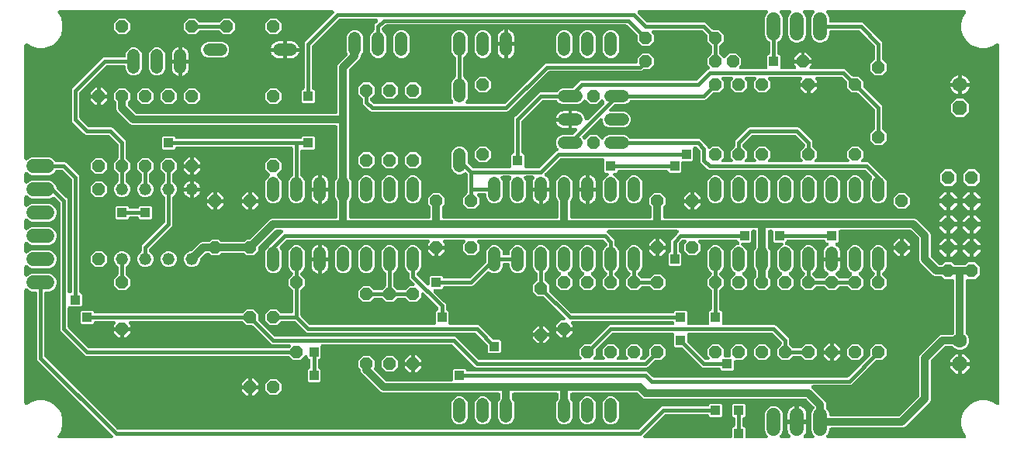
<source format=gbr>
G04 EAGLE Gerber RS-274X export*
G75*
%MOMM*%
%FSLAX34Y34*%
%LPD*%
%INBottom Copper*%
%IPPOS*%
%AMOC8*
5,1,8,0,0,1.08239X$1,22.5*%
G01*
%ADD10P,1.429621X8X292.500000*%
%ADD11C,1.320800*%
%ADD12C,1.320800*%
%ADD13P,1.429621X8X112.500000*%
%ADD14P,1.429621X8X202.500000*%
%ADD15P,1.732040X8X292.500000*%
%ADD16C,1.600200*%
%ADD17C,1.524000*%
%ADD18P,1.539592X8X112.500000*%
%ADD19R,1.006400X1.006400*%
%ADD20C,0.812800*%
%ADD21C,0.406400*%

G36*
X778322Y7623D02*
X778322Y7623D01*
X778340Y7621D01*
X778522Y7642D01*
X778705Y7661D01*
X778722Y7666D01*
X778739Y7668D01*
X778914Y7725D01*
X779090Y7779D01*
X779105Y7787D01*
X779122Y7793D01*
X779282Y7883D01*
X779444Y7971D01*
X779457Y7982D01*
X779473Y7991D01*
X779612Y8111D01*
X779753Y8228D01*
X779764Y8242D01*
X779778Y8254D01*
X779890Y8399D01*
X780005Y8542D01*
X780013Y8558D01*
X780024Y8572D01*
X780106Y8737D01*
X780191Y8899D01*
X780196Y8916D01*
X780204Y8932D01*
X780251Y9111D01*
X780302Y9286D01*
X780304Y9304D01*
X780308Y9321D01*
X780335Y9652D01*
X780335Y18574D01*
X781551Y19789D01*
X781705Y19805D01*
X781722Y19810D01*
X781739Y19812D01*
X781914Y19869D01*
X782090Y19923D01*
X782105Y19931D01*
X782122Y19937D01*
X782282Y20027D01*
X782444Y20115D01*
X782457Y20126D01*
X782473Y20135D01*
X782612Y20255D01*
X782753Y20372D01*
X782764Y20386D01*
X782778Y20398D01*
X782890Y20543D01*
X783005Y20686D01*
X783013Y20702D01*
X783024Y20716D01*
X783106Y20881D01*
X783191Y21043D01*
X783196Y21060D01*
X783204Y21076D01*
X783251Y21255D01*
X783302Y21430D01*
X783304Y21448D01*
X783308Y21465D01*
X783335Y21796D01*
X783335Y29004D01*
X783333Y29022D01*
X783335Y29040D01*
X783314Y29222D01*
X783295Y29405D01*
X783290Y29422D01*
X783288Y29439D01*
X783231Y29614D01*
X783177Y29790D01*
X783169Y29805D01*
X783163Y29822D01*
X783073Y29982D01*
X782985Y30144D01*
X782974Y30157D01*
X782965Y30173D01*
X782845Y30312D01*
X782728Y30453D01*
X782714Y30464D01*
X782702Y30478D01*
X782557Y30590D01*
X782414Y30705D01*
X782398Y30713D01*
X782384Y30724D01*
X782219Y30806D01*
X782057Y30891D01*
X782040Y30896D01*
X782024Y30904D01*
X781845Y30951D01*
X781670Y31002D01*
X781652Y31004D01*
X781635Y31008D01*
X781546Y31015D01*
X780335Y32226D01*
X780335Y43974D01*
X781526Y45165D01*
X793274Y45165D01*
X794465Y43974D01*
X794465Y32226D01*
X793249Y31011D01*
X793095Y30995D01*
X793078Y30990D01*
X793061Y30988D01*
X792886Y30931D01*
X792710Y30877D01*
X792695Y30869D01*
X792678Y30863D01*
X792518Y30773D01*
X792356Y30685D01*
X792343Y30674D01*
X792327Y30665D01*
X792188Y30545D01*
X792047Y30428D01*
X792036Y30414D01*
X792022Y30402D01*
X791910Y30257D01*
X791795Y30114D01*
X791787Y30098D01*
X791776Y30084D01*
X791694Y29919D01*
X791609Y29757D01*
X791604Y29740D01*
X791596Y29724D01*
X791549Y29545D01*
X791498Y29370D01*
X791496Y29352D01*
X791492Y29335D01*
X791465Y29004D01*
X791465Y21796D01*
X791467Y21778D01*
X791465Y21760D01*
X791486Y21578D01*
X791505Y21395D01*
X791510Y21378D01*
X791512Y21361D01*
X791569Y21186D01*
X791623Y21010D01*
X791631Y20995D01*
X791637Y20978D01*
X791727Y20818D01*
X791815Y20656D01*
X791826Y20643D01*
X791835Y20627D01*
X791955Y20488D01*
X792072Y20347D01*
X792086Y20336D01*
X792098Y20322D01*
X792243Y20210D01*
X792386Y20095D01*
X792402Y20087D01*
X792416Y20076D01*
X792581Y19994D01*
X792743Y19909D01*
X792760Y19904D01*
X792776Y19896D01*
X792955Y19849D01*
X793130Y19798D01*
X793148Y19796D01*
X793165Y19792D01*
X793254Y19785D01*
X794465Y18574D01*
X794465Y9652D01*
X794467Y9634D01*
X794465Y9616D01*
X794486Y9434D01*
X794505Y9251D01*
X794510Y9234D01*
X794512Y9217D01*
X794569Y9042D01*
X794623Y8866D01*
X794631Y8851D01*
X794637Y8834D01*
X794727Y8674D01*
X794815Y8512D01*
X794826Y8499D01*
X794835Y8483D01*
X794955Y8344D01*
X795072Y8203D01*
X795086Y8192D01*
X795098Y8178D01*
X795243Y8066D01*
X795386Y7951D01*
X795402Y7943D01*
X795416Y7932D01*
X795581Y7850D01*
X795743Y7765D01*
X795760Y7760D01*
X795776Y7752D01*
X795955Y7704D01*
X796130Y7654D01*
X796148Y7652D01*
X796165Y7648D01*
X796496Y7621D01*
X817104Y7621D01*
X817113Y7622D01*
X817122Y7621D01*
X817314Y7642D01*
X817505Y7661D01*
X817514Y7663D01*
X817522Y7664D01*
X817705Y7722D01*
X817890Y7779D01*
X817898Y7783D01*
X817906Y7786D01*
X818075Y7879D01*
X818244Y7971D01*
X818251Y7976D01*
X818259Y7981D01*
X818406Y8106D01*
X818553Y8228D01*
X818559Y8235D01*
X818566Y8241D01*
X818685Y8392D01*
X818806Y8542D01*
X818810Y8550D01*
X818815Y8557D01*
X818903Y8729D01*
X818991Y8899D01*
X818994Y8908D01*
X818998Y8916D01*
X819049Y9102D01*
X819102Y9286D01*
X819103Y9295D01*
X819106Y9304D01*
X819120Y9495D01*
X819135Y9688D01*
X819134Y9696D01*
X819135Y9705D01*
X819111Y9898D01*
X819088Y10087D01*
X819086Y10096D01*
X819085Y10105D01*
X819023Y10288D01*
X818964Y10470D01*
X818959Y10478D01*
X818956Y10486D01*
X818861Y10652D01*
X818766Y10821D01*
X818760Y10828D01*
X818755Y10835D01*
X818541Y11088D01*
X817317Y12312D01*
X815847Y15860D01*
X815847Y34940D01*
X817317Y38488D01*
X820032Y41203D01*
X822704Y42310D01*
X823580Y42673D01*
X827420Y42673D01*
X830968Y41203D01*
X833683Y38488D01*
X835153Y34940D01*
X835153Y15860D01*
X833683Y12312D01*
X832459Y11088D01*
X832454Y11081D01*
X832447Y11076D01*
X832325Y10924D01*
X832204Y10777D01*
X832200Y10769D01*
X832194Y10762D01*
X832106Y10592D01*
X832016Y10421D01*
X832013Y10412D01*
X832009Y10405D01*
X831956Y10220D01*
X831901Y10035D01*
X831900Y10026D01*
X831898Y10018D01*
X831882Y9827D01*
X831864Y9634D01*
X831865Y9625D01*
X831865Y9616D01*
X831887Y9425D01*
X831908Y9234D01*
X831911Y9225D01*
X831912Y9217D01*
X831971Y9035D01*
X832029Y8850D01*
X832034Y8842D01*
X832036Y8834D01*
X832131Y8667D01*
X832224Y8498D01*
X832230Y8491D01*
X832234Y8483D01*
X832359Y8338D01*
X832485Y8191D01*
X832492Y8185D01*
X832497Y8178D01*
X832648Y8062D01*
X832801Y7941D01*
X832809Y7937D01*
X832816Y7932D01*
X832986Y7847D01*
X833159Y7759D01*
X833168Y7756D01*
X833176Y7752D01*
X833362Y7703D01*
X833547Y7651D01*
X833556Y7650D01*
X833565Y7648D01*
X833896Y7621D01*
X841786Y7621D01*
X841795Y7622D01*
X841804Y7621D01*
X841994Y7641D01*
X842187Y7661D01*
X842195Y7663D01*
X842204Y7664D01*
X842386Y7722D01*
X842572Y7779D01*
X842580Y7783D01*
X842588Y7786D01*
X842756Y7878D01*
X842926Y7971D01*
X842932Y7976D01*
X842940Y7981D01*
X843088Y8106D01*
X843235Y8228D01*
X843240Y8235D01*
X843247Y8241D01*
X843366Y8392D01*
X843487Y8542D01*
X843491Y8550D01*
X843497Y8557D01*
X843585Y8730D01*
X843673Y8899D01*
X843675Y8908D01*
X843679Y8916D01*
X843731Y9103D01*
X843784Y9286D01*
X843785Y9295D01*
X843787Y9304D01*
X843801Y9495D01*
X843817Y9688D01*
X843816Y9697D01*
X843817Y9705D01*
X843793Y9895D01*
X843770Y10087D01*
X843767Y10096D01*
X843766Y10105D01*
X843705Y10287D01*
X843645Y10470D01*
X843641Y10478D01*
X843638Y10487D01*
X843542Y10654D01*
X843447Y10821D01*
X843441Y10828D01*
X843437Y10835D01*
X843222Y11088D01*
X843150Y11161D01*
X842210Y12455D01*
X841484Y13880D01*
X840989Y15401D01*
X840739Y16980D01*
X840739Y22861D01*
X850392Y22861D01*
X850410Y22862D01*
X850427Y22861D01*
X850610Y22882D01*
X850792Y22901D01*
X850809Y22906D01*
X850827Y22908D01*
X850905Y22933D01*
X851042Y22894D01*
X851060Y22892D01*
X851077Y22888D01*
X851408Y22861D01*
X861061Y22861D01*
X861061Y16980D01*
X860811Y15401D01*
X860316Y13880D01*
X859590Y12455D01*
X858650Y11161D01*
X858578Y11088D01*
X858572Y11081D01*
X858565Y11076D01*
X858444Y10924D01*
X858323Y10777D01*
X858319Y10769D01*
X858313Y10762D01*
X858224Y10591D01*
X858134Y10421D01*
X858131Y10413D01*
X858127Y10405D01*
X858074Y10220D01*
X858019Y10035D01*
X858018Y10026D01*
X858016Y10018D01*
X858000Y9827D01*
X857983Y9634D01*
X857984Y9625D01*
X857983Y9616D01*
X858006Y9425D01*
X858026Y9234D01*
X858029Y9225D01*
X858030Y9217D01*
X858089Y9034D01*
X858148Y8850D01*
X858152Y8842D01*
X858155Y8834D01*
X858250Y8666D01*
X858342Y8498D01*
X858348Y8491D01*
X858353Y8483D01*
X858478Y8338D01*
X858603Y8191D01*
X858610Y8185D01*
X858616Y8178D01*
X858767Y8061D01*
X858919Y7941D01*
X858927Y7937D01*
X858934Y7932D01*
X859106Y7846D01*
X859278Y7759D01*
X859286Y7756D01*
X859295Y7752D01*
X859481Y7702D01*
X859666Y7651D01*
X859675Y7650D01*
X859683Y7648D01*
X860014Y7621D01*
X867904Y7621D01*
X867913Y7622D01*
X867922Y7621D01*
X868114Y7642D01*
X868305Y7661D01*
X868314Y7663D01*
X868322Y7664D01*
X868505Y7722D01*
X868690Y7779D01*
X868698Y7783D01*
X868706Y7786D01*
X868875Y7879D01*
X869044Y7971D01*
X869051Y7976D01*
X869059Y7981D01*
X869206Y8106D01*
X869353Y8228D01*
X869359Y8235D01*
X869366Y8241D01*
X869485Y8392D01*
X869606Y8542D01*
X869610Y8550D01*
X869615Y8557D01*
X869703Y8729D01*
X869791Y8899D01*
X869794Y8908D01*
X869798Y8916D01*
X869849Y9102D01*
X869902Y9286D01*
X869903Y9295D01*
X869906Y9304D01*
X869920Y9495D01*
X869935Y9688D01*
X869934Y9696D01*
X869935Y9705D01*
X869911Y9898D01*
X869888Y10087D01*
X869886Y10096D01*
X869885Y10105D01*
X869823Y10288D01*
X869764Y10470D01*
X869759Y10478D01*
X869756Y10486D01*
X869661Y10652D01*
X869566Y10821D01*
X869560Y10828D01*
X869555Y10835D01*
X869341Y11088D01*
X868117Y12312D01*
X866647Y15860D01*
X866647Y34940D01*
X868117Y38488D01*
X869442Y39813D01*
X869453Y39827D01*
X869467Y39839D01*
X869581Y39983D01*
X869697Y40125D01*
X869706Y40140D01*
X869717Y40154D01*
X869800Y40319D01*
X869886Y40480D01*
X869891Y40497D01*
X869899Y40513D01*
X869948Y40691D01*
X870001Y40866D01*
X870002Y40884D01*
X870007Y40901D01*
X870020Y41084D01*
X870037Y41267D01*
X870035Y41285D01*
X870036Y41303D01*
X870013Y41485D01*
X869994Y41668D01*
X869988Y41685D01*
X869986Y41702D01*
X869928Y41876D01*
X869872Y42051D01*
X869863Y42067D01*
X869858Y42084D01*
X869766Y42243D01*
X869677Y42404D01*
X869666Y42417D01*
X869657Y42433D01*
X869442Y42686D01*
X861670Y50458D01*
X861649Y50475D01*
X861631Y50496D01*
X861493Y50603D01*
X861358Y50713D01*
X861334Y50726D01*
X861313Y50742D01*
X861156Y50820D01*
X861002Y50902D01*
X860977Y50910D01*
X860953Y50922D01*
X860783Y50967D01*
X860616Y51017D01*
X860590Y51019D01*
X860564Y51026D01*
X860233Y51053D01*
X684587Y51053D01*
X682346Y51981D01*
X680346Y53982D01*
X677520Y56808D01*
X677499Y56825D01*
X677481Y56846D01*
X677343Y56953D01*
X677208Y57063D01*
X677184Y57076D01*
X677163Y57092D01*
X677006Y57170D01*
X676852Y57252D01*
X676827Y57260D01*
X676803Y57272D01*
X676633Y57317D01*
X676466Y57367D01*
X676440Y57369D01*
X676414Y57376D01*
X676083Y57403D01*
X605028Y57403D01*
X605010Y57401D01*
X604992Y57403D01*
X604810Y57382D01*
X604627Y57363D01*
X604610Y57358D01*
X604593Y57356D01*
X604418Y57299D01*
X604242Y57245D01*
X604227Y57237D01*
X604210Y57231D01*
X604050Y57141D01*
X603888Y57053D01*
X603875Y57042D01*
X603859Y57033D01*
X603720Y56913D01*
X603579Y56796D01*
X603568Y56782D01*
X603554Y56770D01*
X603442Y56625D01*
X603327Y56482D01*
X603319Y56466D01*
X603308Y56452D01*
X603226Y56287D01*
X603141Y56125D01*
X603136Y56108D01*
X603128Y56092D01*
X603081Y55913D01*
X603030Y55738D01*
X603028Y55720D01*
X603024Y55703D01*
X602997Y55372D01*
X602997Y51663D01*
X602999Y51636D01*
X602997Y51609D01*
X603019Y51436D01*
X603037Y51262D01*
X603045Y51237D01*
X603048Y51210D01*
X603103Y51044D01*
X603155Y50877D01*
X603168Y50854D01*
X603176Y50828D01*
X603263Y50677D01*
X603347Y50523D01*
X603364Y50503D01*
X603377Y50479D01*
X603592Y50226D01*
X604222Y49596D01*
X605537Y46422D01*
X605537Y29778D01*
X604222Y26604D01*
X601792Y24174D01*
X598618Y22859D01*
X595182Y22859D01*
X592008Y24174D01*
X589578Y26604D01*
X588263Y29778D01*
X588263Y46422D01*
X589578Y49596D01*
X590208Y50226D01*
X590225Y50247D01*
X590246Y50265D01*
X590352Y50402D01*
X590463Y50538D01*
X590476Y50562D01*
X590492Y50583D01*
X590570Y50739D01*
X590652Y50894D01*
X590660Y50919D01*
X590672Y50943D01*
X590717Y51112D01*
X590767Y51280D01*
X590769Y51306D01*
X590776Y51332D01*
X590803Y51663D01*
X590803Y55372D01*
X590801Y55390D01*
X590803Y55408D01*
X590782Y55590D01*
X590763Y55773D01*
X590758Y55790D01*
X590756Y55807D01*
X590699Y55982D01*
X590645Y56158D01*
X590637Y56173D01*
X590631Y56190D01*
X590541Y56350D01*
X590453Y56512D01*
X590442Y56525D01*
X590433Y56541D01*
X590313Y56680D01*
X590196Y56821D01*
X590182Y56832D01*
X590170Y56846D01*
X590025Y56958D01*
X589882Y57073D01*
X589866Y57081D01*
X589852Y57092D01*
X589687Y57174D01*
X589525Y57259D01*
X589508Y57264D01*
X589492Y57272D01*
X589313Y57319D01*
X589138Y57370D01*
X589120Y57372D01*
X589103Y57376D01*
X588772Y57403D01*
X541528Y57403D01*
X541510Y57401D01*
X541492Y57403D01*
X541310Y57382D01*
X541127Y57363D01*
X541110Y57358D01*
X541093Y57356D01*
X540918Y57299D01*
X540742Y57245D01*
X540727Y57237D01*
X540710Y57231D01*
X540550Y57141D01*
X540388Y57053D01*
X540375Y57042D01*
X540359Y57033D01*
X540220Y56913D01*
X540079Y56796D01*
X540068Y56782D01*
X540054Y56770D01*
X539942Y56625D01*
X539827Y56482D01*
X539819Y56466D01*
X539808Y56452D01*
X539726Y56287D01*
X539641Y56125D01*
X539636Y56108D01*
X539628Y56092D01*
X539581Y55913D01*
X539530Y55738D01*
X539528Y55720D01*
X539524Y55703D01*
X539497Y55372D01*
X539497Y51663D01*
X539499Y51636D01*
X539497Y51610D01*
X539519Y51436D01*
X539537Y51262D01*
X539544Y51237D01*
X539548Y51210D01*
X539603Y51044D01*
X539655Y50877D01*
X539668Y50854D01*
X539676Y50828D01*
X539763Y50677D01*
X539847Y50523D01*
X539864Y50503D01*
X539877Y50480D01*
X540092Y50227D01*
X540722Y49596D01*
X542037Y46422D01*
X542037Y29778D01*
X540722Y26604D01*
X538292Y24174D01*
X535118Y22859D01*
X531682Y22859D01*
X528508Y24174D01*
X526078Y26604D01*
X524763Y29778D01*
X524763Y46422D01*
X526078Y49596D01*
X526708Y50227D01*
X526725Y50247D01*
X526746Y50265D01*
X526853Y50403D01*
X526963Y50538D01*
X526976Y50562D01*
X526992Y50583D01*
X527070Y50740D01*
X527152Y50894D01*
X527160Y50919D01*
X527172Y50943D01*
X527217Y51113D01*
X527267Y51280D01*
X527269Y51306D01*
X527276Y51332D01*
X527303Y51663D01*
X527303Y55372D01*
X527301Y55390D01*
X527303Y55408D01*
X527282Y55590D01*
X527263Y55773D01*
X527258Y55790D01*
X527256Y55807D01*
X527199Y55982D01*
X527145Y56158D01*
X527137Y56173D01*
X527131Y56190D01*
X527041Y56350D01*
X526953Y56512D01*
X526942Y56525D01*
X526933Y56541D01*
X526813Y56680D01*
X526696Y56821D01*
X526682Y56832D01*
X526670Y56846D01*
X526525Y56958D01*
X526382Y57073D01*
X526366Y57081D01*
X526352Y57092D01*
X526187Y57174D01*
X526025Y57259D01*
X526008Y57264D01*
X525992Y57272D01*
X525813Y57319D01*
X525638Y57370D01*
X525620Y57372D01*
X525603Y57376D01*
X525272Y57403D01*
X398837Y57403D01*
X396596Y58331D01*
X375831Y79096D01*
X374903Y81337D01*
X374903Y81941D01*
X374901Y81968D01*
X374903Y81995D01*
X374881Y82168D01*
X374863Y82342D01*
X374856Y82367D01*
X374852Y82394D01*
X374796Y82560D01*
X374745Y82727D01*
X374732Y82750D01*
X374724Y82776D01*
X374637Y82927D01*
X374553Y83081D01*
X374536Y83101D01*
X374523Y83125D01*
X374308Y83378D01*
X372363Y85323D01*
X372363Y92477D01*
X377423Y97537D01*
X384577Y97537D01*
X389637Y92477D01*
X389637Y85317D01*
X389540Y85196D01*
X389424Y85054D01*
X389416Y85038D01*
X389405Y85024D01*
X389322Y84860D01*
X389236Y84698D01*
X389231Y84681D01*
X389223Y84665D01*
X389173Y84488D01*
X389121Y84312D01*
X389119Y84294D01*
X389115Y84277D01*
X389101Y84094D01*
X389085Y83911D01*
X389086Y83893D01*
X389085Y83876D01*
X389108Y83693D01*
X389128Y83511D01*
X389133Y83494D01*
X389136Y83476D01*
X389194Y83302D01*
X389249Y83127D01*
X389258Y83111D01*
X389264Y83095D01*
X389356Y82935D01*
X389444Y82775D01*
X389456Y82761D01*
X389465Y82746D01*
X389679Y82493D01*
X401980Y70192D01*
X402001Y70175D01*
X402019Y70154D01*
X402157Y70047D01*
X402292Y69937D01*
X402316Y69924D01*
X402337Y69908D01*
X402494Y69830D01*
X402648Y69748D01*
X402673Y69740D01*
X402697Y69728D01*
X402867Y69683D01*
X403034Y69633D01*
X403060Y69631D01*
X403086Y69624D01*
X403417Y69597D01*
X473504Y69597D01*
X473522Y69599D01*
X473540Y69597D01*
X473722Y69618D01*
X473905Y69637D01*
X473922Y69642D01*
X473939Y69644D01*
X474114Y69701D01*
X474290Y69755D01*
X474305Y69763D01*
X474322Y69769D01*
X474482Y69859D01*
X474644Y69947D01*
X474657Y69958D01*
X474673Y69967D01*
X474812Y70087D01*
X474953Y70204D01*
X474964Y70218D01*
X474978Y70230D01*
X475090Y70375D01*
X475205Y70518D01*
X475213Y70534D01*
X475224Y70548D01*
X475306Y70713D01*
X475391Y70875D01*
X475396Y70892D01*
X475404Y70908D01*
X475451Y71087D01*
X475502Y71262D01*
X475504Y71280D01*
X475508Y71297D01*
X475535Y71628D01*
X475535Y82074D01*
X476726Y83265D01*
X488474Y83265D01*
X489689Y82049D01*
X489705Y81895D01*
X489710Y81878D01*
X489712Y81861D01*
X489769Y81686D01*
X489823Y81510D01*
X489831Y81495D01*
X489837Y81478D01*
X489927Y81318D01*
X490015Y81156D01*
X490026Y81143D01*
X490035Y81127D01*
X490155Y80988D01*
X490272Y80847D01*
X490286Y80836D01*
X490298Y80822D01*
X490443Y80710D01*
X490586Y80595D01*
X490602Y80587D01*
X490616Y80576D01*
X490781Y80494D01*
X490943Y80409D01*
X490960Y80404D01*
X490976Y80396D01*
X491155Y80349D01*
X491330Y80298D01*
X491348Y80296D01*
X491365Y80292D01*
X491696Y80265D01*
X686609Y80265D01*
X688102Y79646D01*
X693239Y74510D01*
X693259Y74493D01*
X693277Y74472D01*
X693415Y74365D01*
X693550Y74255D01*
X693574Y74242D01*
X693595Y74226D01*
X693752Y74148D01*
X693906Y74066D01*
X693931Y74058D01*
X693956Y74046D01*
X694125Y74001D01*
X694292Y73951D01*
X694318Y73949D01*
X694344Y73942D01*
X694675Y73915D01*
X905525Y73915D01*
X905552Y73917D01*
X905578Y73915D01*
X905752Y73937D01*
X905926Y73955D01*
X905951Y73962D01*
X905978Y73966D01*
X906143Y74021D01*
X906310Y74073D01*
X906334Y74086D01*
X906359Y74094D01*
X906511Y74181D01*
X906665Y74265D01*
X906685Y74282D01*
X906708Y74295D01*
X906961Y74510D01*
X930568Y98117D01*
X930585Y98137D01*
X930606Y98155D01*
X930713Y98293D01*
X930823Y98428D01*
X930836Y98452D01*
X930852Y98473D01*
X930930Y98630D01*
X931012Y98784D01*
X931020Y98809D01*
X931032Y98834D01*
X931077Y99003D01*
X931127Y99170D01*
X931129Y99196D01*
X931136Y99222D01*
X931163Y99553D01*
X931163Y105177D01*
X936223Y110237D01*
X943377Y110237D01*
X948437Y105177D01*
X948437Y98023D01*
X943377Y92963D01*
X937753Y92963D01*
X937726Y92961D01*
X937700Y92963D01*
X937526Y92941D01*
X937352Y92923D01*
X937327Y92916D01*
X937300Y92912D01*
X937135Y92857D01*
X936968Y92805D01*
X936944Y92792D01*
X936919Y92784D01*
X936767Y92697D01*
X936613Y92613D01*
X936593Y92596D01*
X936570Y92583D01*
X936317Y92368D01*
X910352Y66404D01*
X908859Y65785D01*
X868491Y65785D01*
X868482Y65784D01*
X868473Y65785D01*
X868280Y65764D01*
X868090Y65745D01*
X868082Y65743D01*
X868073Y65742D01*
X867888Y65683D01*
X867705Y65627D01*
X867697Y65623D01*
X867689Y65620D01*
X867520Y65527D01*
X867351Y65435D01*
X867344Y65430D01*
X867336Y65425D01*
X867189Y65301D01*
X867042Y65178D01*
X867036Y65171D01*
X867029Y65165D01*
X866910Y65013D01*
X866790Y64864D01*
X866785Y64856D01*
X866780Y64849D01*
X866692Y64676D01*
X866604Y64507D01*
X866602Y64498D01*
X866597Y64490D01*
X866546Y64304D01*
X866493Y64120D01*
X866492Y64111D01*
X866489Y64102D01*
X866475Y63909D01*
X866460Y63718D01*
X866461Y63710D01*
X866460Y63701D01*
X866484Y63508D01*
X866507Y63319D01*
X866509Y63310D01*
X866511Y63301D01*
X866572Y63119D01*
X866631Y62936D01*
X866636Y62928D01*
X866639Y62920D01*
X866735Y62753D01*
X866829Y62585D01*
X866835Y62578D01*
X866840Y62571D01*
X867054Y62318D01*
X879468Y49904D01*
X881469Y47904D01*
X882397Y45663D01*
X882397Y41416D01*
X882399Y41389D01*
X882397Y41362D01*
X882419Y41188D01*
X882437Y41015D01*
X882444Y40990D01*
X882448Y40963D01*
X882503Y40797D01*
X882555Y40630D01*
X882568Y40607D01*
X882576Y40581D01*
X882663Y40430D01*
X882747Y40276D01*
X882764Y40256D01*
X882777Y40232D01*
X882992Y39979D01*
X884483Y38488D01*
X885953Y34940D01*
X885953Y33528D01*
X885955Y33510D01*
X885953Y33492D01*
X885974Y33310D01*
X885993Y33127D01*
X885998Y33110D01*
X886000Y33093D01*
X886057Y32918D01*
X886111Y32742D01*
X886119Y32727D01*
X886125Y32710D01*
X886215Y32550D01*
X886303Y32388D01*
X886314Y32375D01*
X886323Y32359D01*
X886443Y32220D01*
X886560Y32079D01*
X886574Y32068D01*
X886586Y32054D01*
X886731Y31942D01*
X886874Y31827D01*
X886890Y31819D01*
X886904Y31808D01*
X887069Y31726D01*
X887231Y31641D01*
X887248Y31636D01*
X887264Y31628D01*
X887443Y31581D01*
X887618Y31530D01*
X887636Y31528D01*
X887653Y31524D01*
X887984Y31497D01*
X961833Y31497D01*
X961860Y31499D01*
X961887Y31497D01*
X962060Y31519D01*
X962234Y31537D01*
X962259Y31544D01*
X962286Y31548D01*
X962452Y31603D01*
X962619Y31655D01*
X962642Y31668D01*
X962668Y31676D01*
X962819Y31763D01*
X962973Y31847D01*
X962993Y31864D01*
X963017Y31877D01*
X963270Y32092D01*
X983908Y52730D01*
X983925Y52751D01*
X983946Y52769D01*
X984053Y52907D01*
X984163Y53042D01*
X984176Y53066D01*
X984192Y53087D01*
X984270Y53244D01*
X984352Y53398D01*
X984360Y53423D01*
X984372Y53447D01*
X984417Y53617D01*
X984467Y53784D01*
X984469Y53810D01*
X984476Y53836D01*
X984503Y54167D01*
X984503Y96463D01*
X985431Y98704D01*
X1006196Y119469D01*
X1008437Y120397D01*
X1019766Y120397D01*
X1019792Y120399D01*
X1019819Y120397D01*
X1019993Y120419D01*
X1020166Y120437D01*
X1020192Y120444D01*
X1020218Y120448D01*
X1020384Y120503D01*
X1020551Y120555D01*
X1020575Y120568D01*
X1020600Y120576D01*
X1020752Y120663D01*
X1020905Y120747D01*
X1020926Y120764D01*
X1020949Y120777D01*
X1021202Y120992D01*
X1022008Y121798D01*
X1022025Y121819D01*
X1022046Y121836D01*
X1022153Y121974D01*
X1022263Y122110D01*
X1022276Y122133D01*
X1022292Y122154D01*
X1022370Y122311D01*
X1022452Y122465D01*
X1022460Y122491D01*
X1022472Y122515D01*
X1022517Y122684D01*
X1022567Y122851D01*
X1022569Y122878D01*
X1022576Y122904D01*
X1022603Y123234D01*
X1022603Y179324D01*
X1022601Y179342D01*
X1022603Y179360D01*
X1022582Y179542D01*
X1022563Y179725D01*
X1022558Y179742D01*
X1022556Y179759D01*
X1022499Y179934D01*
X1022445Y180110D01*
X1022437Y180125D01*
X1022431Y180142D01*
X1022341Y180302D01*
X1022253Y180464D01*
X1022242Y180477D01*
X1022233Y180493D01*
X1022113Y180632D01*
X1021996Y180773D01*
X1021982Y180784D01*
X1021970Y180798D01*
X1021825Y180910D01*
X1021682Y181025D01*
X1021666Y181033D01*
X1021652Y181044D01*
X1021487Y181126D01*
X1021325Y181211D01*
X1021308Y181216D01*
X1021292Y181224D01*
X1021113Y181271D01*
X1020938Y181322D01*
X1020920Y181324D01*
X1020903Y181328D01*
X1020572Y181355D01*
X1012212Y181355D01*
X1009759Y183808D01*
X1009738Y183825D01*
X1009721Y183846D01*
X1009583Y183953D01*
X1009448Y184063D01*
X1009424Y184076D01*
X1009403Y184092D01*
X1009246Y184170D01*
X1009092Y184252D01*
X1009066Y184260D01*
X1009042Y184272D01*
X1008873Y184317D01*
X1008706Y184367D01*
X1008679Y184369D01*
X1008653Y184376D01*
X1008323Y184403D01*
X1002087Y184403D01*
X999846Y185331D01*
X985431Y199746D01*
X984503Y201987D01*
X984503Y225233D01*
X984501Y225260D01*
X984503Y225287D01*
X984481Y225460D01*
X984463Y225634D01*
X984456Y225659D01*
X984452Y225686D01*
X984397Y225852D01*
X984345Y226019D01*
X984332Y226042D01*
X984324Y226068D01*
X984237Y226219D01*
X984153Y226373D01*
X984136Y226393D01*
X984123Y226417D01*
X983908Y226670D01*
X975970Y234608D01*
X975949Y234625D01*
X975931Y234646D01*
X975793Y234753D01*
X975658Y234863D01*
X975634Y234876D01*
X975613Y234892D01*
X975456Y234970D01*
X975302Y235052D01*
X975277Y235060D01*
X975253Y235072D01*
X975083Y235117D01*
X974916Y235167D01*
X974890Y235169D01*
X974864Y235176D01*
X974533Y235203D01*
X898096Y235203D01*
X898078Y235201D01*
X898060Y235203D01*
X897878Y235182D01*
X897695Y235163D01*
X897678Y235158D01*
X897661Y235156D01*
X897486Y235099D01*
X897310Y235045D01*
X897295Y235037D01*
X897278Y235031D01*
X897118Y234941D01*
X896956Y234853D01*
X896943Y234842D01*
X896927Y234833D01*
X896788Y234713D01*
X896647Y234596D01*
X896636Y234582D01*
X896622Y234570D01*
X896510Y234425D01*
X896395Y234282D01*
X896387Y234266D01*
X896376Y234252D01*
X896294Y234087D01*
X896209Y233925D01*
X896204Y233908D01*
X896196Y233892D01*
X896149Y233713D01*
X896098Y233538D01*
X896096Y233520D01*
X896092Y233503D01*
X896065Y233172D01*
X896065Y222726D01*
X894874Y221535D01*
X894580Y221535D01*
X894454Y221523D01*
X894328Y221520D01*
X894254Y221503D01*
X894179Y221495D01*
X894058Y221458D01*
X893935Y221430D01*
X893866Y221399D01*
X893794Y221377D01*
X893683Y221317D01*
X893568Y221265D01*
X893506Y221221D01*
X893440Y221185D01*
X893343Y221105D01*
X893240Y221031D01*
X893189Y220976D01*
X893131Y220928D01*
X893052Y220829D01*
X892965Y220737D01*
X892926Y220673D01*
X892879Y220614D01*
X892821Y220502D01*
X892754Y220394D01*
X892728Y220323D01*
X892693Y220257D01*
X892658Y220135D01*
X892614Y220017D01*
X892603Y219942D01*
X892582Y219870D01*
X892571Y219744D01*
X892552Y219619D01*
X892555Y219544D01*
X892549Y219468D01*
X892564Y219343D01*
X892569Y219217D01*
X892587Y219144D01*
X892596Y219069D01*
X892635Y218948D01*
X892665Y218826D01*
X892697Y218758D01*
X892721Y218686D01*
X892783Y218576D01*
X892837Y218461D01*
X892881Y218401D01*
X892919Y218335D01*
X893001Y218240D01*
X893076Y218138D01*
X893132Y218087D01*
X893182Y218031D01*
X893281Y217953D01*
X893375Y217868D01*
X893450Y217822D01*
X893500Y217784D01*
X893566Y217751D01*
X893658Y217694D01*
X893793Y217625D01*
X894957Y216779D01*
X895975Y215761D01*
X896821Y214597D01*
X897475Y213314D01*
X897920Y211945D01*
X898145Y210524D01*
X898145Y205231D01*
X889000Y205231D01*
X879855Y205231D01*
X879855Y210524D01*
X880080Y211945D01*
X880525Y213314D01*
X881179Y214597D01*
X882025Y215761D01*
X883043Y216779D01*
X884207Y217625D01*
X884342Y217694D01*
X884449Y217762D01*
X884560Y217823D01*
X884618Y217871D01*
X884681Y217912D01*
X884772Y218000D01*
X884869Y218080D01*
X884916Y218139D01*
X884970Y218192D01*
X885042Y218296D01*
X885121Y218394D01*
X885156Y218461D01*
X885199Y218523D01*
X885249Y218639D01*
X885307Y218751D01*
X885328Y218824D01*
X885357Y218893D01*
X885383Y219017D01*
X885418Y219138D01*
X885424Y219213D01*
X885440Y219287D01*
X885441Y219414D01*
X885451Y219540D01*
X885442Y219614D01*
X885443Y219690D01*
X885419Y219814D01*
X885404Y219939D01*
X885381Y220011D01*
X885367Y220085D01*
X885319Y220202D01*
X885279Y220322D01*
X885242Y220388D01*
X885214Y220458D01*
X885144Y220563D01*
X885081Y220673D01*
X885032Y220730D01*
X884990Y220793D01*
X884901Y220882D01*
X884818Y220978D01*
X884759Y221024D01*
X884705Y221077D01*
X884600Y221147D01*
X884500Y221224D01*
X884433Y221258D01*
X884370Y221300D01*
X884253Y221347D01*
X884140Y221404D01*
X884067Y221423D01*
X883997Y221452D01*
X883873Y221475D01*
X883751Y221508D01*
X883663Y221515D01*
X883602Y221527D01*
X883528Y221526D01*
X883420Y221535D01*
X883126Y221535D01*
X881911Y222751D01*
X881895Y222905D01*
X881890Y222922D01*
X881888Y222939D01*
X881831Y223114D01*
X881777Y223290D01*
X881769Y223305D01*
X881763Y223322D01*
X881673Y223482D01*
X881585Y223644D01*
X881574Y223657D01*
X881565Y223673D01*
X881445Y223812D01*
X881328Y223953D01*
X881314Y223964D01*
X881302Y223978D01*
X881157Y224090D01*
X881014Y224205D01*
X880998Y224213D01*
X880984Y224224D01*
X880819Y224306D01*
X880657Y224391D01*
X880640Y224396D01*
X880624Y224404D01*
X880445Y224451D01*
X880270Y224502D01*
X880252Y224504D01*
X880235Y224508D01*
X879904Y224535D01*
X840946Y224535D01*
X840928Y224533D01*
X840910Y224535D01*
X840728Y224514D01*
X840545Y224495D01*
X840528Y224490D01*
X840511Y224488D01*
X840336Y224431D01*
X840160Y224377D01*
X840145Y224369D01*
X840128Y224363D01*
X839968Y224273D01*
X839806Y224185D01*
X839793Y224174D01*
X839777Y224165D01*
X839638Y224045D01*
X839497Y223928D01*
X839486Y223914D01*
X839472Y223902D01*
X839360Y223757D01*
X839245Y223614D01*
X839237Y223598D01*
X839226Y223584D01*
X839144Y223419D01*
X839059Y223257D01*
X839054Y223240D01*
X839046Y223224D01*
X838999Y223045D01*
X838948Y222870D01*
X838946Y222852D01*
X838942Y222835D01*
X838935Y222746D01*
X838097Y221908D01*
X838091Y221901D01*
X838084Y221896D01*
X837963Y221745D01*
X837842Y221597D01*
X837838Y221589D01*
X837832Y221582D01*
X837744Y221412D01*
X837653Y221241D01*
X837651Y221232D01*
X837647Y221225D01*
X837594Y221040D01*
X837539Y220855D01*
X837538Y220846D01*
X837535Y220838D01*
X837520Y220647D01*
X837502Y220454D01*
X837503Y220445D01*
X837502Y220436D01*
X837525Y220247D01*
X837546Y220054D01*
X837548Y220045D01*
X837549Y220037D01*
X837609Y219855D01*
X837667Y219670D01*
X837671Y219662D01*
X837674Y219654D01*
X837768Y219487D01*
X837862Y219318D01*
X837868Y219311D01*
X837872Y219303D01*
X837997Y219158D01*
X838122Y219011D01*
X838129Y219005D01*
X838135Y218998D01*
X838286Y218882D01*
X838438Y218761D01*
X838446Y218757D01*
X838453Y218752D01*
X838624Y218667D01*
X838797Y218579D01*
X838806Y218576D01*
X838814Y218572D01*
X838999Y218523D01*
X839185Y218471D01*
X839194Y218470D01*
X839203Y218468D01*
X839533Y218441D01*
X839918Y218441D01*
X843092Y217126D01*
X845522Y214696D01*
X846837Y211522D01*
X846837Y194878D01*
X845522Y191704D01*
X843092Y189274D01*
X842965Y189221D01*
X842953Y189215D01*
X842940Y189211D01*
X842776Y189120D01*
X842610Y189031D01*
X842600Y189023D01*
X842588Y189016D01*
X842445Y188895D01*
X842300Y188775D01*
X842291Y188764D01*
X842281Y188756D01*
X842165Y188609D01*
X842046Y188462D01*
X842040Y188450D01*
X842031Y188440D01*
X841946Y188272D01*
X841859Y188106D01*
X841855Y188093D01*
X841849Y188081D01*
X841798Y187899D01*
X841746Y187719D01*
X841745Y187706D01*
X841741Y187693D01*
X841727Y187504D01*
X841711Y187318D01*
X841713Y187305D01*
X841712Y187291D01*
X841735Y187104D01*
X841756Y186918D01*
X841760Y186905D01*
X841762Y186892D01*
X841822Y186714D01*
X841879Y186535D01*
X841886Y186523D01*
X841890Y186510D01*
X841984Y186347D01*
X842076Y186183D01*
X842084Y186173D01*
X842091Y186161D01*
X842306Y185908D01*
X846837Y181377D01*
X846837Y174223D01*
X841777Y169163D01*
X834623Y169163D01*
X829563Y174223D01*
X829563Y181377D01*
X834094Y185908D01*
X834103Y185919D01*
X834113Y185927D01*
X834230Y186074D01*
X834349Y186220D01*
X834356Y186232D01*
X834364Y186242D01*
X834449Y186408D01*
X834538Y186576D01*
X834542Y186588D01*
X834548Y186600D01*
X834599Y186780D01*
X834653Y186961D01*
X834654Y186975D01*
X834658Y186988D01*
X834672Y187174D01*
X834689Y187362D01*
X834688Y187376D01*
X834689Y187389D01*
X834666Y187574D01*
X834646Y187763D01*
X834642Y187776D01*
X834640Y187789D01*
X834581Y187966D01*
X834524Y188147D01*
X834518Y188158D01*
X834513Y188171D01*
X834420Y188334D01*
X834329Y188499D01*
X834321Y188509D01*
X834314Y188521D01*
X834190Y188663D01*
X834069Y188806D01*
X834058Y188814D01*
X834050Y188824D01*
X833900Y188939D01*
X833753Y189055D01*
X833741Y189062D01*
X833730Y189070D01*
X833435Y189221D01*
X833308Y189274D01*
X830878Y191704D01*
X829563Y194878D01*
X829563Y211522D01*
X830878Y214696D01*
X833308Y217126D01*
X834518Y217627D01*
X834522Y217630D01*
X834527Y217631D01*
X834697Y217723D01*
X834873Y217818D01*
X834877Y217820D01*
X834881Y217823D01*
X835031Y217948D01*
X835184Y218074D01*
X835187Y218077D01*
X835190Y218080D01*
X835313Y218233D01*
X835437Y218387D01*
X835440Y218391D01*
X835442Y218394D01*
X835532Y218567D01*
X835625Y218743D01*
X835626Y218747D01*
X835628Y218751D01*
X835682Y218939D01*
X835738Y219130D01*
X835738Y219134D01*
X835739Y219138D01*
X835755Y219335D01*
X835772Y219531D01*
X835772Y219535D01*
X835772Y219540D01*
X835749Y219733D01*
X835727Y219931D01*
X835726Y219935D01*
X835725Y219939D01*
X835666Y220122D01*
X835604Y220314D01*
X835602Y220318D01*
X835600Y220322D01*
X835504Y220494D01*
X835408Y220666D01*
X835405Y220669D01*
X835402Y220673D01*
X835274Y220821D01*
X835146Y220971D01*
X835142Y220974D01*
X835139Y220978D01*
X834985Y221098D01*
X834829Y221220D01*
X834825Y221222D01*
X834821Y221224D01*
X834645Y221312D01*
X834469Y221400D01*
X834465Y221402D01*
X834461Y221404D01*
X834270Y221455D01*
X834081Y221507D01*
X834076Y221507D01*
X834072Y221508D01*
X833741Y221535D01*
X825976Y221535D01*
X824785Y222726D01*
X824785Y233172D01*
X824783Y233190D01*
X824785Y233208D01*
X824764Y233390D01*
X824745Y233573D01*
X824740Y233590D01*
X824738Y233607D01*
X824681Y233782D01*
X824627Y233958D01*
X824619Y233973D01*
X824613Y233990D01*
X824523Y234150D01*
X824435Y234312D01*
X824424Y234325D01*
X824415Y234341D01*
X824295Y234480D01*
X824178Y234621D01*
X824164Y234632D01*
X824152Y234646D01*
X824007Y234758D01*
X823864Y234873D01*
X823848Y234881D01*
X823834Y234892D01*
X823669Y234974D01*
X823507Y235059D01*
X823490Y235064D01*
X823474Y235072D01*
X823295Y235119D01*
X823120Y235170D01*
X823102Y235172D01*
X823085Y235176D01*
X822754Y235203D01*
X820928Y235203D01*
X820910Y235201D01*
X820892Y235203D01*
X820710Y235182D01*
X820527Y235163D01*
X820510Y235158D01*
X820493Y235156D01*
X820318Y235099D01*
X820142Y235045D01*
X820127Y235037D01*
X820110Y235031D01*
X819950Y234941D01*
X819788Y234853D01*
X819775Y234842D01*
X819759Y234833D01*
X819620Y234713D01*
X819479Y234596D01*
X819468Y234582D01*
X819454Y234570D01*
X819342Y234425D01*
X819227Y234282D01*
X819219Y234266D01*
X819208Y234252D01*
X819126Y234087D01*
X819041Y233925D01*
X819036Y233908D01*
X819028Y233892D01*
X818981Y233713D01*
X818930Y233538D01*
X818928Y233520D01*
X818924Y233503D01*
X818897Y233172D01*
X818897Y216763D01*
X818899Y216736D01*
X818897Y216710D01*
X818919Y216536D01*
X818937Y216362D01*
X818944Y216337D01*
X818948Y216310D01*
X819003Y216144D01*
X819055Y215977D01*
X819068Y215954D01*
X819076Y215928D01*
X819163Y215777D01*
X819247Y215623D01*
X819264Y215603D01*
X819277Y215580D01*
X819492Y215327D01*
X820122Y214696D01*
X821437Y211522D01*
X821437Y194878D01*
X820122Y191704D01*
X819492Y191073D01*
X819475Y191053D01*
X819454Y191035D01*
X819347Y190897D01*
X819237Y190762D01*
X819224Y190738D01*
X819208Y190717D01*
X819130Y190560D01*
X819048Y190406D01*
X819040Y190381D01*
X819028Y190357D01*
X818983Y190187D01*
X818933Y190020D01*
X818931Y189994D01*
X818924Y189968D01*
X818897Y189637D01*
X818897Y184759D01*
X818899Y184732D01*
X818897Y184705D01*
X818919Y184532D01*
X818937Y184358D01*
X818944Y184333D01*
X818948Y184306D01*
X819004Y184140D01*
X819055Y183973D01*
X819068Y183950D01*
X819076Y183924D01*
X819163Y183773D01*
X819247Y183619D01*
X819264Y183599D01*
X819277Y183575D01*
X819492Y183322D01*
X821437Y181377D01*
X821437Y174223D01*
X816377Y169163D01*
X809223Y169163D01*
X804163Y174223D01*
X804163Y181377D01*
X806108Y183322D01*
X806125Y183343D01*
X806146Y183361D01*
X806253Y183499D01*
X806363Y183634D01*
X806376Y183658D01*
X806392Y183679D01*
X806470Y183835D01*
X806552Y183990D01*
X806560Y184015D01*
X806572Y184039D01*
X806617Y184208D01*
X806667Y184376D01*
X806669Y184402D01*
X806676Y184428D01*
X806703Y184759D01*
X806703Y189637D01*
X806701Y189664D01*
X806703Y189690D01*
X806681Y189864D01*
X806663Y190038D01*
X806656Y190063D01*
X806652Y190090D01*
X806597Y190256D01*
X806545Y190423D01*
X806532Y190446D01*
X806524Y190472D01*
X806437Y190623D01*
X806353Y190777D01*
X806336Y190797D01*
X806323Y190820D01*
X806108Y191073D01*
X805478Y191704D01*
X804163Y194878D01*
X804163Y211522D01*
X805478Y214696D01*
X806108Y215327D01*
X806125Y215347D01*
X806146Y215365D01*
X806253Y215503D01*
X806363Y215638D01*
X806376Y215662D01*
X806392Y215683D01*
X806470Y215840D01*
X806552Y215994D01*
X806560Y216019D01*
X806572Y216043D01*
X806617Y216213D01*
X806667Y216380D01*
X806669Y216406D01*
X806676Y216432D01*
X806703Y216763D01*
X806703Y233172D01*
X806701Y233190D01*
X806703Y233208D01*
X806682Y233390D01*
X806663Y233573D01*
X806658Y233590D01*
X806656Y233607D01*
X806599Y233782D01*
X806545Y233958D01*
X806537Y233973D01*
X806531Y233990D01*
X806441Y234150D01*
X806353Y234312D01*
X806342Y234325D01*
X806333Y234341D01*
X806213Y234480D01*
X806096Y234621D01*
X806082Y234632D01*
X806070Y234646D01*
X805925Y234758D01*
X805782Y234873D01*
X805766Y234881D01*
X805752Y234892D01*
X805587Y234974D01*
X805425Y235059D01*
X805408Y235064D01*
X805392Y235072D01*
X805213Y235119D01*
X805038Y235170D01*
X805020Y235172D01*
X805003Y235176D01*
X804672Y235203D01*
X802846Y235203D01*
X802828Y235201D01*
X802810Y235203D01*
X802628Y235182D01*
X802445Y235163D01*
X802428Y235158D01*
X802411Y235156D01*
X802236Y235099D01*
X802060Y235045D01*
X802045Y235037D01*
X802028Y235031D01*
X801868Y234941D01*
X801706Y234853D01*
X801693Y234842D01*
X801677Y234833D01*
X801538Y234713D01*
X801397Y234596D01*
X801386Y234582D01*
X801372Y234570D01*
X801260Y234425D01*
X801145Y234282D01*
X801137Y234266D01*
X801126Y234252D01*
X801044Y234087D01*
X800959Y233925D01*
X800954Y233908D01*
X800946Y233892D01*
X800899Y233713D01*
X800848Y233538D01*
X800846Y233520D01*
X800842Y233503D01*
X800815Y233172D01*
X800815Y222726D01*
X799624Y221535D01*
X791859Y221535D01*
X791854Y221535D01*
X791850Y221535D01*
X791656Y221515D01*
X791458Y221495D01*
X791454Y221494D01*
X791450Y221494D01*
X791264Y221436D01*
X791073Y221377D01*
X791069Y221375D01*
X791065Y221374D01*
X790894Y221280D01*
X790719Y221185D01*
X790716Y221183D01*
X790712Y221180D01*
X790559Y221052D01*
X790410Y220928D01*
X790407Y220924D01*
X790404Y220921D01*
X790281Y220767D01*
X790158Y220614D01*
X790156Y220610D01*
X790153Y220607D01*
X790063Y220432D01*
X789972Y220257D01*
X789971Y220252D01*
X789969Y220248D01*
X789916Y220061D01*
X789861Y219870D01*
X789860Y219865D01*
X789859Y219861D01*
X789844Y219666D01*
X789828Y219468D01*
X789828Y219464D01*
X789828Y219460D01*
X789852Y219266D01*
X789875Y219069D01*
X789876Y219064D01*
X789877Y219060D01*
X789938Y218875D01*
X790000Y218686D01*
X790002Y218682D01*
X790003Y218678D01*
X790101Y218506D01*
X790198Y218335D01*
X790200Y218332D01*
X790203Y218328D01*
X790334Y218177D01*
X790461Y218031D01*
X790464Y218028D01*
X790467Y218024D01*
X790624Y217904D01*
X790779Y217784D01*
X790783Y217782D01*
X790786Y217779D01*
X791082Y217627D01*
X792292Y217126D01*
X794722Y214696D01*
X796037Y211522D01*
X796037Y194878D01*
X794722Y191704D01*
X792292Y189274D01*
X792165Y189221D01*
X792153Y189215D01*
X792140Y189211D01*
X791976Y189120D01*
X791810Y189031D01*
X791800Y189023D01*
X791788Y189016D01*
X791645Y188895D01*
X791500Y188775D01*
X791491Y188764D01*
X791481Y188756D01*
X791365Y188609D01*
X791246Y188462D01*
X791240Y188450D01*
X791231Y188440D01*
X791146Y188272D01*
X791059Y188106D01*
X791055Y188093D01*
X791049Y188081D01*
X790998Y187899D01*
X790946Y187719D01*
X790945Y187706D01*
X790941Y187693D01*
X790927Y187504D01*
X790911Y187318D01*
X790913Y187305D01*
X790912Y187291D01*
X790935Y187104D01*
X790956Y186918D01*
X790960Y186905D01*
X790962Y186892D01*
X791022Y186714D01*
X791079Y186535D01*
X791086Y186523D01*
X791090Y186510D01*
X791184Y186347D01*
X791276Y186183D01*
X791284Y186173D01*
X791291Y186161D01*
X791506Y185908D01*
X796037Y181377D01*
X796037Y174223D01*
X790977Y169163D01*
X783823Y169163D01*
X778763Y174223D01*
X778763Y181377D01*
X783294Y185908D01*
X783303Y185919D01*
X783313Y185927D01*
X783430Y186074D01*
X783549Y186220D01*
X783556Y186232D01*
X783564Y186242D01*
X783649Y186408D01*
X783738Y186576D01*
X783742Y186588D01*
X783748Y186600D01*
X783799Y186780D01*
X783853Y186961D01*
X783854Y186975D01*
X783858Y186988D01*
X783872Y187174D01*
X783889Y187362D01*
X783888Y187376D01*
X783889Y187389D01*
X783866Y187574D01*
X783846Y187763D01*
X783842Y187776D01*
X783840Y187789D01*
X783781Y187966D01*
X783724Y188147D01*
X783718Y188158D01*
X783713Y188171D01*
X783620Y188334D01*
X783529Y188499D01*
X783521Y188509D01*
X783514Y188521D01*
X783390Y188663D01*
X783269Y188806D01*
X783258Y188814D01*
X783250Y188824D01*
X783100Y188939D01*
X782953Y189055D01*
X782941Y189062D01*
X782930Y189070D01*
X782635Y189221D01*
X782508Y189274D01*
X780078Y191704D01*
X778763Y194878D01*
X778763Y211522D01*
X780078Y214696D01*
X782508Y217126D01*
X785682Y218441D01*
X786067Y218441D01*
X786076Y218442D01*
X786084Y218441D01*
X786276Y218462D01*
X786467Y218481D01*
X786476Y218483D01*
X786485Y218484D01*
X786667Y218542D01*
X786852Y218599D01*
X786860Y218603D01*
X786869Y218606D01*
X787037Y218699D01*
X787206Y218791D01*
X787213Y218796D01*
X787221Y218801D01*
X787369Y218926D01*
X787516Y219048D01*
X787521Y219055D01*
X787528Y219061D01*
X787647Y219212D01*
X787768Y219362D01*
X787772Y219370D01*
X787778Y219377D01*
X787865Y219548D01*
X787953Y219719D01*
X787956Y219728D01*
X787960Y219736D01*
X788012Y219922D01*
X788065Y220106D01*
X788065Y220115D01*
X788068Y220124D01*
X788082Y220314D01*
X788098Y220508D01*
X788097Y220516D01*
X788097Y220525D01*
X788073Y220718D01*
X788051Y220907D01*
X788048Y220916D01*
X788047Y220925D01*
X787985Y221108D01*
X787926Y221290D01*
X787921Y221298D01*
X787919Y221306D01*
X787823Y221472D01*
X787728Y221641D01*
X787722Y221648D01*
X787718Y221655D01*
X787503Y221908D01*
X786661Y222751D01*
X786645Y222905D01*
X786640Y222922D01*
X786638Y222939D01*
X786581Y223114D01*
X786527Y223290D01*
X786519Y223305D01*
X786513Y223322D01*
X786423Y223482D01*
X786335Y223644D01*
X786324Y223657D01*
X786315Y223673D01*
X786195Y223812D01*
X786078Y223953D01*
X786064Y223964D01*
X786052Y223978D01*
X785907Y224090D01*
X785764Y224205D01*
X785748Y224213D01*
X785734Y224224D01*
X785569Y224306D01*
X785407Y224391D01*
X785390Y224396D01*
X785374Y224404D01*
X785195Y224451D01*
X785020Y224502D01*
X785002Y224504D01*
X784985Y224508D01*
X784654Y224535D01*
X745083Y224535D01*
X745074Y224534D01*
X745065Y224535D01*
X744873Y224514D01*
X744682Y224495D01*
X744674Y224493D01*
X744665Y224492D01*
X744482Y224434D01*
X744297Y224377D01*
X744289Y224373D01*
X744281Y224370D01*
X744112Y224277D01*
X743943Y224185D01*
X743936Y224180D01*
X743929Y224175D01*
X743781Y224050D01*
X743634Y223928D01*
X743628Y223921D01*
X743622Y223915D01*
X743502Y223763D01*
X743382Y223614D01*
X743378Y223606D01*
X743372Y223599D01*
X743285Y223427D01*
X743196Y223257D01*
X743194Y223248D01*
X743190Y223240D01*
X743138Y223053D01*
X743085Y222870D01*
X743084Y222861D01*
X743082Y222852D01*
X743067Y222660D01*
X743052Y222468D01*
X743053Y222460D01*
X743052Y222451D01*
X743077Y222258D01*
X743099Y222069D01*
X743101Y222060D01*
X743103Y222051D01*
X743164Y221868D01*
X743224Y221686D01*
X743228Y221678D01*
X743231Y221670D01*
X743327Y221502D01*
X743421Y221335D01*
X743427Y221328D01*
X743432Y221321D01*
X743646Y221068D01*
X745237Y219477D01*
X745237Y212323D01*
X740177Y207263D01*
X733023Y207263D01*
X727963Y212323D01*
X727963Y219477D01*
X729554Y221068D01*
X729559Y221075D01*
X729566Y221080D01*
X729686Y221230D01*
X729809Y221379D01*
X729813Y221387D01*
X729818Y221394D01*
X729907Y221564D01*
X729997Y221735D01*
X730000Y221744D01*
X730004Y221751D01*
X730057Y221936D01*
X730112Y222121D01*
X730113Y222130D01*
X730115Y222138D01*
X730131Y222329D01*
X730148Y222522D01*
X730147Y222531D01*
X730148Y222540D01*
X730126Y222729D01*
X730105Y222922D01*
X730102Y222931D01*
X730101Y222939D01*
X730042Y223121D01*
X729984Y223306D01*
X729979Y223314D01*
X729976Y223322D01*
X729881Y223491D01*
X729789Y223658D01*
X729783Y223665D01*
X729779Y223673D01*
X729653Y223819D01*
X729528Y223965D01*
X729521Y223971D01*
X729515Y223978D01*
X729364Y224095D01*
X729212Y224215D01*
X729204Y224219D01*
X729197Y224224D01*
X729025Y224310D01*
X728853Y224397D01*
X728845Y224400D01*
X728837Y224404D01*
X728651Y224454D01*
X728465Y224505D01*
X728457Y224506D01*
X728448Y224508D01*
X728117Y224535D01*
X726425Y224535D01*
X726398Y224533D01*
X726372Y224535D01*
X726198Y224513D01*
X726024Y224495D01*
X725999Y224488D01*
X725972Y224484D01*
X725807Y224429D01*
X725640Y224377D01*
X725616Y224364D01*
X725591Y224356D01*
X725439Y224269D01*
X725285Y224185D01*
X725265Y224168D01*
X725242Y224155D01*
X724989Y223940D01*
X722210Y221161D01*
X722193Y221141D01*
X722172Y221123D01*
X722065Y220985D01*
X721955Y220850D01*
X721942Y220826D01*
X721926Y220805D01*
X721848Y220648D01*
X721766Y220494D01*
X721758Y220469D01*
X721746Y220444D01*
X721701Y220275D01*
X721651Y220108D01*
X721649Y220082D01*
X721642Y220056D01*
X721615Y219725D01*
X721615Y212296D01*
X721617Y212278D01*
X721615Y212260D01*
X721636Y212078D01*
X721655Y211895D01*
X721660Y211878D01*
X721662Y211861D01*
X721719Y211686D01*
X721773Y211510D01*
X721781Y211495D01*
X721787Y211478D01*
X721877Y211318D01*
X721965Y211156D01*
X721976Y211143D01*
X721985Y211127D01*
X722105Y210988D01*
X722222Y210847D01*
X722236Y210836D01*
X722248Y210822D01*
X722393Y210710D01*
X722536Y210595D01*
X722552Y210587D01*
X722566Y210576D01*
X722731Y210494D01*
X722893Y210409D01*
X722910Y210404D01*
X722926Y210396D01*
X723105Y210349D01*
X723280Y210298D01*
X723298Y210296D01*
X723315Y210292D01*
X723404Y210285D01*
X724615Y209074D01*
X724615Y197326D01*
X723424Y196135D01*
X711676Y196135D01*
X710485Y197326D01*
X710485Y209074D01*
X711701Y210289D01*
X711855Y210305D01*
X711872Y210310D01*
X711889Y210312D01*
X712064Y210369D01*
X712240Y210423D01*
X712255Y210431D01*
X712272Y210437D01*
X712432Y210527D01*
X712594Y210615D01*
X712607Y210626D01*
X712623Y210635D01*
X712762Y210755D01*
X712903Y210872D01*
X712914Y210886D01*
X712928Y210898D01*
X713040Y211043D01*
X713155Y211186D01*
X713163Y211202D01*
X713174Y211216D01*
X713256Y211381D01*
X713341Y211543D01*
X713346Y211560D01*
X713354Y211576D01*
X713401Y211755D01*
X713452Y211930D01*
X713454Y211948D01*
X713458Y211965D01*
X713485Y212296D01*
X713485Y223059D01*
X714104Y224552D01*
X720168Y230617D01*
X721287Y231736D01*
X721293Y231743D01*
X721300Y231748D01*
X721420Y231897D01*
X721542Y232047D01*
X721547Y232055D01*
X721552Y232062D01*
X721640Y232232D01*
X721731Y232403D01*
X721734Y232412D01*
X721738Y232419D01*
X721791Y232604D01*
X721846Y232789D01*
X721847Y232798D01*
X721849Y232806D01*
X721865Y232997D01*
X721882Y233190D01*
X721881Y233199D01*
X721882Y233208D01*
X721860Y233397D01*
X721839Y233590D01*
X721836Y233599D01*
X721835Y233607D01*
X721776Y233789D01*
X721717Y233974D01*
X721713Y233982D01*
X721710Y233990D01*
X721616Y234157D01*
X721522Y234326D01*
X721517Y234333D01*
X721512Y234341D01*
X721387Y234486D01*
X721262Y234633D01*
X721255Y234639D01*
X721249Y234646D01*
X721097Y234763D01*
X720946Y234883D01*
X720938Y234887D01*
X720931Y234892D01*
X720759Y234978D01*
X720587Y235065D01*
X720578Y235068D01*
X720571Y235072D01*
X720385Y235121D01*
X720199Y235173D01*
X720190Y235174D01*
X720182Y235176D01*
X719851Y235203D01*
X645399Y235203D01*
X645390Y235202D01*
X645381Y235203D01*
X645189Y235182D01*
X644998Y235163D01*
X644990Y235161D01*
X644981Y235160D01*
X644799Y235102D01*
X644613Y235045D01*
X644606Y235041D01*
X644597Y235038D01*
X644429Y234945D01*
X644259Y234853D01*
X644253Y234848D01*
X644245Y234843D01*
X644097Y234718D01*
X643950Y234596D01*
X643945Y234589D01*
X643938Y234583D01*
X643818Y234432D01*
X643698Y234282D01*
X643694Y234274D01*
X643688Y234267D01*
X643601Y234096D01*
X643512Y233925D01*
X643510Y233916D01*
X643506Y233908D01*
X643454Y233723D01*
X643401Y233538D01*
X643400Y233529D01*
X643398Y233520D01*
X643384Y233328D01*
X643368Y233136D01*
X643369Y233128D01*
X643368Y233119D01*
X643393Y232928D01*
X643415Y232737D01*
X643418Y232728D01*
X643419Y232719D01*
X643480Y232538D01*
X643540Y232354D01*
X643544Y232346D01*
X643547Y232338D01*
X643642Y232172D01*
X643738Y232003D01*
X643744Y231996D01*
X643748Y231989D01*
X643963Y231736D01*
X645082Y230617D01*
X651146Y224552D01*
X651765Y223059D01*
X651765Y218795D01*
X651767Y218768D01*
X651765Y218742D01*
X651787Y218568D01*
X651805Y218394D01*
X651812Y218369D01*
X651816Y218342D01*
X651871Y218176D01*
X651923Y218009D01*
X651936Y217986D01*
X651944Y217960D01*
X652031Y217809D01*
X652115Y217655D01*
X652132Y217635D01*
X652145Y217612D01*
X652360Y217359D01*
X655022Y214696D01*
X656337Y211522D01*
X656337Y194878D01*
X655022Y191704D01*
X652360Y189041D01*
X652343Y189021D01*
X652322Y189003D01*
X652215Y188865D01*
X652105Y188730D01*
X652092Y188706D01*
X652076Y188685D01*
X651998Y188528D01*
X651916Y188374D01*
X651908Y188349D01*
X651896Y188325D01*
X651851Y188155D01*
X651801Y187988D01*
X651799Y187962D01*
X651792Y187936D01*
X651765Y187605D01*
X651765Y186791D01*
X651767Y186764D01*
X651765Y186737D01*
X651787Y186564D01*
X651805Y186390D01*
X651812Y186365D01*
X651816Y186338D01*
X651872Y186172D01*
X651923Y186005D01*
X651936Y185982D01*
X651944Y185956D01*
X652031Y185805D01*
X652115Y185651D01*
X652132Y185631D01*
X652145Y185607D01*
X652360Y185354D01*
X656337Y181377D01*
X656337Y174223D01*
X651277Y169163D01*
X644123Y169163D01*
X639063Y174223D01*
X639063Y181377D01*
X643040Y185354D01*
X643057Y185375D01*
X643078Y185393D01*
X643185Y185531D01*
X643295Y185666D01*
X643308Y185690D01*
X643324Y185711D01*
X643402Y185867D01*
X643484Y186022D01*
X643492Y186047D01*
X643504Y186071D01*
X643549Y186241D01*
X643599Y186408D01*
X643601Y186434D01*
X643608Y186460D01*
X643635Y186791D01*
X643635Y187605D01*
X643633Y187632D01*
X643635Y187658D01*
X643613Y187832D01*
X643595Y188006D01*
X643588Y188031D01*
X643584Y188058D01*
X643529Y188224D01*
X643477Y188391D01*
X643464Y188414D01*
X643456Y188440D01*
X643369Y188591D01*
X643285Y188745D01*
X643268Y188765D01*
X643255Y188788D01*
X643040Y189041D01*
X640378Y191704D01*
X639063Y194878D01*
X639063Y211522D01*
X640378Y214696D01*
X643040Y217359D01*
X643057Y217379D01*
X643078Y217397D01*
X643185Y217535D01*
X643295Y217670D01*
X643308Y217694D01*
X643324Y217715D01*
X643402Y217872D01*
X643484Y218026D01*
X643492Y218051D01*
X643504Y218075D01*
X643549Y218245D01*
X643599Y218412D01*
X643601Y218438D01*
X643608Y218464D01*
X643635Y218795D01*
X643635Y219725D01*
X643633Y219752D01*
X643635Y219778D01*
X643613Y219952D01*
X643595Y220126D01*
X643588Y220151D01*
X643584Y220178D01*
X643529Y220343D01*
X643477Y220510D01*
X643464Y220534D01*
X643456Y220559D01*
X643369Y220711D01*
X643285Y220865D01*
X643268Y220885D01*
X643255Y220908D01*
X643040Y221161D01*
X640261Y223940D01*
X640241Y223957D01*
X640223Y223978D01*
X640085Y224085D01*
X639950Y224195D01*
X639926Y224208D01*
X639905Y224224D01*
X639748Y224302D01*
X639594Y224384D01*
X639569Y224392D01*
X639544Y224404D01*
X639375Y224449D01*
X639208Y224499D01*
X639182Y224501D01*
X639156Y224508D01*
X638825Y224535D01*
X503783Y224535D01*
X503774Y224534D01*
X503765Y224535D01*
X503573Y224514D01*
X503382Y224495D01*
X503374Y224493D01*
X503365Y224492D01*
X503182Y224434D01*
X502997Y224377D01*
X502989Y224373D01*
X502981Y224370D01*
X502812Y224277D01*
X502643Y224185D01*
X502636Y224180D01*
X502629Y224175D01*
X502481Y224050D01*
X502334Y223928D01*
X502328Y223921D01*
X502322Y223915D01*
X502202Y223763D01*
X502082Y223614D01*
X502078Y223606D01*
X502072Y223599D01*
X501985Y223427D01*
X501896Y223257D01*
X501894Y223248D01*
X501890Y223240D01*
X501838Y223053D01*
X501785Y222870D01*
X501784Y222861D01*
X501782Y222852D01*
X501767Y222660D01*
X501752Y222468D01*
X501753Y222460D01*
X501752Y222451D01*
X501777Y222258D01*
X501799Y222069D01*
X501801Y222060D01*
X501803Y222051D01*
X501864Y221868D01*
X501924Y221686D01*
X501928Y221678D01*
X501931Y221670D01*
X502027Y221502D01*
X502121Y221335D01*
X502127Y221328D01*
X502132Y221321D01*
X502346Y221068D01*
X503937Y219477D01*
X503937Y212323D01*
X498877Y207263D01*
X491723Y207263D01*
X486663Y212323D01*
X486663Y219477D01*
X488254Y221068D01*
X488259Y221075D01*
X488266Y221080D01*
X488386Y221230D01*
X488509Y221379D01*
X488513Y221387D01*
X488518Y221394D01*
X488607Y221564D01*
X488697Y221735D01*
X488700Y221744D01*
X488704Y221751D01*
X488757Y221936D01*
X488812Y222121D01*
X488813Y222130D01*
X488815Y222138D01*
X488831Y222329D01*
X488848Y222522D01*
X488847Y222531D01*
X488848Y222540D01*
X488826Y222729D01*
X488805Y222922D01*
X488802Y222931D01*
X488801Y222939D01*
X488742Y223121D01*
X488684Y223306D01*
X488679Y223314D01*
X488676Y223322D01*
X488581Y223491D01*
X488489Y223658D01*
X488483Y223665D01*
X488479Y223673D01*
X488353Y223819D01*
X488228Y223965D01*
X488221Y223971D01*
X488215Y223978D01*
X488064Y224095D01*
X487912Y224215D01*
X487904Y224219D01*
X487897Y224224D01*
X487725Y224310D01*
X487553Y224397D01*
X487545Y224400D01*
X487537Y224404D01*
X487351Y224454D01*
X487165Y224505D01*
X487157Y224506D01*
X487148Y224508D01*
X486817Y224535D01*
X466401Y224535D01*
X466392Y224534D01*
X466383Y224535D01*
X466192Y224514D01*
X466001Y224495D01*
X465992Y224493D01*
X465983Y224492D01*
X465801Y224434D01*
X465616Y224377D01*
X465608Y224373D01*
X465599Y224370D01*
X465431Y224277D01*
X465262Y224185D01*
X465255Y224180D01*
X465247Y224175D01*
X465099Y224050D01*
X464952Y223928D01*
X464947Y223921D01*
X464940Y223915D01*
X464820Y223763D01*
X464700Y223614D01*
X464696Y223606D01*
X464690Y223599D01*
X464603Y223427D01*
X464515Y223257D01*
X464512Y223248D01*
X464508Y223240D01*
X464456Y223053D01*
X464403Y222870D01*
X464402Y222861D01*
X464400Y222852D01*
X464386Y222660D01*
X464370Y222468D01*
X464371Y222460D01*
X464371Y222451D01*
X464395Y222258D01*
X464417Y222069D01*
X464420Y222060D01*
X464421Y222051D01*
X464482Y221868D01*
X464542Y221686D01*
X464546Y221678D01*
X464549Y221670D01*
X464646Y221502D01*
X464740Y221335D01*
X464746Y221328D01*
X464750Y221321D01*
X464965Y221068D01*
X466345Y219688D01*
X466345Y217931D01*
X457200Y217931D01*
X448055Y217931D01*
X448055Y219688D01*
X449435Y221068D01*
X449441Y221075D01*
X449448Y221080D01*
X449568Y221230D01*
X449690Y221379D01*
X449694Y221387D01*
X449700Y221394D01*
X449788Y221564D01*
X449879Y221735D01*
X449881Y221744D01*
X449885Y221751D01*
X449939Y221936D01*
X449994Y222121D01*
X449994Y222130D01*
X449997Y222138D01*
X450013Y222329D01*
X450030Y222522D01*
X450029Y222531D01*
X450030Y222540D01*
X450008Y222729D01*
X449987Y222922D01*
X449984Y222931D01*
X449983Y222939D01*
X449923Y223121D01*
X449865Y223306D01*
X449861Y223314D01*
X449858Y223322D01*
X449764Y223489D01*
X449670Y223658D01*
X449664Y223665D01*
X449660Y223673D01*
X449535Y223818D01*
X449410Y223965D01*
X449403Y223971D01*
X449397Y223978D01*
X449246Y224094D01*
X449094Y224215D01*
X449086Y224219D01*
X449079Y224224D01*
X448907Y224310D01*
X448735Y224397D01*
X448726Y224400D01*
X448718Y224404D01*
X448532Y224454D01*
X448347Y224505D01*
X448338Y224506D01*
X448330Y224508D01*
X447999Y224535D01*
X294625Y224535D01*
X294598Y224533D01*
X294572Y224535D01*
X294398Y224513D01*
X294224Y224495D01*
X294199Y224488D01*
X294172Y224484D01*
X294007Y224429D01*
X293840Y224377D01*
X293816Y224364D01*
X293791Y224356D01*
X293639Y224269D01*
X293485Y224185D01*
X293465Y224168D01*
X293442Y224155D01*
X293189Y223940D01*
X286770Y217521D01*
X286758Y217507D01*
X286745Y217496D01*
X286631Y217352D01*
X286515Y217210D01*
X286506Y217194D01*
X286495Y217180D01*
X286412Y217015D01*
X286326Y216854D01*
X286321Y216837D01*
X286313Y216821D01*
X286263Y216643D01*
X286211Y216468D01*
X286210Y216450D01*
X286205Y216433D01*
X286191Y216250D01*
X286175Y216067D01*
X286177Y216049D01*
X286175Y216032D01*
X286198Y215850D01*
X286218Y215667D01*
X286224Y215650D01*
X286226Y215632D01*
X286284Y215459D01*
X286340Y215283D01*
X286348Y215267D01*
X286354Y215250D01*
X286446Y215090D01*
X286534Y214931D01*
X286546Y214917D01*
X286555Y214902D01*
X286715Y214713D01*
X288037Y211522D01*
X288037Y194878D01*
X286722Y191704D01*
X284292Y189274D01*
X281805Y188244D01*
X281118Y187959D01*
X277682Y187959D01*
X274508Y189274D01*
X272078Y191704D01*
X270763Y194878D01*
X270763Y211522D01*
X272078Y214696D01*
X274508Y217126D01*
X274938Y217304D01*
X274962Y217317D01*
X274987Y217325D01*
X275138Y217411D01*
X275293Y217494D01*
X275314Y217511D01*
X275337Y217525D01*
X275468Y217639D01*
X275603Y217751D01*
X275620Y217772D01*
X275640Y217789D01*
X275747Y217928D01*
X275857Y218063D01*
X275869Y218087D01*
X275886Y218108D01*
X275913Y218162D01*
X289487Y231736D01*
X289493Y231743D01*
X289500Y231748D01*
X289620Y231898D01*
X289742Y232047D01*
X289747Y232055D01*
X289752Y232062D01*
X289841Y232232D01*
X289931Y232403D01*
X289934Y232412D01*
X289938Y232419D01*
X289991Y232604D01*
X290046Y232789D01*
X290047Y232798D01*
X290049Y232806D01*
X290065Y232998D01*
X290082Y233190D01*
X290081Y233199D01*
X290082Y233208D01*
X290060Y233397D01*
X290039Y233590D01*
X290036Y233599D01*
X290035Y233607D01*
X289976Y233789D01*
X289917Y233974D01*
X289913Y233982D01*
X289910Y233990D01*
X289815Y234159D01*
X289722Y234326D01*
X289717Y234333D01*
X289712Y234341D01*
X289586Y234487D01*
X289462Y234633D01*
X289455Y234639D01*
X289449Y234646D01*
X289298Y234763D01*
X289146Y234883D01*
X289138Y234887D01*
X289131Y234892D01*
X288959Y234978D01*
X288787Y235065D01*
X288779Y235068D01*
X288771Y235072D01*
X288584Y235122D01*
X288399Y235173D01*
X288390Y235174D01*
X288382Y235176D01*
X288051Y235203D01*
X282767Y235203D01*
X282740Y235201D01*
X282713Y235203D01*
X282540Y235181D01*
X282366Y235163D01*
X282341Y235156D01*
X282314Y235152D01*
X282148Y235097D01*
X281981Y235045D01*
X281958Y235032D01*
X281932Y235024D01*
X281781Y234937D01*
X281627Y234853D01*
X281607Y234836D01*
X281583Y234823D01*
X281330Y234608D01*
X263232Y216510D01*
X263215Y216489D01*
X263194Y216471D01*
X263087Y216333D01*
X262977Y216198D01*
X262964Y216174D01*
X262948Y216153D01*
X262870Y215996D01*
X262788Y215842D01*
X262780Y215817D01*
X262768Y215793D01*
X262723Y215623D01*
X262673Y215456D01*
X262671Y215430D01*
X262664Y215404D01*
X262637Y215073D01*
X262637Y212323D01*
X257577Y207263D01*
X250423Y207263D01*
X248477Y209208D01*
X248457Y209225D01*
X248439Y209246D01*
X248301Y209353D01*
X248166Y209463D01*
X248142Y209476D01*
X248121Y209492D01*
X247964Y209570D01*
X247810Y209652D01*
X247785Y209660D01*
X247761Y209672D01*
X247591Y209717D01*
X247424Y209767D01*
X247398Y209769D01*
X247372Y209776D01*
X247041Y209803D01*
X222859Y209803D01*
X222832Y209801D01*
X222806Y209803D01*
X222632Y209781D01*
X222458Y209763D01*
X222433Y209756D01*
X222406Y209752D01*
X222240Y209697D01*
X222073Y209645D01*
X222050Y209632D01*
X222024Y209624D01*
X221873Y209537D01*
X221719Y209453D01*
X221699Y209436D01*
X221676Y209423D01*
X221423Y209208D01*
X219477Y207263D01*
X212323Y207263D01*
X210377Y209208D01*
X210357Y209225D01*
X210339Y209246D01*
X210201Y209353D01*
X210066Y209463D01*
X210042Y209476D01*
X210021Y209492D01*
X209864Y209570D01*
X209710Y209652D01*
X209685Y209660D01*
X209661Y209672D01*
X209491Y209717D01*
X209324Y209767D01*
X209298Y209769D01*
X209272Y209776D01*
X208941Y209803D01*
X206567Y209803D01*
X206540Y209801D01*
X206513Y209803D01*
X206340Y209781D01*
X206166Y209763D01*
X206141Y209756D01*
X206114Y209752D01*
X205948Y209697D01*
X205781Y209645D01*
X205758Y209632D01*
X205732Y209624D01*
X205581Y209537D01*
X205427Y209453D01*
X205407Y209436D01*
X205383Y209423D01*
X205130Y209208D01*
X199732Y203810D01*
X199715Y203789D01*
X199694Y203771D01*
X199587Y203633D01*
X199477Y203498D01*
X199464Y203474D01*
X199448Y203453D01*
X199370Y203297D01*
X199288Y203142D01*
X199280Y203117D01*
X199268Y203093D01*
X199223Y202924D01*
X199173Y202756D01*
X199171Y202730D01*
X199164Y202704D01*
X199137Y202373D01*
X199137Y201482D01*
X197822Y198308D01*
X195392Y195878D01*
X192218Y194563D01*
X188782Y194563D01*
X185608Y195878D01*
X183178Y198308D01*
X181863Y201482D01*
X181863Y204918D01*
X183178Y208092D01*
X185608Y210522D01*
X188782Y211837D01*
X189673Y211837D01*
X189700Y211839D01*
X189727Y211837D01*
X189901Y211859D01*
X190074Y211877D01*
X190099Y211884D01*
X190126Y211888D01*
X190292Y211944D01*
X190459Y211995D01*
X190482Y212008D01*
X190508Y212016D01*
X190659Y212103D01*
X190813Y212187D01*
X190833Y212204D01*
X190857Y212217D01*
X191110Y212432D01*
X199746Y221069D01*
X201987Y221997D01*
X208941Y221997D01*
X208968Y221999D01*
X208994Y221997D01*
X209168Y222019D01*
X209342Y222037D01*
X209367Y222044D01*
X209394Y222048D01*
X209560Y222103D01*
X209727Y222155D01*
X209750Y222168D01*
X209776Y222176D01*
X209927Y222263D01*
X210081Y222347D01*
X210101Y222364D01*
X210124Y222377D01*
X210377Y222592D01*
X212323Y224537D01*
X219477Y224537D01*
X221423Y222592D01*
X221443Y222575D01*
X221461Y222554D01*
X221599Y222447D01*
X221734Y222337D01*
X221758Y222324D01*
X221779Y222308D01*
X221936Y222230D01*
X222090Y222148D01*
X222115Y222140D01*
X222139Y222128D01*
X222309Y222083D01*
X222476Y222033D01*
X222502Y222031D01*
X222528Y222024D01*
X222859Y221997D01*
X247041Y221997D01*
X247068Y221999D01*
X247094Y221997D01*
X247268Y222019D01*
X247442Y222037D01*
X247467Y222044D01*
X247494Y222048D01*
X247660Y222103D01*
X247827Y222155D01*
X247850Y222168D01*
X247876Y222176D01*
X248027Y222263D01*
X248181Y222347D01*
X248201Y222364D01*
X248224Y222377D01*
X248477Y222592D01*
X250423Y224537D01*
X253173Y224537D01*
X253200Y224539D01*
X253227Y224537D01*
X253400Y224559D01*
X253574Y224577D01*
X253599Y224584D01*
X253626Y224588D01*
X253792Y224643D01*
X253959Y224695D01*
X253982Y224708D01*
X254008Y224716D01*
X254159Y224803D01*
X254313Y224887D01*
X254333Y224904D01*
X254357Y224917D01*
X254610Y225132D01*
X275946Y246469D01*
X278187Y247397D01*
X347472Y247397D01*
X347490Y247399D01*
X347508Y247397D01*
X347690Y247418D01*
X347873Y247437D01*
X347890Y247442D01*
X347907Y247444D01*
X348082Y247501D01*
X348258Y247555D01*
X348273Y247563D01*
X348290Y247569D01*
X348450Y247659D01*
X348612Y247747D01*
X348625Y247758D01*
X348641Y247767D01*
X348780Y247887D01*
X348921Y248004D01*
X348932Y248018D01*
X348946Y248030D01*
X349058Y248175D01*
X349173Y248318D01*
X349181Y248334D01*
X349192Y248348D01*
X349274Y248513D01*
X349359Y248675D01*
X349364Y248692D01*
X349372Y248708D01*
X349419Y248887D01*
X349470Y249062D01*
X349472Y249080D01*
X349476Y249097D01*
X349503Y249428D01*
X349503Y265837D01*
X349501Y265864D01*
X349503Y265891D01*
X349481Y266064D01*
X349463Y266238D01*
X349455Y266263D01*
X349452Y266290D01*
X349397Y266456D01*
X349345Y266623D01*
X349332Y266646D01*
X349324Y266672D01*
X349237Y266823D01*
X349153Y266977D01*
X349136Y266997D01*
X349123Y267021D01*
X348908Y267274D01*
X348278Y267904D01*
X346963Y271078D01*
X346963Y287722D01*
X348278Y290896D01*
X348908Y291526D01*
X348925Y291547D01*
X348946Y291565D01*
X349052Y291702D01*
X349163Y291838D01*
X349176Y291862D01*
X349192Y291883D01*
X349270Y292039D01*
X349352Y292194D01*
X349360Y292219D01*
X349372Y292243D01*
X349417Y292412D01*
X349467Y292580D01*
X349469Y292606D01*
X349476Y292632D01*
X349503Y292963D01*
X349503Y347472D01*
X349501Y347490D01*
X349503Y347508D01*
X349482Y347690D01*
X349463Y347873D01*
X349458Y347890D01*
X349456Y347907D01*
X349399Y348082D01*
X349345Y348258D01*
X349337Y348273D01*
X349331Y348290D01*
X349241Y348450D01*
X349153Y348612D01*
X349142Y348625D01*
X349133Y348641D01*
X349013Y348780D01*
X348896Y348921D01*
X348882Y348932D01*
X348870Y348946D01*
X348725Y349058D01*
X348582Y349173D01*
X348566Y349181D01*
X348552Y349192D01*
X348387Y349274D01*
X348225Y349359D01*
X348208Y349364D01*
X348192Y349372D01*
X348013Y349419D01*
X347838Y349470D01*
X347820Y349472D01*
X347803Y349476D01*
X347472Y349503D01*
X125787Y349503D01*
X123546Y350431D01*
X109131Y364846D01*
X108203Y367087D01*
X108203Y374041D01*
X108201Y374068D01*
X108203Y374094D01*
X108181Y374268D01*
X108163Y374442D01*
X108156Y374467D01*
X108152Y374494D01*
X108097Y374660D01*
X108045Y374827D01*
X108032Y374850D01*
X108024Y374876D01*
X107937Y375027D01*
X107853Y375181D01*
X107836Y375201D01*
X107823Y375224D01*
X107608Y375477D01*
X105663Y377423D01*
X105663Y384577D01*
X110723Y389637D01*
X117877Y389637D01*
X122937Y384577D01*
X122937Y377423D01*
X120992Y375477D01*
X120975Y375457D01*
X120954Y375439D01*
X120847Y375301D01*
X120737Y375166D01*
X120724Y375142D01*
X120708Y375121D01*
X120630Y374964D01*
X120548Y374810D01*
X120540Y374785D01*
X120528Y374761D01*
X120483Y374591D01*
X120433Y374424D01*
X120431Y374398D01*
X120424Y374372D01*
X120397Y374041D01*
X120397Y371667D01*
X120399Y371640D01*
X120397Y371613D01*
X120419Y371439D01*
X120437Y371266D01*
X120444Y371241D01*
X120448Y371214D01*
X120503Y371048D01*
X120555Y370881D01*
X120568Y370858D01*
X120576Y370832D01*
X120663Y370681D01*
X120747Y370527D01*
X120764Y370507D01*
X120777Y370483D01*
X120992Y370230D01*
X128930Y362292D01*
X128951Y362275D01*
X128969Y362254D01*
X129107Y362147D01*
X129242Y362037D01*
X129266Y362024D01*
X129287Y362008D01*
X129444Y361930D01*
X129598Y361848D01*
X129623Y361840D01*
X129647Y361828D01*
X129817Y361783D01*
X129984Y361733D01*
X130010Y361731D01*
X130036Y361724D01*
X130367Y361697D01*
X347472Y361697D01*
X347490Y361699D01*
X347508Y361697D01*
X347690Y361718D01*
X347873Y361737D01*
X347890Y361742D01*
X347907Y361744D01*
X348082Y361801D01*
X348258Y361855D01*
X348273Y361863D01*
X348290Y361869D01*
X348450Y361959D01*
X348612Y362047D01*
X348625Y362058D01*
X348641Y362067D01*
X348780Y362187D01*
X348921Y362304D01*
X348932Y362318D01*
X348946Y362330D01*
X349058Y362475D01*
X349173Y362618D01*
X349181Y362634D01*
X349192Y362648D01*
X349274Y362813D01*
X349359Y362975D01*
X349364Y362992D01*
X349372Y363008D01*
X349419Y363187D01*
X349470Y363362D01*
X349472Y363380D01*
X349476Y363397D01*
X349503Y363728D01*
X349503Y413963D01*
X350431Y416204D01*
X359990Y425762D01*
X360004Y425780D01*
X360021Y425794D01*
X360131Y425935D01*
X360245Y426074D01*
X360256Y426093D01*
X360269Y426111D01*
X360350Y426271D01*
X360434Y426429D01*
X360440Y426451D01*
X360450Y426471D01*
X360498Y426644D01*
X360549Y426815D01*
X360551Y426838D01*
X360557Y426859D01*
X360569Y427038D01*
X360585Y427216D01*
X360583Y427239D01*
X360584Y427261D01*
X360561Y427438D01*
X360542Y427617D01*
X360535Y427638D01*
X360532Y427660D01*
X360430Y427976D01*
X359663Y429828D01*
X359663Y446472D01*
X360978Y449646D01*
X363408Y452076D01*
X364727Y452622D01*
X364727Y452623D01*
X366582Y453391D01*
X370018Y453391D01*
X373192Y452076D01*
X375622Y449646D01*
X376937Y446472D01*
X376937Y429828D01*
X375622Y426654D01*
X374992Y426023D01*
X374975Y426003D01*
X374954Y425985D01*
X374847Y425847D01*
X374737Y425712D01*
X374724Y425688D01*
X374708Y425667D01*
X374630Y425510D01*
X374548Y425356D01*
X374540Y425331D01*
X374528Y425307D01*
X374483Y425137D01*
X374433Y424970D01*
X374431Y424944D01*
X374424Y424918D01*
X374397Y424587D01*
X374397Y424237D01*
X373469Y421996D01*
X362292Y410820D01*
X362275Y410799D01*
X362254Y410781D01*
X362147Y410643D01*
X362037Y410508D01*
X362024Y410484D01*
X362008Y410463D01*
X361929Y410306D01*
X361848Y410152D01*
X361840Y410127D01*
X361828Y410103D01*
X361783Y409933D01*
X361733Y409766D01*
X361731Y409740D01*
X361724Y409714D01*
X361697Y409383D01*
X361697Y292963D01*
X361699Y292936D01*
X361697Y292909D01*
X361719Y292736D01*
X361737Y292562D01*
X361745Y292537D01*
X361748Y292510D01*
X361803Y292344D01*
X361855Y292177D01*
X361868Y292154D01*
X361876Y292128D01*
X361963Y291977D01*
X362047Y291823D01*
X362064Y291803D01*
X362077Y291779D01*
X362292Y291526D01*
X362922Y290896D01*
X364237Y287722D01*
X364237Y271078D01*
X362922Y267904D01*
X362292Y267274D01*
X362275Y267253D01*
X362254Y267235D01*
X362148Y267098D01*
X362037Y266962D01*
X362024Y266938D01*
X362008Y266917D01*
X361930Y266761D01*
X361848Y266606D01*
X361840Y266581D01*
X361828Y266557D01*
X361783Y266388D01*
X361733Y266220D01*
X361731Y266194D01*
X361724Y266168D01*
X361697Y265837D01*
X361697Y249428D01*
X361699Y249410D01*
X361697Y249392D01*
X361718Y249210D01*
X361737Y249027D01*
X361742Y249010D01*
X361744Y248993D01*
X361801Y248818D01*
X361855Y248642D01*
X361863Y248627D01*
X361869Y248610D01*
X361959Y248450D01*
X362047Y248288D01*
X362058Y248275D01*
X362067Y248259D01*
X362187Y248120D01*
X362304Y247979D01*
X362318Y247968D01*
X362330Y247954D01*
X362475Y247842D01*
X362618Y247727D01*
X362634Y247719D01*
X362648Y247708D01*
X362813Y247626D01*
X362975Y247541D01*
X362992Y247536D01*
X363008Y247528D01*
X363187Y247481D01*
X363362Y247430D01*
X363380Y247428D01*
X363397Y247424D01*
X363728Y247397D01*
X449072Y247397D01*
X449090Y247399D01*
X449108Y247397D01*
X449290Y247418D01*
X449473Y247437D01*
X449490Y247442D01*
X449507Y247444D01*
X449682Y247501D01*
X449858Y247555D01*
X449873Y247563D01*
X449890Y247569D01*
X450050Y247659D01*
X450212Y247747D01*
X450225Y247758D01*
X450241Y247767D01*
X450380Y247887D01*
X450521Y248004D01*
X450532Y248018D01*
X450546Y248030D01*
X450658Y248175D01*
X450773Y248318D01*
X450781Y248334D01*
X450792Y248348D01*
X450874Y248513D01*
X450959Y248675D01*
X450964Y248692D01*
X450972Y248708D01*
X451019Y248887D01*
X451070Y249062D01*
X451072Y249080D01*
X451076Y249097D01*
X451103Y249428D01*
X451103Y259741D01*
X451101Y259768D01*
X451103Y259794D01*
X451081Y259968D01*
X451063Y260142D01*
X451056Y260167D01*
X451052Y260194D01*
X450997Y260360D01*
X450945Y260527D01*
X450932Y260550D01*
X450924Y260576D01*
X450837Y260727D01*
X450753Y260881D01*
X450736Y260901D01*
X450723Y260924D01*
X450508Y261177D01*
X448563Y263123D01*
X448563Y270277D01*
X453623Y275337D01*
X460777Y275337D01*
X465837Y270277D01*
X465837Y263123D01*
X463892Y261177D01*
X463875Y261157D01*
X463854Y261139D01*
X463747Y261001D01*
X463637Y260866D01*
X463624Y260842D01*
X463608Y260821D01*
X463530Y260664D01*
X463448Y260510D01*
X463440Y260485D01*
X463428Y260461D01*
X463383Y260291D01*
X463333Y260124D01*
X463331Y260098D01*
X463324Y260072D01*
X463297Y259741D01*
X463297Y249428D01*
X463299Y249410D01*
X463297Y249392D01*
X463318Y249210D01*
X463337Y249027D01*
X463342Y249010D01*
X463344Y248993D01*
X463401Y248818D01*
X463455Y248642D01*
X463463Y248627D01*
X463469Y248610D01*
X463559Y248450D01*
X463647Y248288D01*
X463658Y248275D01*
X463667Y248259D01*
X463787Y248120D01*
X463904Y247979D01*
X463918Y247968D01*
X463930Y247954D01*
X464075Y247842D01*
X464218Y247727D01*
X464234Y247719D01*
X464248Y247708D01*
X464413Y247626D01*
X464575Y247541D01*
X464592Y247536D01*
X464608Y247528D01*
X464787Y247481D01*
X464962Y247430D01*
X464980Y247428D01*
X464997Y247424D01*
X465328Y247397D01*
X588772Y247397D01*
X588790Y247399D01*
X588808Y247397D01*
X588990Y247418D01*
X589173Y247437D01*
X589190Y247442D01*
X589207Y247444D01*
X589382Y247501D01*
X589558Y247555D01*
X589573Y247563D01*
X589590Y247569D01*
X589750Y247659D01*
X589912Y247747D01*
X589925Y247758D01*
X589941Y247767D01*
X590080Y247887D01*
X590221Y248004D01*
X590232Y248018D01*
X590246Y248030D01*
X590358Y248175D01*
X590473Y248318D01*
X590481Y248334D01*
X590492Y248348D01*
X590574Y248513D01*
X590659Y248675D01*
X590664Y248692D01*
X590672Y248708D01*
X590719Y248887D01*
X590770Y249062D01*
X590772Y249080D01*
X590776Y249097D01*
X590803Y249428D01*
X590803Y265837D01*
X590801Y265864D01*
X590803Y265890D01*
X590781Y266064D01*
X590763Y266238D01*
X590756Y266263D01*
X590752Y266290D01*
X590697Y266456D01*
X590645Y266623D01*
X590632Y266646D01*
X590624Y266672D01*
X590537Y266823D01*
X590453Y266977D01*
X590436Y266997D01*
X590423Y267020D01*
X590208Y267273D01*
X589578Y267904D01*
X588263Y271078D01*
X588263Y287722D01*
X589578Y290896D01*
X592008Y293326D01*
X595182Y294641D01*
X598618Y294641D01*
X601792Y293326D01*
X604222Y290896D01*
X605537Y287722D01*
X605537Y271078D01*
X604222Y267904D01*
X603592Y267273D01*
X603575Y267253D01*
X603554Y267235D01*
X603447Y267097D01*
X603337Y266962D01*
X603324Y266938D01*
X603308Y266917D01*
X603230Y266760D01*
X603148Y266606D01*
X603140Y266581D01*
X603128Y266557D01*
X603083Y266387D01*
X603033Y266220D01*
X603031Y266194D01*
X603024Y266168D01*
X602997Y265837D01*
X602997Y249428D01*
X602999Y249410D01*
X602997Y249392D01*
X603018Y249210D01*
X603037Y249027D01*
X603042Y249010D01*
X603044Y248993D01*
X603101Y248818D01*
X603155Y248642D01*
X603163Y248627D01*
X603169Y248610D01*
X603259Y248450D01*
X603347Y248288D01*
X603358Y248275D01*
X603367Y248259D01*
X603487Y248120D01*
X603604Y247979D01*
X603618Y247968D01*
X603630Y247954D01*
X603775Y247842D01*
X603918Y247727D01*
X603934Y247719D01*
X603948Y247708D01*
X604113Y247626D01*
X604275Y247541D01*
X604292Y247536D01*
X604308Y247528D01*
X604487Y247481D01*
X604662Y247430D01*
X604680Y247428D01*
X604697Y247424D01*
X605028Y247397D01*
X690372Y247397D01*
X690390Y247399D01*
X690408Y247397D01*
X690590Y247418D01*
X690773Y247437D01*
X690790Y247442D01*
X690807Y247444D01*
X690982Y247501D01*
X691158Y247555D01*
X691173Y247563D01*
X691190Y247569D01*
X691350Y247659D01*
X691512Y247747D01*
X691525Y247758D01*
X691541Y247767D01*
X691680Y247887D01*
X691821Y248004D01*
X691832Y248018D01*
X691846Y248030D01*
X691958Y248175D01*
X692073Y248318D01*
X692081Y248334D01*
X692092Y248348D01*
X692174Y248513D01*
X692259Y248675D01*
X692264Y248692D01*
X692272Y248708D01*
X692319Y248887D01*
X692370Y249062D01*
X692372Y249080D01*
X692376Y249097D01*
X692403Y249428D01*
X692403Y259741D01*
X692401Y259768D01*
X692403Y259795D01*
X692381Y259968D01*
X692363Y260142D01*
X692356Y260167D01*
X692352Y260194D01*
X692296Y260360D01*
X692245Y260527D01*
X692232Y260550D01*
X692224Y260576D01*
X692137Y260727D01*
X692053Y260881D01*
X692036Y260901D01*
X692023Y260925D01*
X691808Y261178D01*
X689863Y263123D01*
X689863Y270277D01*
X694923Y275337D01*
X702077Y275337D01*
X707137Y270277D01*
X707137Y263123D01*
X705192Y261178D01*
X705175Y261157D01*
X705154Y261139D01*
X705047Y261001D01*
X704937Y260866D01*
X704924Y260842D01*
X704908Y260821D01*
X704830Y260665D01*
X704748Y260510D01*
X704740Y260485D01*
X704728Y260461D01*
X704683Y260292D01*
X704633Y260124D01*
X704631Y260098D01*
X704624Y260072D01*
X704597Y259741D01*
X704597Y249428D01*
X704599Y249410D01*
X704597Y249392D01*
X704618Y249210D01*
X704637Y249027D01*
X704642Y249010D01*
X704644Y248993D01*
X704701Y248818D01*
X704755Y248642D01*
X704763Y248627D01*
X704769Y248610D01*
X704859Y248450D01*
X704947Y248288D01*
X704958Y248275D01*
X704967Y248259D01*
X705087Y248120D01*
X705204Y247979D01*
X705218Y247968D01*
X705230Y247954D01*
X705375Y247842D01*
X705518Y247727D01*
X705534Y247719D01*
X705548Y247708D01*
X705713Y247626D01*
X705875Y247541D01*
X705892Y247536D01*
X705908Y247528D01*
X706087Y247481D01*
X706262Y247430D01*
X706280Y247428D01*
X706297Y247424D01*
X706628Y247397D01*
X979113Y247397D01*
X981354Y246469D01*
X995769Y232054D01*
X996697Y229813D01*
X996697Y206567D01*
X996699Y206540D01*
X996697Y206513D01*
X996719Y206340D01*
X996737Y206166D01*
X996744Y206141D01*
X996748Y206114D01*
X996803Y205948D01*
X996855Y205781D01*
X996868Y205758D01*
X996876Y205732D01*
X996963Y205581D01*
X997047Y205427D01*
X997064Y205407D01*
X997077Y205383D01*
X997292Y205130D01*
X1005230Y197192D01*
X1005251Y197175D01*
X1005269Y197154D01*
X1005407Y197047D01*
X1005542Y196937D01*
X1005566Y196924D01*
X1005587Y196908D01*
X1005744Y196830D01*
X1005898Y196748D01*
X1005923Y196740D01*
X1005947Y196728D01*
X1006117Y196683D01*
X1006284Y196633D01*
X1006310Y196631D01*
X1006336Y196624D01*
X1006667Y196597D01*
X1008323Y196597D01*
X1008349Y196599D01*
X1008376Y196597D01*
X1008550Y196619D01*
X1008723Y196637D01*
X1008749Y196644D01*
X1008776Y196648D01*
X1008941Y196703D01*
X1009108Y196755D01*
X1009132Y196768D01*
X1009157Y196776D01*
X1009309Y196863D01*
X1009462Y196947D01*
X1009483Y196964D01*
X1009506Y196977D01*
X1009759Y197192D01*
X1012212Y199645D01*
X1019788Y199645D01*
X1022241Y197192D01*
X1022262Y197175D01*
X1022279Y197154D01*
X1022417Y197047D01*
X1022552Y196937D01*
X1022576Y196924D01*
X1022597Y196908D01*
X1022754Y196830D01*
X1022908Y196748D01*
X1022934Y196740D01*
X1022958Y196728D01*
X1023127Y196683D01*
X1023294Y196633D01*
X1023321Y196631D01*
X1023347Y196624D01*
X1023677Y196597D01*
X1033723Y196597D01*
X1033749Y196599D01*
X1033776Y196597D01*
X1033950Y196619D01*
X1034123Y196637D01*
X1034149Y196644D01*
X1034176Y196648D01*
X1034341Y196704D01*
X1034508Y196755D01*
X1034532Y196768D01*
X1034557Y196776D01*
X1034709Y196863D01*
X1034862Y196947D01*
X1034883Y196964D01*
X1034906Y196977D01*
X1035159Y197192D01*
X1037612Y199645D01*
X1045188Y199645D01*
X1050545Y194288D01*
X1050545Y186712D01*
X1045188Y181355D01*
X1036828Y181355D01*
X1036810Y181353D01*
X1036792Y181355D01*
X1036610Y181334D01*
X1036427Y181315D01*
X1036410Y181310D01*
X1036393Y181308D01*
X1036218Y181251D01*
X1036042Y181197D01*
X1036027Y181189D01*
X1036010Y181183D01*
X1035850Y181093D01*
X1035688Y181005D01*
X1035675Y180994D01*
X1035659Y180985D01*
X1035520Y180865D01*
X1035379Y180748D01*
X1035368Y180734D01*
X1035354Y180722D01*
X1035242Y180577D01*
X1035127Y180434D01*
X1035119Y180418D01*
X1035108Y180404D01*
X1035025Y180239D01*
X1034941Y180077D01*
X1034936Y180060D01*
X1034928Y180044D01*
X1034881Y179865D01*
X1034830Y179690D01*
X1034828Y179672D01*
X1034824Y179655D01*
X1034797Y179324D01*
X1034797Y123234D01*
X1034799Y123208D01*
X1034797Y123181D01*
X1034819Y123007D01*
X1034837Y122834D01*
X1034844Y122808D01*
X1034848Y122782D01*
X1034904Y122616D01*
X1034955Y122449D01*
X1034968Y122425D01*
X1034976Y122400D01*
X1035063Y122249D01*
X1035147Y122095D01*
X1035164Y122074D01*
X1035177Y122051D01*
X1035392Y121798D01*
X1037206Y119984D01*
X1038734Y116296D01*
X1038734Y112304D01*
X1037206Y108616D01*
X1034384Y105794D01*
X1030696Y104266D01*
X1026704Y104266D01*
X1023016Y105794D01*
X1021202Y107608D01*
X1021181Y107625D01*
X1021164Y107646D01*
X1021026Y107753D01*
X1020890Y107863D01*
X1020867Y107876D01*
X1020846Y107892D01*
X1020689Y107970D01*
X1020535Y108052D01*
X1020509Y108060D01*
X1020485Y108072D01*
X1020316Y108117D01*
X1020149Y108167D01*
X1020122Y108169D01*
X1020096Y108176D01*
X1019766Y108203D01*
X1013017Y108203D01*
X1012990Y108201D01*
X1012963Y108203D01*
X1012790Y108181D01*
X1012616Y108163D01*
X1012591Y108156D01*
X1012564Y108152D01*
X1012398Y108097D01*
X1012231Y108045D01*
X1012208Y108032D01*
X1012182Y108024D01*
X1012031Y107937D01*
X1011877Y107853D01*
X1011857Y107836D01*
X1011833Y107823D01*
X1011580Y107608D01*
X997292Y93320D01*
X997275Y93299D01*
X997254Y93281D01*
X997147Y93143D01*
X997037Y93008D01*
X997024Y92984D01*
X997008Y92963D01*
X996930Y92806D01*
X996848Y92652D01*
X996840Y92627D01*
X996828Y92603D01*
X996783Y92433D01*
X996733Y92266D01*
X996731Y92240D01*
X996724Y92214D01*
X996697Y91883D01*
X996697Y49587D01*
X995769Y47346D01*
X968654Y20231D01*
X966413Y19303D01*
X887984Y19303D01*
X887966Y19301D01*
X887948Y19303D01*
X887766Y19282D01*
X887583Y19263D01*
X887566Y19258D01*
X887549Y19256D01*
X887374Y19199D01*
X887198Y19145D01*
X887183Y19137D01*
X887166Y19131D01*
X887006Y19041D01*
X886844Y18953D01*
X886831Y18942D01*
X886815Y18933D01*
X886676Y18813D01*
X886535Y18696D01*
X886524Y18682D01*
X886510Y18670D01*
X886398Y18525D01*
X886283Y18382D01*
X886275Y18366D01*
X886264Y18352D01*
X886182Y18187D01*
X886097Y18025D01*
X886092Y18008D01*
X886084Y17992D01*
X886037Y17813D01*
X885986Y17638D01*
X885984Y17620D01*
X885980Y17603D01*
X885953Y17272D01*
X885953Y15860D01*
X884483Y12312D01*
X883259Y11088D01*
X883254Y11081D01*
X883247Y11076D01*
X883125Y10924D01*
X883004Y10777D01*
X883000Y10769D01*
X882994Y10762D01*
X882906Y10592D01*
X882816Y10421D01*
X882813Y10412D01*
X882809Y10405D01*
X882756Y10220D01*
X882701Y10035D01*
X882700Y10026D01*
X882698Y10018D01*
X882682Y9827D01*
X882664Y9634D01*
X882665Y9625D01*
X882665Y9616D01*
X882687Y9425D01*
X882708Y9234D01*
X882711Y9225D01*
X882712Y9217D01*
X882771Y9035D01*
X882829Y8850D01*
X882834Y8842D01*
X882836Y8834D01*
X882931Y8667D01*
X883024Y8498D01*
X883030Y8491D01*
X883034Y8483D01*
X883159Y8338D01*
X883285Y8191D01*
X883292Y8185D01*
X883297Y8178D01*
X883448Y8062D01*
X883601Y7941D01*
X883609Y7937D01*
X883616Y7932D01*
X883786Y7847D01*
X883959Y7759D01*
X883968Y7756D01*
X883976Y7752D01*
X884162Y7703D01*
X884347Y7651D01*
X884356Y7650D01*
X884365Y7648D01*
X884696Y7621D01*
X1033496Y7621D01*
X1033642Y7635D01*
X1033788Y7642D01*
X1033842Y7655D01*
X1033897Y7661D01*
X1034037Y7704D01*
X1034178Y7739D01*
X1034229Y7762D01*
X1034282Y7779D01*
X1034410Y7848D01*
X1034542Y7911D01*
X1034587Y7944D01*
X1034636Y7971D01*
X1034748Y8064D01*
X1034865Y8151D01*
X1034902Y8193D01*
X1034945Y8228D01*
X1035037Y8342D01*
X1035134Y8451D01*
X1035163Y8499D01*
X1035197Y8542D01*
X1035265Y8672D01*
X1035339Y8798D01*
X1035357Y8850D01*
X1035383Y8899D01*
X1035423Y9040D01*
X1035471Y9178D01*
X1035479Y9233D01*
X1035494Y9286D01*
X1035506Y9432D01*
X1035526Y9577D01*
X1035523Y9632D01*
X1035527Y9688D01*
X1035510Y9833D01*
X1035501Y9979D01*
X1035487Y10032D01*
X1035480Y10087D01*
X1035435Y10226D01*
X1035397Y10368D01*
X1035370Y10425D01*
X1035355Y10470D01*
X1035314Y10543D01*
X1035255Y10668D01*
X1032028Y16258D01*
X1030414Y22282D01*
X1030414Y28518D01*
X1032028Y34542D01*
X1035146Y39944D01*
X1039556Y44354D01*
X1044958Y47472D01*
X1050982Y49086D01*
X1057218Y49086D01*
X1063242Y47472D01*
X1068832Y44245D01*
X1068966Y44184D01*
X1069095Y44117D01*
X1069149Y44102D01*
X1069199Y44079D01*
X1069342Y44046D01*
X1069482Y44006D01*
X1069538Y44001D01*
X1069592Y43989D01*
X1069738Y43985D01*
X1069884Y43973D01*
X1069939Y43979D01*
X1069994Y43978D01*
X1070139Y44003D01*
X1070283Y44020D01*
X1070336Y44037D01*
X1070391Y44046D01*
X1070527Y44099D01*
X1070666Y44145D01*
X1070715Y44172D01*
X1070766Y44192D01*
X1070889Y44271D01*
X1071017Y44343D01*
X1071059Y44379D01*
X1071106Y44409D01*
X1071211Y44510D01*
X1071322Y44606D01*
X1071356Y44650D01*
X1071396Y44688D01*
X1071479Y44808D01*
X1071568Y44924D01*
X1071593Y44973D01*
X1071625Y45019D01*
X1071683Y45154D01*
X1071748Y45284D01*
X1071762Y45338D01*
X1071784Y45389D01*
X1071814Y45532D01*
X1071852Y45673D01*
X1071857Y45736D01*
X1071867Y45783D01*
X1071868Y45867D01*
X1071879Y46004D01*
X1071879Y436596D01*
X1071865Y436742D01*
X1071858Y436888D01*
X1071845Y436942D01*
X1071839Y436997D01*
X1071796Y437137D01*
X1071761Y437278D01*
X1071738Y437329D01*
X1071721Y437382D01*
X1071652Y437510D01*
X1071589Y437642D01*
X1071556Y437687D01*
X1071529Y437736D01*
X1071436Y437848D01*
X1071349Y437965D01*
X1071307Y438002D01*
X1071272Y438045D01*
X1071158Y438137D01*
X1071049Y438234D01*
X1071001Y438263D01*
X1070958Y438297D01*
X1070828Y438365D01*
X1070702Y438439D01*
X1070650Y438457D01*
X1070601Y438483D01*
X1070460Y438523D01*
X1070322Y438571D01*
X1070267Y438579D01*
X1070214Y438594D01*
X1070068Y438606D01*
X1069923Y438626D01*
X1069868Y438623D01*
X1069812Y438627D01*
X1069667Y438610D01*
X1069521Y438601D01*
X1069468Y438587D01*
X1069413Y438580D01*
X1069274Y438535D01*
X1069132Y438497D01*
X1069075Y438470D01*
X1069030Y438455D01*
X1068957Y438414D01*
X1068832Y438355D01*
X1063242Y435128D01*
X1057218Y433514D01*
X1050982Y433514D01*
X1044958Y435128D01*
X1039556Y438246D01*
X1035146Y442656D01*
X1032028Y448058D01*
X1030414Y454082D01*
X1030414Y460318D01*
X1032028Y466342D01*
X1035255Y471932D01*
X1035316Y472066D01*
X1035383Y472195D01*
X1035398Y472249D01*
X1035421Y472299D01*
X1035454Y472442D01*
X1035494Y472582D01*
X1035499Y472638D01*
X1035511Y472692D01*
X1035515Y472838D01*
X1035527Y472984D01*
X1035521Y473039D01*
X1035522Y473094D01*
X1035497Y473239D01*
X1035480Y473383D01*
X1035463Y473436D01*
X1035454Y473491D01*
X1035401Y473627D01*
X1035355Y473766D01*
X1035328Y473815D01*
X1035308Y473866D01*
X1035229Y473989D01*
X1035157Y474117D01*
X1035121Y474159D01*
X1035091Y474206D01*
X1034990Y474311D01*
X1034894Y474422D01*
X1034850Y474456D01*
X1034812Y474496D01*
X1034692Y474579D01*
X1034576Y474668D01*
X1034527Y474693D01*
X1034481Y474725D01*
X1034346Y474783D01*
X1034216Y474848D01*
X1034162Y474862D01*
X1034111Y474884D01*
X1033968Y474914D01*
X1033827Y474952D01*
X1033764Y474957D01*
X1033717Y474967D01*
X1033633Y474968D01*
X1033496Y474979D01*
X884696Y474979D01*
X884687Y474978D01*
X884678Y474979D01*
X884486Y474958D01*
X884295Y474939D01*
X884286Y474937D01*
X884278Y474936D01*
X884095Y474878D01*
X883910Y474821D01*
X883902Y474817D01*
X883894Y474814D01*
X883725Y474721D01*
X883556Y474629D01*
X883549Y474624D01*
X883541Y474619D01*
X883394Y474494D01*
X883247Y474372D01*
X883241Y474365D01*
X883234Y474359D01*
X883114Y474207D01*
X882994Y474058D01*
X882990Y474050D01*
X882985Y474043D01*
X882897Y473871D01*
X882809Y473701D01*
X882806Y473692D01*
X882802Y473684D01*
X882751Y473498D01*
X882698Y473314D01*
X882697Y473305D01*
X882694Y473296D01*
X882680Y473104D01*
X882665Y472912D01*
X882666Y472904D01*
X882665Y472895D01*
X882689Y472702D01*
X882712Y472513D01*
X882714Y472504D01*
X882715Y472495D01*
X882777Y472312D01*
X882836Y472130D01*
X882841Y472122D01*
X882844Y472114D01*
X882939Y471948D01*
X883034Y471779D01*
X883040Y471772D01*
X883045Y471765D01*
X883259Y471512D01*
X884483Y470288D01*
X885953Y466740D01*
X885953Y463296D01*
X885955Y463278D01*
X885953Y463260D01*
X885974Y463078D01*
X885993Y462895D01*
X885998Y462878D01*
X886000Y462861D01*
X886057Y462686D01*
X886111Y462510D01*
X886119Y462495D01*
X886125Y462478D01*
X886215Y462318D01*
X886303Y462156D01*
X886314Y462143D01*
X886323Y462127D01*
X886443Y461988D01*
X886560Y461847D01*
X886574Y461836D01*
X886586Y461822D01*
X886731Y461710D01*
X886874Y461595D01*
X886890Y461587D01*
X886904Y461576D01*
X887069Y461494D01*
X887231Y461409D01*
X887248Y461404D01*
X887264Y461396D01*
X887443Y461349D01*
X887618Y461298D01*
X887636Y461296D01*
X887653Y461292D01*
X887984Y461265D01*
X921559Y461265D01*
X923052Y460646D01*
X943246Y440452D01*
X943865Y438959D01*
X943865Y421741D01*
X943867Y421714D01*
X943865Y421688D01*
X943887Y421514D01*
X943905Y421340D01*
X943912Y421315D01*
X943916Y421288D01*
X943971Y421122D01*
X944023Y420955D01*
X944036Y420932D01*
X944044Y420906D01*
X944131Y420755D01*
X944215Y420601D01*
X944232Y420581D01*
X944245Y420558D01*
X944460Y420305D01*
X948437Y416327D01*
X948437Y409173D01*
X943377Y404113D01*
X936223Y404113D01*
X931163Y409173D01*
X931163Y416327D01*
X935140Y420305D01*
X935157Y420325D01*
X935178Y420343D01*
X935285Y420481D01*
X935395Y420616D01*
X935408Y420640D01*
X935424Y420661D01*
X935502Y420818D01*
X935584Y420972D01*
X935592Y420997D01*
X935604Y421021D01*
X935649Y421191D01*
X935699Y421358D01*
X935701Y421384D01*
X935708Y421410D01*
X935735Y421741D01*
X935735Y435625D01*
X935733Y435652D01*
X935735Y435678D01*
X935713Y435852D01*
X935695Y436026D01*
X935688Y436051D01*
X935684Y436078D01*
X935629Y436243D01*
X935577Y436410D01*
X935564Y436434D01*
X935556Y436459D01*
X935469Y436611D01*
X935385Y436765D01*
X935368Y436785D01*
X935355Y436808D01*
X935140Y437061D01*
X919661Y452540D01*
X919641Y452557D01*
X919623Y452578D01*
X919485Y452685D01*
X919350Y452795D01*
X919326Y452808D01*
X919305Y452824D01*
X919148Y452902D01*
X918994Y452984D01*
X918969Y452992D01*
X918944Y453004D01*
X918775Y453049D01*
X918608Y453099D01*
X918582Y453101D01*
X918556Y453108D01*
X918225Y453135D01*
X887984Y453135D01*
X887966Y453133D01*
X887948Y453135D01*
X887766Y453114D01*
X887583Y453095D01*
X887566Y453090D01*
X887549Y453088D01*
X887374Y453031D01*
X887198Y452977D01*
X887183Y452969D01*
X887166Y452963D01*
X887006Y452873D01*
X886844Y452785D01*
X886831Y452774D01*
X886815Y452765D01*
X886675Y452644D01*
X886535Y452528D01*
X886524Y452514D01*
X886510Y452502D01*
X886397Y452356D01*
X886283Y452214D01*
X886275Y452198D01*
X886264Y452184D01*
X886182Y452019D01*
X886097Y451857D01*
X886092Y451840D01*
X886084Y451824D01*
X886037Y451645D01*
X885986Y451470D01*
X885984Y451452D01*
X885980Y451435D01*
X885953Y451104D01*
X885953Y447660D01*
X884483Y444112D01*
X881768Y441397D01*
X878683Y440119D01*
X878220Y439927D01*
X874380Y439927D01*
X870832Y441397D01*
X868117Y444112D01*
X866647Y447660D01*
X866647Y466740D01*
X868117Y470288D01*
X869341Y471512D01*
X869346Y471519D01*
X869353Y471524D01*
X869474Y471675D01*
X869596Y471823D01*
X869600Y471831D01*
X869606Y471838D01*
X869694Y472008D01*
X869784Y472179D01*
X869787Y472188D01*
X869791Y472195D01*
X869844Y472380D01*
X869899Y472565D01*
X869900Y472574D01*
X869902Y472582D01*
X869918Y472773D01*
X869936Y472966D01*
X869935Y472975D01*
X869935Y472984D01*
X869913Y473173D01*
X869892Y473366D01*
X869889Y473375D01*
X869888Y473383D01*
X869829Y473565D01*
X869771Y473750D01*
X869766Y473758D01*
X869764Y473766D01*
X869669Y473933D01*
X869576Y474102D01*
X869570Y474109D01*
X869566Y474117D01*
X869441Y474262D01*
X869315Y474409D01*
X869308Y474415D01*
X869303Y474422D01*
X869152Y474538D01*
X868999Y474659D01*
X868991Y474663D01*
X868984Y474668D01*
X868814Y474753D01*
X868641Y474841D01*
X868632Y474844D01*
X868624Y474848D01*
X868438Y474897D01*
X868253Y474949D01*
X868244Y474950D01*
X868235Y474952D01*
X867904Y474979D01*
X859296Y474979D01*
X859287Y474978D01*
X859278Y474979D01*
X859086Y474958D01*
X858895Y474939D01*
X858886Y474937D01*
X858878Y474936D01*
X858695Y474878D01*
X858510Y474821D01*
X858502Y474817D01*
X858494Y474814D01*
X858325Y474721D01*
X858156Y474629D01*
X858149Y474624D01*
X858141Y474619D01*
X857994Y474494D01*
X857847Y474372D01*
X857841Y474365D01*
X857834Y474359D01*
X857714Y474207D01*
X857594Y474058D01*
X857590Y474050D01*
X857585Y474043D01*
X857497Y473871D01*
X857409Y473701D01*
X857406Y473692D01*
X857402Y473684D01*
X857351Y473498D01*
X857298Y473314D01*
X857297Y473305D01*
X857294Y473296D01*
X857280Y473104D01*
X857265Y472912D01*
X857266Y472904D01*
X857265Y472895D01*
X857289Y472702D01*
X857312Y472513D01*
X857314Y472504D01*
X857315Y472495D01*
X857377Y472312D01*
X857436Y472130D01*
X857441Y472122D01*
X857444Y472114D01*
X857539Y471948D01*
X857634Y471779D01*
X857640Y471772D01*
X857645Y471765D01*
X857859Y471512D01*
X859083Y470288D01*
X860553Y466740D01*
X860553Y447660D01*
X859083Y444112D01*
X856368Y441397D01*
X853283Y440119D01*
X852820Y439927D01*
X848980Y439927D01*
X845432Y441397D01*
X842717Y444112D01*
X841247Y447660D01*
X841247Y466740D01*
X842717Y470288D01*
X843941Y471512D01*
X843946Y471519D01*
X843953Y471524D01*
X844074Y471675D01*
X844196Y471823D01*
X844200Y471831D01*
X844206Y471838D01*
X844294Y472008D01*
X844384Y472179D01*
X844387Y472188D01*
X844391Y472195D01*
X844444Y472380D01*
X844499Y472565D01*
X844500Y472574D01*
X844502Y472582D01*
X844518Y472773D01*
X844536Y472966D01*
X844535Y472975D01*
X844535Y472984D01*
X844513Y473173D01*
X844492Y473366D01*
X844489Y473375D01*
X844488Y473383D01*
X844429Y473565D01*
X844371Y473750D01*
X844366Y473758D01*
X844364Y473766D01*
X844269Y473933D01*
X844176Y474102D01*
X844170Y474109D01*
X844166Y474117D01*
X844041Y474262D01*
X843915Y474409D01*
X843908Y474415D01*
X843903Y474422D01*
X843752Y474538D01*
X843599Y474659D01*
X843591Y474663D01*
X843584Y474668D01*
X843414Y474753D01*
X843241Y474841D01*
X843232Y474844D01*
X843224Y474848D01*
X843038Y474897D01*
X842853Y474949D01*
X842844Y474950D01*
X842835Y474952D01*
X842504Y474979D01*
X833896Y474979D01*
X833887Y474978D01*
X833878Y474979D01*
X833686Y474958D01*
X833495Y474939D01*
X833486Y474937D01*
X833478Y474936D01*
X833295Y474878D01*
X833110Y474821D01*
X833102Y474817D01*
X833094Y474814D01*
X832925Y474721D01*
X832756Y474629D01*
X832749Y474624D01*
X832741Y474619D01*
X832594Y474494D01*
X832447Y474372D01*
X832441Y474365D01*
X832434Y474359D01*
X832314Y474207D01*
X832194Y474058D01*
X832190Y474050D01*
X832185Y474043D01*
X832097Y473871D01*
X832009Y473701D01*
X832006Y473692D01*
X832002Y473684D01*
X831951Y473498D01*
X831898Y473314D01*
X831897Y473305D01*
X831894Y473296D01*
X831880Y473104D01*
X831865Y472912D01*
X831866Y472904D01*
X831865Y472895D01*
X831889Y472702D01*
X831912Y472513D01*
X831914Y472504D01*
X831915Y472495D01*
X831977Y472312D01*
X832036Y472130D01*
X832041Y472122D01*
X832044Y472114D01*
X832139Y471948D01*
X832234Y471779D01*
X832240Y471772D01*
X832245Y471765D01*
X832459Y471512D01*
X833683Y470288D01*
X835153Y466740D01*
X835153Y447660D01*
X833683Y444112D01*
X830968Y441397D01*
X830819Y441335D01*
X830799Y441325D01*
X830778Y441318D01*
X830622Y441229D01*
X830464Y441145D01*
X830447Y441131D01*
X830427Y441120D01*
X830292Y441003D01*
X830153Y440888D01*
X830139Y440871D01*
X830122Y440857D01*
X830013Y440715D01*
X829900Y440576D01*
X829889Y440556D01*
X829876Y440538D01*
X829796Y440378D01*
X829713Y440219D01*
X829706Y440198D01*
X829696Y440178D01*
X829650Y440005D01*
X829600Y439833D01*
X829598Y439811D01*
X829592Y439789D01*
X829565Y439458D01*
X829565Y428196D01*
X829567Y428178D01*
X829565Y428160D01*
X829587Y427977D01*
X829605Y427795D01*
X829610Y427778D01*
X829612Y427761D01*
X829669Y427586D01*
X829723Y427410D01*
X829731Y427395D01*
X829737Y427378D01*
X829828Y427216D01*
X829915Y427056D01*
X829926Y427043D01*
X829935Y427027D01*
X830055Y426888D01*
X830172Y426747D01*
X830186Y426736D01*
X830198Y426722D01*
X830343Y426610D01*
X830486Y426495D01*
X830502Y426487D01*
X830516Y426476D01*
X830681Y426394D01*
X830843Y426309D01*
X830860Y426304D01*
X830876Y426296D01*
X831055Y426249D01*
X831230Y426198D01*
X831248Y426196D01*
X831265Y426192D01*
X831354Y426185D01*
X832565Y424974D01*
X832565Y412496D01*
X832567Y412478D01*
X832565Y412460D01*
X832586Y412278D01*
X832605Y412095D01*
X832610Y412078D01*
X832612Y412061D01*
X832669Y411886D01*
X832723Y411710D01*
X832731Y411695D01*
X832737Y411678D01*
X832827Y411518D01*
X832915Y411356D01*
X832926Y411343D01*
X832935Y411327D01*
X833055Y411188D01*
X833172Y411047D01*
X833186Y411036D01*
X833198Y411022D01*
X833343Y410910D01*
X833486Y410795D01*
X833502Y410787D01*
X833516Y410776D01*
X833681Y410694D01*
X833843Y410609D01*
X833860Y410604D01*
X833876Y410596D01*
X834055Y410549D01*
X834230Y410498D01*
X834248Y410496D01*
X834265Y410492D01*
X834596Y410465D01*
X848049Y410465D01*
X848058Y410466D01*
X848067Y410465D01*
X848258Y410486D01*
X848449Y410505D01*
X848458Y410507D01*
X848467Y410508D01*
X848649Y410566D01*
X848834Y410623D01*
X848842Y410627D01*
X848851Y410630D01*
X849019Y410723D01*
X849188Y410815D01*
X849195Y410820D01*
X849203Y410825D01*
X849351Y410950D01*
X849498Y411072D01*
X849503Y411079D01*
X849510Y411085D01*
X849630Y411237D01*
X849750Y411386D01*
X849754Y411394D01*
X849760Y411401D01*
X849847Y411573D01*
X849935Y411743D01*
X849938Y411752D01*
X849942Y411760D01*
X849994Y411946D01*
X850047Y412130D01*
X850048Y412139D01*
X850050Y412148D01*
X850064Y412340D01*
X850080Y412532D01*
X850079Y412540D01*
X850079Y412549D01*
X850055Y412742D01*
X850033Y412931D01*
X850030Y412940D01*
X850029Y412949D01*
X849968Y413132D01*
X849908Y413314D01*
X849904Y413322D01*
X849901Y413330D01*
X849805Y413496D01*
X849710Y413665D01*
X849704Y413672D01*
X849700Y413679D01*
X849485Y413932D01*
X848105Y415312D01*
X848105Y417069D01*
X857250Y417069D01*
X866395Y417069D01*
X866395Y415312D01*
X865015Y413932D01*
X865009Y413925D01*
X865002Y413920D01*
X864882Y413770D01*
X864760Y413621D01*
X864756Y413613D01*
X864750Y413606D01*
X864661Y413434D01*
X864571Y413265D01*
X864569Y413256D01*
X864565Y413249D01*
X864511Y413064D01*
X864456Y412879D01*
X864456Y412870D01*
X864453Y412862D01*
X864437Y412671D01*
X864420Y412478D01*
X864421Y412469D01*
X864420Y412460D01*
X864442Y412271D01*
X864463Y412078D01*
X864466Y412069D01*
X864467Y412061D01*
X864527Y411878D01*
X864585Y411694D01*
X864589Y411686D01*
X864592Y411678D01*
X864686Y411511D01*
X864780Y411342D01*
X864786Y411335D01*
X864790Y411327D01*
X864915Y411182D01*
X865040Y411035D01*
X865047Y411029D01*
X865053Y411022D01*
X865204Y410906D01*
X865356Y410785D01*
X865364Y410781D01*
X865371Y410776D01*
X865543Y410690D01*
X865715Y410603D01*
X865724Y410600D01*
X865732Y410596D01*
X865918Y410546D01*
X866103Y410495D01*
X866112Y410494D01*
X866120Y410492D01*
X866451Y410465D01*
X902509Y410465D01*
X904002Y409846D01*
X905432Y408417D01*
X910917Y402932D01*
X910937Y402915D01*
X910955Y402894D01*
X911093Y402787D01*
X911228Y402677D01*
X911252Y402664D01*
X911273Y402648D01*
X911430Y402570D01*
X911584Y402488D01*
X911609Y402480D01*
X911634Y402468D01*
X911803Y402423D01*
X911970Y402373D01*
X911996Y402371D01*
X912022Y402364D01*
X912353Y402337D01*
X917977Y402337D01*
X923037Y397277D01*
X923037Y391653D01*
X923039Y391626D01*
X923037Y391600D01*
X923059Y391426D01*
X923077Y391252D01*
X923084Y391227D01*
X923088Y391200D01*
X923144Y391034D01*
X923195Y390867D01*
X923208Y390844D01*
X923216Y390819D01*
X923303Y390667D01*
X923387Y390513D01*
X923404Y390493D01*
X923417Y390470D01*
X923632Y390217D01*
X943246Y370602D01*
X943865Y369109D01*
X943865Y345541D01*
X943867Y345514D01*
X943865Y345488D01*
X943887Y345314D01*
X943905Y345140D01*
X943912Y345115D01*
X943916Y345088D01*
X943971Y344922D01*
X944023Y344755D01*
X944036Y344732D01*
X944044Y344706D01*
X944131Y344555D01*
X944215Y344401D01*
X944232Y344381D01*
X944245Y344358D01*
X944460Y344105D01*
X948437Y340127D01*
X948437Y332973D01*
X943377Y327913D01*
X936223Y327913D01*
X931163Y332973D01*
X931163Y340127D01*
X935140Y344105D01*
X935157Y344125D01*
X935178Y344143D01*
X935285Y344281D01*
X935395Y344416D01*
X935408Y344440D01*
X935424Y344461D01*
X935502Y344618D01*
X935584Y344772D01*
X935592Y344797D01*
X935604Y344821D01*
X935649Y344991D01*
X935699Y345158D01*
X935701Y345184D01*
X935708Y345210D01*
X935735Y345541D01*
X935735Y365775D01*
X935733Y365802D01*
X935735Y365828D01*
X935713Y366002D01*
X935695Y366176D01*
X935688Y366201D01*
X935684Y366228D01*
X935629Y366393D01*
X935577Y366560D01*
X935564Y366584D01*
X935556Y366609D01*
X935469Y366761D01*
X935385Y366915D01*
X935368Y366935D01*
X935355Y366958D01*
X935140Y367211D01*
X917883Y384468D01*
X917863Y384485D01*
X917845Y384506D01*
X917707Y384613D01*
X917572Y384723D01*
X917548Y384736D01*
X917527Y384752D01*
X917370Y384830D01*
X917216Y384912D01*
X917191Y384920D01*
X917166Y384932D01*
X916997Y384977D01*
X916830Y385027D01*
X916804Y385029D01*
X916778Y385036D01*
X916447Y385063D01*
X910823Y385063D01*
X905763Y390123D01*
X905763Y395747D01*
X905761Y395774D01*
X905763Y395800D01*
X905741Y395974D01*
X905723Y396148D01*
X905716Y396173D01*
X905712Y396200D01*
X905656Y396366D01*
X905605Y396533D01*
X905592Y396556D01*
X905584Y396581D01*
X905497Y396733D01*
X905413Y396887D01*
X905396Y396907D01*
X905383Y396930D01*
X905168Y397183D01*
X900611Y401740D01*
X900591Y401757D01*
X900573Y401778D01*
X900436Y401884D01*
X900300Y401995D01*
X900276Y402008D01*
X900255Y402024D01*
X900099Y402102D01*
X899944Y402184D01*
X899918Y402192D01*
X899894Y402204D01*
X899726Y402249D01*
X899558Y402299D01*
X899532Y402301D01*
X899506Y402308D01*
X899175Y402335D01*
X872801Y402335D01*
X872792Y402334D01*
X872783Y402335D01*
X872592Y402314D01*
X872401Y402295D01*
X872392Y402293D01*
X872383Y402292D01*
X872201Y402234D01*
X872016Y402177D01*
X872008Y402173D01*
X871999Y402170D01*
X871831Y402077D01*
X871662Y401985D01*
X871655Y401980D01*
X871647Y401975D01*
X871499Y401850D01*
X871352Y401728D01*
X871347Y401721D01*
X871340Y401715D01*
X871220Y401563D01*
X871100Y401414D01*
X871096Y401406D01*
X871090Y401399D01*
X871003Y401227D01*
X870915Y401057D01*
X870912Y401048D01*
X870908Y401040D01*
X870856Y400854D01*
X870803Y400670D01*
X870802Y400661D01*
X870800Y400652D01*
X870786Y400460D01*
X870770Y400268D01*
X870771Y400260D01*
X870771Y400251D01*
X870795Y400058D01*
X870817Y399869D01*
X870820Y399860D01*
X870821Y399851D01*
X870882Y399668D01*
X870942Y399486D01*
X870946Y399478D01*
X870949Y399470D01*
X871045Y399304D01*
X871140Y399135D01*
X871146Y399128D01*
X871150Y399121D01*
X871365Y398868D01*
X872745Y397488D01*
X872745Y395731D01*
X863600Y395731D01*
X854455Y395731D01*
X854455Y397488D01*
X855835Y398868D01*
X855841Y398875D01*
X855848Y398880D01*
X855968Y399030D01*
X856090Y399179D01*
X856094Y399187D01*
X856100Y399194D01*
X856188Y399364D01*
X856279Y399535D01*
X856281Y399544D01*
X856285Y399551D01*
X856339Y399736D01*
X856394Y399921D01*
X856394Y399930D01*
X856397Y399938D01*
X856413Y400129D01*
X856430Y400322D01*
X856429Y400331D01*
X856430Y400340D01*
X856408Y400529D01*
X856387Y400722D01*
X856384Y400731D01*
X856383Y400739D01*
X856324Y400921D01*
X856265Y401106D01*
X856261Y401114D01*
X856258Y401122D01*
X856164Y401289D01*
X856070Y401458D01*
X856064Y401465D01*
X856060Y401473D01*
X855935Y401618D01*
X855810Y401765D01*
X855803Y401771D01*
X855797Y401778D01*
X855646Y401894D01*
X855494Y402015D01*
X855486Y402019D01*
X855479Y402024D01*
X855307Y402110D01*
X855135Y402197D01*
X855126Y402200D01*
X855118Y402204D01*
X854932Y402254D01*
X854747Y402305D01*
X854738Y402306D01*
X854730Y402308D01*
X854399Y402335D01*
X821283Y402335D01*
X821274Y402334D01*
X821265Y402335D01*
X821073Y402314D01*
X820882Y402295D01*
X820874Y402293D01*
X820865Y402292D01*
X820682Y402234D01*
X820497Y402177D01*
X820489Y402173D01*
X820481Y402170D01*
X820312Y402077D01*
X820143Y401985D01*
X820136Y401980D01*
X820129Y401975D01*
X819981Y401850D01*
X819834Y401728D01*
X819828Y401721D01*
X819822Y401715D01*
X819702Y401563D01*
X819582Y401414D01*
X819578Y401406D01*
X819572Y401399D01*
X819485Y401227D01*
X819396Y401057D01*
X819394Y401048D01*
X819390Y401040D01*
X819338Y400854D01*
X819285Y400670D01*
X819284Y400661D01*
X819282Y400652D01*
X819267Y400460D01*
X819252Y400268D01*
X819253Y400260D01*
X819252Y400251D01*
X819277Y400058D01*
X819299Y399869D01*
X819301Y399860D01*
X819303Y399851D01*
X819364Y399668D01*
X819424Y399486D01*
X819428Y399478D01*
X819431Y399470D01*
X819526Y399304D01*
X819621Y399135D01*
X819627Y399128D01*
X819632Y399121D01*
X819846Y398868D01*
X821437Y397277D01*
X821437Y390123D01*
X816377Y385063D01*
X809223Y385063D01*
X804163Y390123D01*
X804163Y397277D01*
X805754Y398868D01*
X805759Y398875D01*
X805766Y398880D01*
X805886Y399030D01*
X806009Y399179D01*
X806013Y399187D01*
X806018Y399194D01*
X806107Y399364D01*
X806197Y399535D01*
X806200Y399544D01*
X806204Y399551D01*
X806257Y399736D01*
X806312Y399921D01*
X806313Y399930D01*
X806315Y399938D01*
X806331Y400129D01*
X806348Y400322D01*
X806347Y400331D01*
X806348Y400340D01*
X806326Y400529D01*
X806305Y400722D01*
X806302Y400731D01*
X806301Y400739D01*
X806242Y400921D01*
X806184Y401106D01*
X806179Y401114D01*
X806176Y401122D01*
X806081Y401291D01*
X805989Y401458D01*
X805983Y401465D01*
X805979Y401473D01*
X805853Y401619D01*
X805728Y401765D01*
X805721Y401771D01*
X805715Y401778D01*
X805564Y401895D01*
X805412Y402015D01*
X805404Y402019D01*
X805397Y402024D01*
X805225Y402110D01*
X805053Y402197D01*
X805045Y402200D01*
X805037Y402204D01*
X804851Y402254D01*
X804665Y402305D01*
X804657Y402306D01*
X804648Y402308D01*
X804317Y402335D01*
X795883Y402335D01*
X795874Y402334D01*
X795865Y402335D01*
X795673Y402314D01*
X795482Y402295D01*
X795474Y402293D01*
X795465Y402292D01*
X795282Y402234D01*
X795097Y402177D01*
X795089Y402173D01*
X795081Y402170D01*
X794912Y402077D01*
X794743Y401985D01*
X794736Y401980D01*
X794729Y401975D01*
X794581Y401850D01*
X794434Y401728D01*
X794428Y401721D01*
X794422Y401715D01*
X794302Y401563D01*
X794182Y401414D01*
X794178Y401406D01*
X794172Y401399D01*
X794085Y401227D01*
X793996Y401057D01*
X793994Y401048D01*
X793990Y401040D01*
X793938Y400854D01*
X793885Y400670D01*
X793884Y400661D01*
X793882Y400652D01*
X793867Y400460D01*
X793852Y400268D01*
X793853Y400260D01*
X793852Y400251D01*
X793877Y400058D01*
X793899Y399869D01*
X793901Y399860D01*
X793903Y399851D01*
X793964Y399668D01*
X794024Y399486D01*
X794028Y399478D01*
X794031Y399470D01*
X794126Y399304D01*
X794221Y399135D01*
X794227Y399128D01*
X794232Y399121D01*
X794446Y398868D01*
X796037Y397277D01*
X796037Y390123D01*
X790977Y385063D01*
X783823Y385063D01*
X778763Y390123D01*
X778763Y397277D01*
X780354Y398868D01*
X780359Y398875D01*
X780366Y398880D01*
X780486Y399030D01*
X780609Y399179D01*
X780613Y399187D01*
X780618Y399194D01*
X780707Y399364D01*
X780797Y399535D01*
X780800Y399544D01*
X780804Y399551D01*
X780857Y399736D01*
X780912Y399921D01*
X780913Y399930D01*
X780915Y399938D01*
X780931Y400129D01*
X780948Y400322D01*
X780947Y400331D01*
X780948Y400340D01*
X780926Y400529D01*
X780905Y400722D01*
X780902Y400731D01*
X780901Y400739D01*
X780842Y400921D01*
X780784Y401106D01*
X780779Y401114D01*
X780776Y401122D01*
X780681Y401291D01*
X780589Y401458D01*
X780583Y401465D01*
X780579Y401473D01*
X780453Y401619D01*
X780328Y401765D01*
X780321Y401771D01*
X780315Y401778D01*
X780164Y401895D01*
X780012Y402015D01*
X780004Y402019D01*
X779997Y402024D01*
X779825Y402110D01*
X779653Y402197D01*
X779645Y402200D01*
X779637Y402204D01*
X779451Y402254D01*
X779265Y402305D01*
X779257Y402306D01*
X779248Y402308D01*
X778917Y402335D01*
X770483Y402335D01*
X770474Y402334D01*
X770465Y402335D01*
X770273Y402314D01*
X770082Y402295D01*
X770074Y402293D01*
X770065Y402292D01*
X769882Y402234D01*
X769697Y402177D01*
X769689Y402173D01*
X769681Y402170D01*
X769512Y402077D01*
X769343Y401985D01*
X769336Y401980D01*
X769329Y401975D01*
X769181Y401850D01*
X769034Y401728D01*
X769028Y401721D01*
X769022Y401715D01*
X768902Y401563D01*
X768782Y401414D01*
X768778Y401406D01*
X768772Y401399D01*
X768685Y401227D01*
X768596Y401057D01*
X768594Y401048D01*
X768590Y401040D01*
X768538Y400854D01*
X768485Y400670D01*
X768484Y400661D01*
X768482Y400652D01*
X768467Y400460D01*
X768452Y400268D01*
X768453Y400260D01*
X768452Y400251D01*
X768477Y400058D01*
X768499Y399869D01*
X768501Y399860D01*
X768503Y399851D01*
X768564Y399668D01*
X768624Y399486D01*
X768628Y399478D01*
X768631Y399470D01*
X768726Y399304D01*
X768821Y399135D01*
X768827Y399128D01*
X768832Y399121D01*
X769046Y398868D01*
X770637Y397277D01*
X770637Y390123D01*
X765577Y385063D01*
X759953Y385063D01*
X759926Y385061D01*
X759900Y385063D01*
X759726Y385041D01*
X759552Y385023D01*
X759527Y385016D01*
X759500Y385012D01*
X759335Y384957D01*
X759168Y384905D01*
X759144Y384892D01*
X759119Y384884D01*
X758967Y384797D01*
X758813Y384713D01*
X758793Y384696D01*
X758770Y384683D01*
X758517Y384468D01*
X751602Y377554D01*
X750109Y376935D01*
X669645Y376935D01*
X669618Y376933D01*
X669591Y376935D01*
X669418Y376913D01*
X669244Y376895D01*
X669219Y376888D01*
X669192Y376884D01*
X669026Y376828D01*
X668859Y376777D01*
X668836Y376764D01*
X668810Y376756D01*
X668659Y376669D01*
X668505Y376585D01*
X668485Y376568D01*
X668461Y376555D01*
X668208Y376340D01*
X665546Y373678D01*
X662372Y372363D01*
X652003Y372363D01*
X651976Y372361D01*
X651950Y372363D01*
X651776Y372341D01*
X651602Y372323D01*
X651577Y372316D01*
X651550Y372312D01*
X651385Y372257D01*
X651218Y372205D01*
X651194Y372192D01*
X651169Y372184D01*
X651017Y372097D01*
X650863Y372013D01*
X650843Y371996D01*
X650820Y371983D01*
X650567Y371768D01*
X646503Y367704D01*
X646497Y367697D01*
X646490Y367692D01*
X646369Y367541D01*
X646248Y367393D01*
X646243Y367385D01*
X646238Y367378D01*
X646149Y367208D01*
X646059Y367037D01*
X646056Y367028D01*
X646052Y367021D01*
X645999Y366836D01*
X645944Y366651D01*
X645943Y366642D01*
X645941Y366634D01*
X645925Y366442D01*
X645908Y366250D01*
X645909Y366241D01*
X645908Y366232D01*
X645930Y366042D01*
X645951Y365850D01*
X645954Y365841D01*
X645955Y365833D01*
X646014Y365651D01*
X646073Y365466D01*
X646077Y365458D01*
X646080Y365450D01*
X646175Y365281D01*
X646268Y365114D01*
X646273Y365107D01*
X646278Y365099D01*
X646404Y364953D01*
X646528Y364807D01*
X646535Y364801D01*
X646541Y364794D01*
X646692Y364677D01*
X646844Y364557D01*
X646852Y364553D01*
X646859Y364548D01*
X647031Y364462D01*
X647203Y364375D01*
X647211Y364372D01*
X647219Y364368D01*
X647405Y364318D01*
X647591Y364267D01*
X647600Y364266D01*
X647608Y364264D01*
X647939Y364237D01*
X662372Y364237D01*
X665546Y362922D01*
X667976Y360492D01*
X669291Y357318D01*
X669291Y353882D01*
X667976Y350708D01*
X665546Y348278D01*
X662372Y346963D01*
X645728Y346963D01*
X642554Y348278D01*
X640124Y350708D01*
X638809Y353882D01*
X638809Y355107D01*
X638808Y355116D01*
X638809Y355125D01*
X638788Y355318D01*
X638769Y355508D01*
X638767Y355516D01*
X638766Y355525D01*
X638707Y355710D01*
X638651Y355893D01*
X638647Y355900D01*
X638644Y355909D01*
X638551Y356077D01*
X638459Y356247D01*
X638454Y356253D01*
X638449Y356261D01*
X638325Y356408D01*
X638202Y356556D01*
X638195Y356561D01*
X638189Y356568D01*
X638038Y356688D01*
X637888Y356808D01*
X637880Y356812D01*
X637873Y356818D01*
X637700Y356906D01*
X637531Y356994D01*
X637522Y356996D01*
X637514Y357000D01*
X637328Y357052D01*
X637144Y357105D01*
X637135Y357106D01*
X637126Y357108D01*
X636933Y357122D01*
X636742Y357138D01*
X636734Y357137D01*
X636725Y357138D01*
X636532Y357113D01*
X636343Y357091D01*
X636334Y357088D01*
X636325Y357087D01*
X636143Y357026D01*
X635960Y356966D01*
X635952Y356962D01*
X635944Y356959D01*
X635777Y356863D01*
X635609Y356768D01*
X635602Y356763D01*
X635595Y356758D01*
X635342Y356543D01*
X616970Y338171D01*
X616958Y338157D01*
X616945Y338146D01*
X616831Y338002D01*
X616715Y337860D01*
X616706Y337844D01*
X616695Y337830D01*
X616612Y337665D01*
X616526Y337504D01*
X616521Y337487D01*
X616513Y337471D01*
X616463Y337293D01*
X616411Y337118D01*
X616409Y337100D01*
X616405Y337083D01*
X616391Y336900D01*
X616375Y336717D01*
X616377Y336699D01*
X616375Y336682D01*
X616398Y336500D01*
X616418Y336317D01*
X616424Y336300D01*
X616426Y336282D01*
X616484Y336109D01*
X616540Y335933D01*
X616548Y335917D01*
X616554Y335900D01*
X616645Y335742D01*
X616734Y335581D01*
X616746Y335567D01*
X616755Y335552D01*
X616970Y335299D01*
X617176Y335092D01*
X617229Y334965D01*
X617235Y334953D01*
X617239Y334940D01*
X617330Y334776D01*
X617419Y334610D01*
X617427Y334600D01*
X617434Y334588D01*
X617555Y334445D01*
X617675Y334300D01*
X617686Y334291D01*
X617694Y334281D01*
X617841Y334165D01*
X617988Y334046D01*
X618000Y334040D01*
X618010Y334031D01*
X618178Y333946D01*
X618344Y333859D01*
X618357Y333855D01*
X618369Y333849D01*
X618551Y333798D01*
X618731Y333746D01*
X618744Y333745D01*
X618757Y333741D01*
X618946Y333727D01*
X619132Y333711D01*
X619145Y333713D01*
X619159Y333712D01*
X619346Y333735D01*
X619532Y333756D01*
X619545Y333760D01*
X619558Y333762D01*
X619736Y333822D01*
X619915Y333879D01*
X619927Y333886D01*
X619940Y333890D01*
X620103Y333984D01*
X620267Y334076D01*
X620277Y334084D01*
X620289Y334091D01*
X620542Y334306D01*
X625073Y338837D01*
X632227Y338837D01*
X636758Y334306D01*
X636769Y334297D01*
X636777Y334287D01*
X636924Y334170D01*
X637070Y334051D01*
X637082Y334044D01*
X637092Y334036D01*
X637259Y333950D01*
X637426Y333862D01*
X637438Y333858D01*
X637450Y333852D01*
X637630Y333801D01*
X637811Y333747D01*
X637825Y333746D01*
X637838Y333742D01*
X638024Y333728D01*
X638212Y333711D01*
X638226Y333712D01*
X638239Y333711D01*
X638424Y333734D01*
X638613Y333754D01*
X638626Y333758D01*
X638639Y333760D01*
X638816Y333819D01*
X638997Y333876D01*
X639008Y333882D01*
X639021Y333887D01*
X639184Y333980D01*
X639349Y334071D01*
X639359Y334079D01*
X639371Y334086D01*
X639513Y334210D01*
X639656Y334331D01*
X639664Y334342D01*
X639674Y334350D01*
X639789Y334500D01*
X639905Y334647D01*
X639912Y334659D01*
X639920Y334670D01*
X640071Y334965D01*
X640124Y335092D01*
X642554Y337522D01*
X645728Y338837D01*
X662372Y338837D01*
X665546Y337522D01*
X668208Y334860D01*
X668229Y334843D01*
X668247Y334822D01*
X668385Y334715D01*
X668520Y334605D01*
X668544Y334592D01*
X668565Y334576D01*
X668721Y334498D01*
X668876Y334416D01*
X668901Y334408D01*
X668925Y334396D01*
X669094Y334351D01*
X669262Y334301D01*
X669288Y334299D01*
X669314Y334292D01*
X669645Y334265D01*
X743759Y334265D01*
X745252Y333646D01*
X752746Y326152D01*
X753250Y324936D01*
X753256Y324924D01*
X753260Y324911D01*
X753352Y324746D01*
X753440Y324581D01*
X753449Y324571D01*
X753455Y324559D01*
X753577Y324416D01*
X753696Y324271D01*
X753707Y324262D01*
X753715Y324252D01*
X753863Y324135D01*
X754009Y324017D01*
X754021Y324011D01*
X754031Y324002D01*
X754200Y323917D01*
X754366Y323830D01*
X754378Y323826D01*
X754390Y323820D01*
X754572Y323769D01*
X754752Y323717D01*
X754765Y323716D01*
X754778Y323712D01*
X754967Y323698D01*
X755153Y323682D01*
X755166Y323684D01*
X755180Y323683D01*
X755368Y323706D01*
X755553Y323727D01*
X755566Y323731D01*
X755579Y323733D01*
X755758Y323793D01*
X755936Y323851D01*
X755948Y323857D01*
X755961Y323861D01*
X756124Y323955D01*
X756288Y324047D01*
X756298Y324056D01*
X756310Y324062D01*
X756563Y324277D01*
X758423Y326137D01*
X765577Y326137D01*
X770637Y321077D01*
X770637Y313923D01*
X769046Y312332D01*
X769041Y312325D01*
X769034Y312320D01*
X768914Y312170D01*
X768791Y312021D01*
X768787Y312013D01*
X768782Y312006D01*
X768692Y311834D01*
X768603Y311665D01*
X768600Y311656D01*
X768596Y311649D01*
X768543Y311464D01*
X768488Y311279D01*
X768487Y311270D01*
X768485Y311262D01*
X768469Y311070D01*
X768452Y310878D01*
X768453Y310869D01*
X768452Y310860D01*
X768474Y310671D01*
X768495Y310478D01*
X768498Y310469D01*
X768499Y310461D01*
X768558Y310279D01*
X768616Y310094D01*
X768621Y310086D01*
X768624Y310078D01*
X768719Y309909D01*
X768811Y309742D01*
X768817Y309735D01*
X768821Y309727D01*
X768947Y309581D01*
X769072Y309435D01*
X769079Y309429D01*
X769085Y309422D01*
X769236Y309305D01*
X769388Y309185D01*
X769396Y309181D01*
X769403Y309176D01*
X769575Y309090D01*
X769747Y309003D01*
X769755Y309000D01*
X769763Y308996D01*
X769949Y308946D01*
X770135Y308895D01*
X770143Y308894D01*
X770152Y308892D01*
X770483Y308865D01*
X778917Y308865D01*
X778926Y308866D01*
X778935Y308865D01*
X779127Y308886D01*
X779318Y308905D01*
X779326Y308907D01*
X779335Y308908D01*
X779518Y308966D01*
X779703Y309023D01*
X779711Y309027D01*
X779719Y309030D01*
X779888Y309123D01*
X780057Y309215D01*
X780064Y309220D01*
X780071Y309225D01*
X780219Y309350D01*
X780366Y309472D01*
X780372Y309479D01*
X780378Y309485D01*
X780498Y309637D01*
X780618Y309786D01*
X780622Y309794D01*
X780628Y309801D01*
X780715Y309973D01*
X780804Y310143D01*
X780806Y310152D01*
X780810Y310160D01*
X780862Y310346D01*
X780915Y310530D01*
X780916Y310539D01*
X780918Y310548D01*
X780933Y310740D01*
X780948Y310932D01*
X780947Y310940D01*
X780948Y310949D01*
X780924Y311139D01*
X780901Y311331D01*
X780899Y311340D01*
X780897Y311349D01*
X780836Y311532D01*
X780776Y311714D01*
X780772Y311722D01*
X780769Y311730D01*
X780674Y311896D01*
X780579Y312065D01*
X780573Y312072D01*
X780568Y312079D01*
X780354Y312332D01*
X778763Y313923D01*
X778763Y321077D01*
X782740Y325055D01*
X782757Y325075D01*
X782778Y325093D01*
X782885Y325231D01*
X782995Y325366D01*
X783008Y325390D01*
X783024Y325411D01*
X783102Y325568D01*
X783184Y325722D01*
X783192Y325747D01*
X783204Y325771D01*
X783249Y325941D01*
X783299Y326108D01*
X783301Y326134D01*
X783308Y326160D01*
X783335Y326491D01*
X783335Y331009D01*
X783954Y332502D01*
X797798Y346346D01*
X799291Y346965D01*
X851709Y346965D01*
X853202Y346346D01*
X867046Y332502D01*
X867665Y331009D01*
X867665Y326491D01*
X867667Y326464D01*
X867665Y326438D01*
X867687Y326264D01*
X867705Y326090D01*
X867712Y326065D01*
X867716Y326038D01*
X867771Y325872D01*
X867823Y325705D01*
X867836Y325682D01*
X867844Y325656D01*
X867931Y325505D01*
X868015Y325351D01*
X868032Y325331D01*
X868045Y325308D01*
X868260Y325055D01*
X872237Y321077D01*
X872237Y313923D01*
X870646Y312332D01*
X870641Y312325D01*
X870634Y312320D01*
X870514Y312170D01*
X870391Y312021D01*
X870387Y312013D01*
X870382Y312006D01*
X870292Y311834D01*
X870203Y311665D01*
X870200Y311656D01*
X870196Y311649D01*
X870143Y311464D01*
X870088Y311279D01*
X870087Y311270D01*
X870085Y311262D01*
X870069Y311070D01*
X870052Y310878D01*
X870053Y310869D01*
X870052Y310860D01*
X870074Y310671D01*
X870095Y310478D01*
X870098Y310469D01*
X870099Y310461D01*
X870158Y310279D01*
X870216Y310094D01*
X870221Y310086D01*
X870224Y310078D01*
X870319Y309909D01*
X870411Y309742D01*
X870417Y309735D01*
X870421Y309727D01*
X870547Y309581D01*
X870672Y309435D01*
X870679Y309429D01*
X870685Y309422D01*
X870836Y309305D01*
X870988Y309185D01*
X870996Y309181D01*
X871003Y309176D01*
X871175Y309090D01*
X871347Y309003D01*
X871355Y309000D01*
X871363Y308996D01*
X871549Y308946D01*
X871735Y308895D01*
X871743Y308894D01*
X871752Y308892D01*
X872083Y308865D01*
X905917Y308865D01*
X905926Y308866D01*
X905935Y308865D01*
X906127Y308886D01*
X906318Y308905D01*
X906326Y308907D01*
X906335Y308908D01*
X906518Y308966D01*
X906703Y309023D01*
X906711Y309027D01*
X906719Y309030D01*
X906888Y309123D01*
X907057Y309215D01*
X907064Y309220D01*
X907071Y309225D01*
X907219Y309350D01*
X907366Y309472D01*
X907372Y309479D01*
X907378Y309485D01*
X907498Y309637D01*
X907618Y309786D01*
X907622Y309794D01*
X907628Y309801D01*
X907715Y309973D01*
X907804Y310143D01*
X907806Y310152D01*
X907810Y310160D01*
X907862Y310346D01*
X907915Y310530D01*
X907916Y310539D01*
X907918Y310548D01*
X907933Y310740D01*
X907948Y310932D01*
X907947Y310940D01*
X907948Y310949D01*
X907924Y311139D01*
X907901Y311331D01*
X907899Y311340D01*
X907897Y311349D01*
X907836Y311532D01*
X907776Y311714D01*
X907772Y311722D01*
X907769Y311730D01*
X907674Y311896D01*
X907579Y312065D01*
X907573Y312072D01*
X907568Y312079D01*
X907354Y312332D01*
X905763Y313923D01*
X905763Y321077D01*
X910823Y326137D01*
X917977Y326137D01*
X923037Y321077D01*
X923037Y313923D01*
X921446Y312332D01*
X921441Y312325D01*
X921434Y312320D01*
X921314Y312170D01*
X921191Y312021D01*
X921187Y312013D01*
X921182Y312006D01*
X921092Y311834D01*
X921003Y311665D01*
X921000Y311656D01*
X920996Y311649D01*
X920943Y311464D01*
X920888Y311279D01*
X920887Y311270D01*
X920885Y311262D01*
X920869Y311070D01*
X920852Y310878D01*
X920853Y310869D01*
X920852Y310860D01*
X920874Y310671D01*
X920895Y310478D01*
X920898Y310469D01*
X920899Y310461D01*
X920958Y310279D01*
X921016Y310094D01*
X921021Y310086D01*
X921024Y310078D01*
X921119Y309909D01*
X921211Y309742D01*
X921217Y309735D01*
X921221Y309727D01*
X921347Y309581D01*
X921472Y309435D01*
X921479Y309429D01*
X921485Y309422D01*
X921636Y309305D01*
X921788Y309185D01*
X921796Y309181D01*
X921803Y309176D01*
X921975Y309090D01*
X922147Y309003D01*
X922155Y309000D01*
X922163Y308996D01*
X922349Y308946D01*
X922535Y308895D01*
X922543Y308894D01*
X922552Y308892D01*
X922883Y308865D01*
X927909Y308865D01*
X929402Y308246D01*
X943299Y294350D01*
X943353Y294249D01*
X943370Y294228D01*
X943383Y294205D01*
X943498Y294073D01*
X943609Y293938D01*
X943630Y293921D01*
X943648Y293901D01*
X943786Y293795D01*
X943922Y293685D01*
X943946Y293672D01*
X943967Y293656D01*
X944262Y293504D01*
X944692Y293326D01*
X947122Y290896D01*
X948437Y287722D01*
X948437Y271078D01*
X947122Y267904D01*
X944692Y265474D01*
X944589Y265431D01*
X941518Y264159D01*
X938082Y264159D01*
X934908Y265474D01*
X932478Y267904D01*
X931163Y271078D01*
X931163Y287722D01*
X932484Y290910D01*
X932569Y291018D01*
X932685Y291160D01*
X932694Y291176D01*
X932705Y291190D01*
X932788Y291354D01*
X932874Y291516D01*
X932879Y291533D01*
X932887Y291549D01*
X932937Y291726D01*
X932989Y291902D01*
X932990Y291919D01*
X932995Y291937D01*
X933009Y292120D01*
X933025Y292303D01*
X933023Y292320D01*
X933025Y292338D01*
X933002Y292521D01*
X932982Y292703D01*
X932977Y292720D01*
X932974Y292738D01*
X932916Y292912D01*
X932860Y293087D01*
X932852Y293102D01*
X932846Y293119D01*
X932755Y293278D01*
X932666Y293439D01*
X932654Y293453D01*
X932645Y293468D01*
X932430Y293721D01*
X926011Y300140D01*
X925991Y300157D01*
X925973Y300178D01*
X925835Y300285D01*
X925700Y300395D01*
X925676Y300408D01*
X925655Y300424D01*
X925498Y300502D01*
X925344Y300584D01*
X925319Y300592D01*
X925294Y300604D01*
X925125Y300649D01*
X924958Y300699D01*
X924932Y300701D01*
X924906Y300708D01*
X924575Y300735D01*
X754841Y300735D01*
X753348Y301354D01*
X745854Y308848D01*
X745235Y310341D01*
X745235Y321325D01*
X745233Y321352D01*
X745235Y321378D01*
X745213Y321552D01*
X745195Y321726D01*
X745188Y321751D01*
X745184Y321778D01*
X745129Y321943D01*
X745077Y322110D01*
X745064Y322134D01*
X745056Y322159D01*
X744969Y322311D01*
X744885Y322465D01*
X744868Y322485D01*
X744855Y322508D01*
X744640Y322761D01*
X741861Y325540D01*
X741841Y325557D01*
X741823Y325578D01*
X741685Y325685D01*
X741550Y325795D01*
X741526Y325808D01*
X741505Y325824D01*
X741348Y325902D01*
X741194Y325984D01*
X741169Y325992D01*
X741144Y326004D01*
X740975Y326049D01*
X740808Y326099D01*
X740782Y326101D01*
X740756Y326108D01*
X740425Y326135D01*
X739346Y326135D01*
X739328Y326133D01*
X739310Y326135D01*
X739128Y326114D01*
X738945Y326095D01*
X738928Y326090D01*
X738911Y326088D01*
X738736Y326031D01*
X738560Y325977D01*
X738545Y325969D01*
X738528Y325963D01*
X738368Y325873D01*
X738206Y325785D01*
X738193Y325774D01*
X738177Y325765D01*
X738037Y325644D01*
X737897Y325528D01*
X737886Y325514D01*
X737872Y325502D01*
X737760Y325357D01*
X737645Y325214D01*
X737637Y325198D01*
X737626Y325184D01*
X737544Y325019D01*
X737459Y324857D01*
X737454Y324840D01*
X737446Y324824D01*
X737399Y324645D01*
X737348Y324470D01*
X737346Y324452D01*
X737342Y324435D01*
X737315Y324104D01*
X737315Y311626D01*
X736124Y310435D01*
X726646Y310435D01*
X726628Y310433D01*
X726610Y310435D01*
X726428Y310414D01*
X726245Y310395D01*
X726228Y310390D01*
X726211Y310388D01*
X726036Y310331D01*
X725860Y310277D01*
X725845Y310269D01*
X725828Y310263D01*
X725668Y310173D01*
X725506Y310085D01*
X725493Y310074D01*
X725477Y310065D01*
X725338Y309945D01*
X725197Y309828D01*
X725186Y309814D01*
X725172Y309802D01*
X725060Y309657D01*
X724945Y309514D01*
X724937Y309498D01*
X724926Y309484D01*
X724844Y309319D01*
X724759Y309157D01*
X724754Y309140D01*
X724746Y309124D01*
X724699Y308945D01*
X724648Y308770D01*
X724646Y308752D01*
X724642Y308735D01*
X724615Y308404D01*
X724615Y298926D01*
X723424Y297735D01*
X711676Y297735D01*
X710461Y298951D01*
X710445Y299105D01*
X710440Y299122D01*
X710438Y299139D01*
X710381Y299313D01*
X710327Y299490D01*
X710319Y299505D01*
X710313Y299522D01*
X710223Y299682D01*
X710135Y299844D01*
X710124Y299857D01*
X710115Y299873D01*
X709995Y300012D01*
X709878Y300153D01*
X709864Y300164D01*
X709852Y300178D01*
X709707Y300290D01*
X709564Y300405D01*
X709548Y300413D01*
X709534Y300424D01*
X709369Y300506D01*
X709207Y300591D01*
X709190Y300596D01*
X709174Y300604D01*
X708995Y300651D01*
X708820Y300702D01*
X708802Y300704D01*
X708785Y300708D01*
X708454Y300735D01*
X656796Y300735D01*
X656778Y300733D01*
X656760Y300735D01*
X656578Y300714D01*
X656395Y300695D01*
X656378Y300690D01*
X656361Y300688D01*
X656186Y300631D01*
X656010Y300577D01*
X655995Y300569D01*
X655978Y300563D01*
X655818Y300473D01*
X655656Y300385D01*
X655643Y300374D01*
X655627Y300365D01*
X655488Y300245D01*
X655347Y300128D01*
X655336Y300114D01*
X655322Y300102D01*
X655210Y299957D01*
X655095Y299814D01*
X655087Y299798D01*
X655076Y299784D01*
X654994Y299619D01*
X654909Y299457D01*
X654904Y299440D01*
X654896Y299424D01*
X654849Y299245D01*
X654798Y299070D01*
X654796Y299052D01*
X654792Y299035D01*
X654785Y298946D01*
X653574Y297735D01*
X652159Y297735D01*
X652154Y297735D01*
X652150Y297735D01*
X651956Y297715D01*
X651758Y297695D01*
X651754Y297694D01*
X651749Y297694D01*
X651562Y297635D01*
X651373Y297577D01*
X651369Y297575D01*
X651365Y297574D01*
X651191Y297478D01*
X651019Y297385D01*
X651016Y297383D01*
X651012Y297380D01*
X650859Y297252D01*
X650710Y297128D01*
X650707Y297124D01*
X650704Y297121D01*
X650580Y296966D01*
X650458Y296814D01*
X650456Y296810D01*
X650453Y296806D01*
X650361Y296627D01*
X650272Y296457D01*
X650271Y296452D01*
X650269Y296448D01*
X650214Y296255D01*
X650161Y296070D01*
X650160Y296065D01*
X650159Y296061D01*
X650144Y295862D01*
X650128Y295668D01*
X650128Y295664D01*
X650128Y295660D01*
X650152Y295466D01*
X650175Y295269D01*
X650176Y295264D01*
X650177Y295260D01*
X650238Y295075D01*
X650300Y294886D01*
X650302Y294882D01*
X650303Y294878D01*
X650400Y294709D01*
X650498Y294535D01*
X650501Y294532D01*
X650503Y294528D01*
X650631Y294381D01*
X650761Y294231D01*
X650764Y294228D01*
X650767Y294224D01*
X650924Y294104D01*
X651079Y293984D01*
X651083Y293982D01*
X651086Y293979D01*
X651382Y293827D01*
X652592Y293326D01*
X655022Y290896D01*
X656337Y287722D01*
X656337Y271078D01*
X655022Y267904D01*
X652592Y265474D01*
X652489Y265431D01*
X649418Y264159D01*
X645982Y264159D01*
X642808Y265474D01*
X640378Y267904D01*
X639063Y271078D01*
X639063Y287722D01*
X640378Y290896D01*
X642808Y293326D01*
X644018Y293827D01*
X644022Y293830D01*
X644027Y293831D01*
X644197Y293923D01*
X644373Y294018D01*
X644377Y294020D01*
X644381Y294023D01*
X644531Y294148D01*
X644684Y294274D01*
X644687Y294277D01*
X644690Y294280D01*
X644813Y294433D01*
X644937Y294587D01*
X644940Y294591D01*
X644942Y294594D01*
X645032Y294767D01*
X645125Y294943D01*
X645126Y294947D01*
X645128Y294951D01*
X645182Y295139D01*
X645238Y295330D01*
X645238Y295334D01*
X645239Y295338D01*
X645255Y295536D01*
X645272Y295731D01*
X645272Y295735D01*
X645272Y295740D01*
X645250Y295929D01*
X645227Y296131D01*
X645226Y296135D01*
X645225Y296139D01*
X645165Y296325D01*
X645104Y296514D01*
X645102Y296518D01*
X645100Y296522D01*
X645004Y296694D01*
X644908Y296866D01*
X644905Y296869D01*
X644902Y296873D01*
X644774Y297021D01*
X644646Y297171D01*
X644642Y297174D01*
X644639Y297178D01*
X644485Y297298D01*
X644329Y297420D01*
X644325Y297422D01*
X644321Y297424D01*
X644145Y297512D01*
X643969Y297600D01*
X643965Y297602D01*
X643961Y297604D01*
X643770Y297655D01*
X643581Y297707D01*
X643576Y297707D01*
X643572Y297708D01*
X643241Y297735D01*
X641826Y297735D01*
X640635Y298926D01*
X640635Y311404D01*
X640633Y311422D01*
X640635Y311440D01*
X640614Y311622D01*
X640595Y311805D01*
X640590Y311822D01*
X640588Y311839D01*
X640531Y312014D01*
X640477Y312190D01*
X640469Y312205D01*
X640463Y312222D01*
X640373Y312382D01*
X640285Y312544D01*
X640274Y312557D01*
X640265Y312573D01*
X640145Y312712D01*
X640028Y312853D01*
X640014Y312864D01*
X640002Y312878D01*
X639857Y312990D01*
X639714Y313105D01*
X639698Y313113D01*
X639684Y313124D01*
X639519Y313206D01*
X639357Y313291D01*
X639340Y313296D01*
X639324Y313304D01*
X639145Y313351D01*
X638970Y313402D01*
X638952Y313404D01*
X638935Y313408D01*
X638604Y313435D01*
X593075Y313435D01*
X593048Y313433D01*
X593022Y313435D01*
X592848Y313413D01*
X592674Y313395D01*
X592649Y313388D01*
X592622Y313384D01*
X592457Y313329D01*
X592290Y313277D01*
X592266Y313264D01*
X592241Y313256D01*
X592089Y313169D01*
X591935Y313085D01*
X591915Y313068D01*
X591892Y313055D01*
X591639Y312840D01*
X575839Y297041D01*
X575753Y296936D01*
X575661Y296837D01*
X575626Y296781D01*
X575584Y296729D01*
X575521Y296610D01*
X575450Y296494D01*
X575426Y296432D01*
X575395Y296373D01*
X575357Y296244D01*
X575310Y296117D01*
X575300Y296051D01*
X575281Y295988D01*
X575268Y295852D01*
X575247Y295719D01*
X575250Y295653D01*
X575244Y295587D01*
X575259Y295452D01*
X575265Y295317D01*
X575280Y295253D01*
X575288Y295186D01*
X575329Y295057D01*
X575361Y294926D01*
X575389Y294866D01*
X575409Y294802D01*
X575475Y294684D01*
X575532Y294562D01*
X575572Y294508D01*
X575604Y294450D01*
X575691Y294347D01*
X575772Y294238D01*
X575821Y294194D01*
X575864Y294143D01*
X575971Y294059D01*
X576071Y293969D01*
X576136Y293928D01*
X576180Y293894D01*
X576242Y293862D01*
X577457Y292979D01*
X578475Y291961D01*
X579321Y290797D01*
X579975Y289514D01*
X580420Y288145D01*
X580645Y286724D01*
X580645Y281431D01*
X571500Y281431D01*
X562355Y281431D01*
X562355Y286724D01*
X562580Y288145D01*
X563025Y289514D01*
X563679Y290797D01*
X563943Y291160D01*
X563968Y291204D01*
X564000Y291244D01*
X564070Y291377D01*
X564146Y291508D01*
X564162Y291556D01*
X564186Y291601D01*
X564228Y291746D01*
X564276Y291888D01*
X564283Y291939D01*
X564297Y291988D01*
X564310Y292139D01*
X564329Y292288D01*
X564326Y292339D01*
X564330Y292390D01*
X564313Y292539D01*
X564303Y292689D01*
X564289Y292739D01*
X564283Y292789D01*
X564237Y292933D01*
X564197Y293078D01*
X564174Y293124D01*
X564158Y293172D01*
X564084Y293303D01*
X564017Y293438D01*
X563986Y293478D01*
X563961Y293523D01*
X563862Y293636D01*
X563770Y293756D01*
X563731Y293789D01*
X563697Y293828D01*
X563579Y293920D01*
X563464Y294018D01*
X563420Y294043D01*
X563379Y294074D01*
X563245Y294141D01*
X563113Y294215D01*
X563065Y294231D01*
X563019Y294254D01*
X562873Y294293D01*
X562730Y294339D01*
X562679Y294345D01*
X562630Y294358D01*
X562399Y294377D01*
X562330Y294385D01*
X562316Y294384D01*
X562299Y294385D01*
X554837Y294385D01*
X554828Y294384D01*
X554819Y294385D01*
X554628Y294364D01*
X554436Y294345D01*
X554428Y294343D01*
X554419Y294342D01*
X554235Y294284D01*
X554051Y294227D01*
X554043Y294223D01*
X554035Y294220D01*
X553868Y294128D01*
X553697Y294035D01*
X553690Y294030D01*
X553682Y294025D01*
X553535Y293901D01*
X553388Y293778D01*
X553382Y293771D01*
X553375Y293765D01*
X553256Y293613D01*
X553136Y293464D01*
X553131Y293456D01*
X553126Y293449D01*
X553037Y293274D01*
X552950Y293107D01*
X552948Y293098D01*
X552944Y293090D01*
X552892Y292904D01*
X552839Y292720D01*
X552838Y292711D01*
X552836Y292702D01*
X552822Y292510D01*
X552806Y292318D01*
X552807Y292310D01*
X552806Y292301D01*
X552830Y292108D01*
X552853Y291919D01*
X552856Y291910D01*
X552857Y291901D01*
X552918Y291718D01*
X552978Y291536D01*
X552982Y291528D01*
X552985Y291519D01*
X553081Y291353D01*
X553175Y291185D01*
X553181Y291178D01*
X553186Y291171D01*
X553401Y290918D01*
X553422Y290896D01*
X554737Y287722D01*
X554737Y271078D01*
X553422Y267904D01*
X550992Y265474D01*
X550889Y265431D01*
X547818Y264159D01*
X544382Y264159D01*
X541208Y265474D01*
X538778Y267904D01*
X537463Y271078D01*
X537463Y287722D01*
X538778Y290896D01*
X538799Y290918D01*
X538805Y290925D01*
X538812Y290930D01*
X538931Y291079D01*
X539055Y291229D01*
X539059Y291237D01*
X539064Y291244D01*
X539152Y291413D01*
X539243Y291585D01*
X539246Y291593D01*
X539250Y291601D01*
X539303Y291786D01*
X539358Y291971D01*
X539359Y291980D01*
X539361Y291988D01*
X539377Y292177D01*
X539394Y292372D01*
X539393Y292381D01*
X539394Y292390D01*
X539372Y292580D01*
X539351Y292772D01*
X539348Y292780D01*
X539347Y292789D01*
X539287Y292973D01*
X539230Y293156D01*
X539225Y293164D01*
X539222Y293172D01*
X539128Y293340D01*
X539035Y293508D01*
X539029Y293515D01*
X539025Y293523D01*
X538899Y293668D01*
X538774Y293815D01*
X538767Y293821D01*
X538761Y293828D01*
X538610Y293945D01*
X538458Y294065D01*
X538450Y294069D01*
X538443Y294074D01*
X538271Y294160D01*
X538099Y294247D01*
X538091Y294250D01*
X538083Y294254D01*
X537896Y294304D01*
X537712Y294355D01*
X537703Y294356D01*
X537694Y294358D01*
X537363Y294385D01*
X529437Y294385D01*
X529428Y294384D01*
X529419Y294385D01*
X529228Y294364D01*
X529036Y294345D01*
X529028Y294343D01*
X529019Y294342D01*
X528835Y294284D01*
X528651Y294227D01*
X528643Y294223D01*
X528635Y294220D01*
X528468Y294128D01*
X528297Y294035D01*
X528290Y294030D01*
X528282Y294025D01*
X528135Y293901D01*
X527988Y293778D01*
X527982Y293771D01*
X527975Y293765D01*
X527856Y293613D01*
X527736Y293464D01*
X527731Y293456D01*
X527726Y293449D01*
X527637Y293274D01*
X527550Y293107D01*
X527548Y293098D01*
X527544Y293090D01*
X527492Y292904D01*
X527439Y292720D01*
X527438Y292711D01*
X527436Y292702D01*
X527422Y292510D01*
X527406Y292318D01*
X527407Y292310D01*
X527406Y292301D01*
X527430Y292108D01*
X527453Y291919D01*
X527456Y291910D01*
X527457Y291901D01*
X527518Y291718D01*
X527578Y291536D01*
X527582Y291528D01*
X527585Y291519D01*
X527681Y291353D01*
X527775Y291185D01*
X527781Y291178D01*
X527786Y291171D01*
X528001Y290918D01*
X528022Y290896D01*
X529337Y287722D01*
X529337Y271078D01*
X528022Y267904D01*
X525592Y265474D01*
X525489Y265431D01*
X522418Y264159D01*
X518982Y264159D01*
X515808Y265474D01*
X513378Y267904D01*
X512063Y271078D01*
X512063Y273304D01*
X512061Y273322D01*
X512063Y273340D01*
X512042Y273522D01*
X512023Y273705D01*
X512018Y273722D01*
X512016Y273739D01*
X511959Y273914D01*
X511905Y274090D01*
X511897Y274105D01*
X511891Y274122D01*
X511801Y274282D01*
X511713Y274444D01*
X511702Y274457D01*
X511693Y274473D01*
X511573Y274612D01*
X511456Y274753D01*
X511442Y274764D01*
X511430Y274778D01*
X511285Y274890D01*
X511142Y275005D01*
X511126Y275013D01*
X511112Y275024D01*
X510947Y275106D01*
X510785Y275191D01*
X510768Y275196D01*
X510752Y275204D01*
X510573Y275251D01*
X510398Y275302D01*
X510380Y275304D01*
X510363Y275308D01*
X510032Y275335D01*
X503783Y275335D01*
X503774Y275334D01*
X503765Y275335D01*
X503573Y275314D01*
X503382Y275295D01*
X503374Y275293D01*
X503365Y275292D01*
X503182Y275234D01*
X502997Y275177D01*
X502989Y275173D01*
X502981Y275170D01*
X502812Y275077D01*
X502643Y274985D01*
X502636Y274980D01*
X502629Y274975D01*
X502481Y274850D01*
X502334Y274728D01*
X502328Y274721D01*
X502322Y274715D01*
X502201Y274563D01*
X502082Y274414D01*
X502078Y274406D01*
X502072Y274399D01*
X501985Y274227D01*
X501896Y274057D01*
X501894Y274048D01*
X501890Y274040D01*
X501838Y273854D01*
X501785Y273670D01*
X501784Y273661D01*
X501782Y273652D01*
X501767Y273460D01*
X501752Y273268D01*
X501753Y273260D01*
X501752Y273251D01*
X501777Y273058D01*
X501799Y272869D01*
X501801Y272860D01*
X501803Y272851D01*
X501864Y272668D01*
X501924Y272486D01*
X501928Y272478D01*
X501931Y272470D01*
X502027Y272302D01*
X502121Y272135D01*
X502127Y272128D01*
X502132Y272121D01*
X502346Y271868D01*
X503937Y270277D01*
X503937Y263123D01*
X498877Y258063D01*
X491723Y258063D01*
X486663Y263123D01*
X486663Y270277D01*
X490640Y274254D01*
X490657Y274275D01*
X490678Y274293D01*
X490785Y274431D01*
X490895Y274566D01*
X490908Y274590D01*
X490924Y274611D01*
X491002Y274767D01*
X491084Y274922D01*
X491092Y274947D01*
X491104Y274971D01*
X491149Y275141D01*
X491199Y275308D01*
X491201Y275334D01*
X491208Y275360D01*
X491235Y275691D01*
X491235Y295925D01*
X491233Y295951D01*
X491235Y295978D01*
X491213Y296152D01*
X491195Y296326D01*
X491188Y296351D01*
X491184Y296377D01*
X491129Y296543D01*
X491077Y296710D01*
X491065Y296734D01*
X491056Y296759D01*
X490969Y296910D01*
X490885Y297065D01*
X490869Y297085D01*
X490855Y297108D01*
X490641Y297361D01*
X490572Y297430D01*
X490558Y297442D01*
X490546Y297455D01*
X490402Y297569D01*
X490260Y297685D01*
X490244Y297694D01*
X490230Y297705D01*
X490066Y297788D01*
X489904Y297874D01*
X489887Y297879D01*
X489871Y297887D01*
X489694Y297937D01*
X489519Y297989D01*
X489500Y297990D01*
X489483Y297995D01*
X489300Y298009D01*
X489118Y298025D01*
X489100Y298023D01*
X489082Y298025D01*
X488900Y298002D01*
X488717Y297982D01*
X488700Y297976D01*
X488682Y297974D01*
X488509Y297916D01*
X488333Y297861D01*
X488318Y297852D01*
X488300Y297846D01*
X488143Y297755D01*
X487981Y297666D01*
X487967Y297654D01*
X487952Y297645D01*
X487699Y297430D01*
X487492Y297224D01*
X484318Y295909D01*
X480882Y295909D01*
X477708Y297224D01*
X475278Y299654D01*
X473963Y302828D01*
X473963Y319472D01*
X475278Y322646D01*
X477708Y325076D01*
X480882Y326391D01*
X484318Y326391D01*
X487492Y325076D01*
X489922Y322646D01*
X491237Y319472D01*
X491237Y309103D01*
X491239Y309076D01*
X491237Y309050D01*
X491259Y308876D01*
X491277Y308702D01*
X491284Y308677D01*
X491288Y308650D01*
X491344Y308484D01*
X491395Y308317D01*
X491408Y308294D01*
X491416Y308269D01*
X491503Y308117D01*
X491587Y307963D01*
X491604Y307943D01*
X491617Y307920D01*
X491832Y307667D01*
X496389Y303110D01*
X496409Y303093D01*
X496427Y303072D01*
X496564Y302966D01*
X496700Y302855D01*
X496724Y302842D01*
X496745Y302826D01*
X496901Y302748D01*
X497056Y302666D01*
X497082Y302658D01*
X497106Y302646D01*
X497274Y302601D01*
X497442Y302551D01*
X497468Y302549D01*
X497494Y302542D01*
X497825Y302515D01*
X537004Y302515D01*
X537022Y302517D01*
X537040Y302515D01*
X537222Y302536D01*
X537405Y302555D01*
X537422Y302560D01*
X537439Y302562D01*
X537614Y302619D01*
X537790Y302673D01*
X537805Y302681D01*
X537822Y302687D01*
X537982Y302777D01*
X538144Y302865D01*
X538157Y302876D01*
X538173Y302885D01*
X538312Y303005D01*
X538453Y303122D01*
X538464Y303136D01*
X538478Y303148D01*
X538590Y303293D01*
X538705Y303436D01*
X538713Y303452D01*
X538724Y303466D01*
X538806Y303631D01*
X538891Y303793D01*
X538896Y303810D01*
X538904Y303826D01*
X538951Y304005D01*
X539002Y304180D01*
X539004Y304198D01*
X539008Y304215D01*
X539035Y304546D01*
X539035Y317024D01*
X540251Y318239D01*
X540405Y318255D01*
X540422Y318260D01*
X540439Y318262D01*
X540614Y318319D01*
X540790Y318373D01*
X540805Y318381D01*
X540822Y318387D01*
X540982Y318477D01*
X541144Y318565D01*
X541157Y318576D01*
X541173Y318585D01*
X541312Y318705D01*
X541453Y318822D01*
X541464Y318836D01*
X541478Y318848D01*
X541590Y318993D01*
X541705Y319136D01*
X541713Y319152D01*
X541724Y319166D01*
X541806Y319331D01*
X541891Y319493D01*
X541896Y319510D01*
X541904Y319526D01*
X541951Y319705D01*
X542002Y319880D01*
X542004Y319898D01*
X542008Y319915D01*
X542035Y320246D01*
X542035Y356409D01*
X542654Y357902D01*
X544083Y359331D01*
X544083Y359332D01*
X567768Y383017D01*
X569198Y384446D01*
X570691Y385065D01*
X587655Y385065D01*
X587682Y385067D01*
X587708Y385065D01*
X587882Y385087D01*
X588056Y385105D01*
X588081Y385112D01*
X588108Y385116D01*
X588274Y385171D01*
X588441Y385223D01*
X588464Y385236D01*
X588490Y385244D01*
X588641Y385331D01*
X588795Y385415D01*
X588815Y385432D01*
X588838Y385445D01*
X589091Y385660D01*
X591754Y388322D01*
X594928Y389637D01*
X605297Y389637D01*
X605324Y389639D01*
X605350Y389637D01*
X605524Y389659D01*
X605698Y389677D01*
X605723Y389684D01*
X605750Y389688D01*
X605916Y389744D01*
X606083Y389795D01*
X606106Y389808D01*
X606131Y389816D01*
X606283Y389903D01*
X606437Y389987D01*
X606457Y390004D01*
X606480Y390017D01*
X606733Y390232D01*
X613648Y397146D01*
X615141Y397765D01*
X740425Y397765D01*
X740452Y397767D01*
X740478Y397765D01*
X740652Y397787D01*
X740826Y397805D01*
X740851Y397812D01*
X740878Y397816D01*
X741043Y397871D01*
X741210Y397923D01*
X741234Y397936D01*
X741259Y397944D01*
X741411Y398031D01*
X741565Y398115D01*
X741585Y398132D01*
X741608Y398145D01*
X741861Y398360D01*
X753348Y409846D01*
X754564Y410350D01*
X754576Y410356D01*
X754589Y410360D01*
X754753Y410451D01*
X754919Y410540D01*
X754929Y410549D01*
X754941Y410555D01*
X755084Y410676D01*
X755229Y410796D01*
X755238Y410807D01*
X755248Y410816D01*
X755364Y410963D01*
X755483Y411109D01*
X755489Y411121D01*
X755498Y411131D01*
X755583Y411299D01*
X755670Y411466D01*
X755674Y411478D01*
X755680Y411490D01*
X755731Y411672D01*
X755783Y411852D01*
X755784Y411865D01*
X755788Y411878D01*
X755802Y412067D01*
X755818Y412253D01*
X755816Y412266D01*
X755817Y412280D01*
X755794Y412467D01*
X755773Y412653D01*
X755769Y412666D01*
X755767Y412679D01*
X755707Y412857D01*
X755650Y413036D01*
X755643Y413048D01*
X755639Y413061D01*
X755545Y413223D01*
X755453Y413388D01*
X755444Y413398D01*
X755438Y413410D01*
X755223Y413663D01*
X753363Y415523D01*
X753363Y422677D01*
X757340Y426655D01*
X757345Y426661D01*
X757351Y426666D01*
X757363Y426680D01*
X757378Y426693D01*
X757485Y426831D01*
X757595Y426966D01*
X757600Y426975D01*
X757604Y426979D01*
X757611Y426994D01*
X757624Y427011D01*
X757702Y427168D01*
X757784Y427322D01*
X757787Y427333D01*
X757789Y427337D01*
X757793Y427351D01*
X757804Y427371D01*
X757849Y427540D01*
X757899Y427708D01*
X757900Y427721D01*
X757901Y427724D01*
X757902Y427736D01*
X757908Y427760D01*
X757935Y428091D01*
X757935Y435509D01*
X757933Y435536D01*
X757935Y435562D01*
X757913Y435736D01*
X757895Y435910D01*
X757888Y435935D01*
X757884Y435962D01*
X757829Y436128D01*
X757777Y436295D01*
X757764Y436318D01*
X757756Y436344D01*
X757669Y436495D01*
X757585Y436649D01*
X757568Y436669D01*
X757555Y436692D01*
X757340Y436945D01*
X753363Y440923D01*
X753363Y446547D01*
X753361Y446574D01*
X753363Y446600D01*
X753341Y446774D01*
X753323Y446948D01*
X753316Y446973D01*
X753312Y447000D01*
X753256Y447166D01*
X753205Y447333D01*
X753192Y447356D01*
X753184Y447381D01*
X753097Y447533D01*
X753013Y447687D01*
X752996Y447707D01*
X752983Y447730D01*
X752768Y447983D01*
X748211Y452540D01*
X748191Y452557D01*
X748173Y452578D01*
X748036Y452684D01*
X747900Y452795D01*
X747876Y452808D01*
X747855Y452824D01*
X747699Y452902D01*
X747544Y452984D01*
X747518Y452992D01*
X747494Y453004D01*
X747326Y453049D01*
X747158Y453099D01*
X747132Y453101D01*
X747106Y453108D01*
X746775Y453135D01*
X694283Y453135D01*
X694274Y453134D01*
X694265Y453135D01*
X694073Y453114D01*
X693882Y453095D01*
X693874Y453093D01*
X693865Y453092D01*
X693682Y453034D01*
X693497Y452977D01*
X693489Y452973D01*
X693481Y452970D01*
X693312Y452877D01*
X693143Y452785D01*
X693136Y452780D01*
X693129Y452775D01*
X692981Y452650D01*
X692834Y452528D01*
X692828Y452521D01*
X692822Y452515D01*
X692702Y452363D01*
X692582Y452214D01*
X692578Y452206D01*
X692572Y452199D01*
X692485Y452027D01*
X692396Y451857D01*
X692394Y451848D01*
X692390Y451840D01*
X692338Y451654D01*
X692285Y451470D01*
X692284Y451461D01*
X692282Y451452D01*
X692267Y451260D01*
X692252Y451068D01*
X692253Y451060D01*
X692252Y451051D01*
X692277Y450858D01*
X692299Y450669D01*
X692301Y450660D01*
X692303Y450651D01*
X692364Y450468D01*
X692424Y450286D01*
X692428Y450278D01*
X692431Y450270D01*
X692527Y450102D01*
X692621Y449935D01*
X692627Y449928D01*
X692632Y449921D01*
X692846Y449668D01*
X694437Y448077D01*
X694437Y440923D01*
X689377Y435863D01*
X682223Y435863D01*
X677163Y440923D01*
X677163Y446547D01*
X677161Y446574D01*
X677163Y446600D01*
X677141Y446774D01*
X677123Y446948D01*
X677116Y446973D01*
X677112Y447000D01*
X677057Y447165D01*
X677005Y447332D01*
X676992Y447356D01*
X676984Y447381D01*
X676897Y447533D01*
X676813Y447687D01*
X676796Y447707D01*
X676783Y447730D01*
X676568Y447983D01*
X665661Y458890D01*
X665641Y458907D01*
X665623Y458928D01*
X665485Y459035D01*
X665350Y459145D01*
X665326Y459158D01*
X665305Y459174D01*
X665148Y459252D01*
X664994Y459334D01*
X664969Y459342D01*
X664944Y459354D01*
X664775Y459399D01*
X664608Y459449D01*
X664582Y459451D01*
X664556Y459458D01*
X664225Y459485D01*
X402575Y459485D01*
X402548Y459483D01*
X402522Y459485D01*
X402348Y459463D01*
X402174Y459445D01*
X402149Y459438D01*
X402122Y459434D01*
X401957Y459379D01*
X401790Y459327D01*
X401766Y459314D01*
X401741Y459306D01*
X401589Y459219D01*
X401435Y459135D01*
X401415Y459118D01*
X401392Y459105D01*
X401139Y458890D01*
X398360Y456111D01*
X398343Y456091D01*
X398322Y456073D01*
X398215Y455935D01*
X398105Y455800D01*
X398092Y455776D01*
X398076Y455755D01*
X397998Y455598D01*
X397916Y455444D01*
X397908Y455419D01*
X397896Y455394D01*
X397851Y455225D01*
X397801Y455058D01*
X397799Y455032D01*
X397792Y455006D01*
X397765Y454675D01*
X397765Y453745D01*
X397767Y453718D01*
X397765Y453692D01*
X397787Y453518D01*
X397805Y453344D01*
X397812Y453319D01*
X397816Y453292D01*
X397871Y453126D01*
X397923Y452959D01*
X397936Y452936D01*
X397944Y452910D01*
X398031Y452759D01*
X398115Y452605D01*
X398132Y452585D01*
X398145Y452562D01*
X398360Y452309D01*
X401022Y449646D01*
X402337Y446472D01*
X402337Y429828D01*
X401022Y426654D01*
X398592Y424224D01*
X397735Y423869D01*
X395418Y422909D01*
X391982Y422909D01*
X388808Y424224D01*
X386378Y426654D01*
X385063Y429828D01*
X385063Y446472D01*
X386378Y449646D01*
X389040Y452309D01*
X389057Y452329D01*
X389078Y452347D01*
X389185Y452485D01*
X389295Y452620D01*
X389308Y452644D01*
X389324Y452665D01*
X389402Y452822D01*
X389484Y452976D01*
X389492Y453001D01*
X389504Y453025D01*
X389549Y453195D01*
X389599Y453362D01*
X389601Y453388D01*
X389608Y453414D01*
X389635Y453745D01*
X389635Y458009D01*
X390254Y459502D01*
X391683Y460932D01*
X393119Y462368D01*
X393125Y462375D01*
X393132Y462380D01*
X393253Y462531D01*
X393374Y462679D01*
X393379Y462687D01*
X393384Y462694D01*
X393473Y462864D01*
X393563Y463035D01*
X393566Y463044D01*
X393570Y463051D01*
X393623Y463236D01*
X393678Y463421D01*
X393679Y463430D01*
X393681Y463438D01*
X393697Y463629D01*
X393714Y463822D01*
X393713Y463831D01*
X393714Y463840D01*
X393692Y464029D01*
X393671Y464222D01*
X393668Y464231D01*
X393667Y464239D01*
X393608Y464421D01*
X393549Y464606D01*
X393545Y464614D01*
X393542Y464622D01*
X393448Y464789D01*
X393354Y464958D01*
X393349Y464965D01*
X393344Y464973D01*
X393219Y465118D01*
X393094Y465265D01*
X393087Y465271D01*
X393081Y465278D01*
X392931Y465394D01*
X392778Y465515D01*
X392770Y465519D01*
X392763Y465524D01*
X392592Y465609D01*
X392419Y465697D01*
X392410Y465700D01*
X392403Y465704D01*
X392217Y465753D01*
X392031Y465805D01*
X392022Y465806D01*
X392014Y465808D01*
X391683Y465835D01*
X351775Y465835D01*
X351748Y465833D01*
X351722Y465835D01*
X351548Y465813D01*
X351374Y465795D01*
X351349Y465788D01*
X351322Y465784D01*
X351157Y465729D01*
X350990Y465677D01*
X350966Y465664D01*
X350941Y465656D01*
X350789Y465569D01*
X350635Y465485D01*
X350615Y465468D01*
X350592Y465455D01*
X350339Y465240D01*
X322160Y437061D01*
X322143Y437041D01*
X322122Y437023D01*
X322015Y436885D01*
X321905Y436750D01*
X321892Y436726D01*
X321876Y436705D01*
X321798Y436548D01*
X321716Y436394D01*
X321708Y436369D01*
X321696Y436344D01*
X321651Y436175D01*
X321601Y436008D01*
X321599Y435982D01*
X321592Y435956D01*
X321565Y435625D01*
X321565Y390096D01*
X321567Y390078D01*
X321565Y390060D01*
X321586Y389878D01*
X321605Y389695D01*
X321610Y389678D01*
X321612Y389661D01*
X321669Y389486D01*
X321723Y389310D01*
X321731Y389295D01*
X321737Y389278D01*
X321827Y389118D01*
X321915Y388956D01*
X321926Y388943D01*
X321935Y388927D01*
X322055Y388788D01*
X322172Y388647D01*
X322186Y388636D01*
X322198Y388622D01*
X322343Y388510D01*
X322486Y388395D01*
X322502Y388387D01*
X322516Y388376D01*
X322681Y388294D01*
X322843Y388209D01*
X322860Y388204D01*
X322876Y388196D01*
X323055Y388149D01*
X323230Y388098D01*
X323248Y388096D01*
X323265Y388092D01*
X323354Y388085D01*
X324565Y386874D01*
X324565Y375126D01*
X323374Y373935D01*
X311626Y373935D01*
X310435Y375126D01*
X310435Y386874D01*
X311651Y388089D01*
X311805Y388105D01*
X311822Y388110D01*
X311839Y388112D01*
X312014Y388169D01*
X312190Y388223D01*
X312205Y388231D01*
X312222Y388237D01*
X312382Y388327D01*
X312544Y388415D01*
X312557Y388426D01*
X312573Y388435D01*
X312712Y388555D01*
X312853Y388672D01*
X312864Y388686D01*
X312878Y388698D01*
X312990Y388843D01*
X313105Y388986D01*
X313113Y389002D01*
X313124Y389016D01*
X313206Y389181D01*
X313291Y389343D01*
X313296Y389360D01*
X313304Y389376D01*
X313351Y389555D01*
X313402Y389730D01*
X313404Y389748D01*
X313408Y389765D01*
X313435Y390096D01*
X313435Y438959D01*
X314054Y440452D01*
X315483Y441882D01*
X345113Y471512D01*
X345119Y471519D01*
X345126Y471524D01*
X345246Y471674D01*
X345368Y471823D01*
X345373Y471831D01*
X345378Y471838D01*
X345467Y472009D01*
X345557Y472179D01*
X345560Y472187D01*
X345564Y472195D01*
X345617Y472381D01*
X345672Y472565D01*
X345673Y472574D01*
X345675Y472582D01*
X345691Y472774D01*
X345708Y472966D01*
X345707Y472975D01*
X345708Y472984D01*
X345686Y473173D01*
X345665Y473366D01*
X345662Y473375D01*
X345661Y473383D01*
X345602Y473565D01*
X345543Y473750D01*
X345539Y473758D01*
X345536Y473766D01*
X345441Y473935D01*
X345348Y474102D01*
X345343Y474109D01*
X345338Y474117D01*
X345212Y474263D01*
X345088Y474409D01*
X345081Y474415D01*
X345075Y474422D01*
X344924Y474539D01*
X344772Y474659D01*
X344764Y474663D01*
X344757Y474668D01*
X344585Y474754D01*
X344413Y474841D01*
X344405Y474844D01*
X344397Y474848D01*
X344210Y474898D01*
X344025Y474949D01*
X344016Y474950D01*
X344008Y474952D01*
X343677Y474979D01*
X46004Y474979D01*
X45858Y474965D01*
X45712Y474958D01*
X45658Y474945D01*
X45603Y474939D01*
X45463Y474896D01*
X45322Y474861D01*
X45271Y474838D01*
X45218Y474821D01*
X45090Y474752D01*
X44958Y474689D01*
X44913Y474656D01*
X44864Y474629D01*
X44752Y474536D01*
X44635Y474449D01*
X44598Y474407D01*
X44555Y474372D01*
X44463Y474258D01*
X44366Y474149D01*
X44337Y474101D01*
X44303Y474058D01*
X44235Y473928D01*
X44161Y473802D01*
X44143Y473750D01*
X44117Y473701D01*
X44077Y473560D01*
X44029Y473422D01*
X44021Y473367D01*
X44006Y473314D01*
X43994Y473168D01*
X43974Y473023D01*
X43977Y472968D01*
X43973Y472912D01*
X43990Y472767D01*
X43999Y472621D01*
X44013Y472568D01*
X44020Y472513D01*
X44065Y472374D01*
X44103Y472232D01*
X44130Y472175D01*
X44145Y472130D01*
X44186Y472057D01*
X44245Y471932D01*
X47472Y466342D01*
X49086Y460318D01*
X49086Y454082D01*
X47472Y448058D01*
X44354Y442656D01*
X39944Y438246D01*
X34542Y435128D01*
X28518Y433514D01*
X22282Y433514D01*
X16258Y435128D01*
X10668Y438355D01*
X10534Y438416D01*
X10405Y438483D01*
X10351Y438498D01*
X10301Y438521D01*
X10158Y438554D01*
X10018Y438594D01*
X9962Y438599D01*
X9908Y438611D01*
X9762Y438615D01*
X9616Y438627D01*
X9561Y438621D01*
X9506Y438622D01*
X9361Y438597D01*
X9217Y438580D01*
X9164Y438563D01*
X9109Y438554D01*
X8973Y438501D01*
X8834Y438455D01*
X8785Y438428D01*
X8734Y438408D01*
X8611Y438329D01*
X8483Y438257D01*
X8441Y438221D01*
X8394Y438191D01*
X8289Y438090D01*
X8178Y437994D01*
X8144Y437950D01*
X8104Y437912D01*
X8021Y437792D01*
X7932Y437676D01*
X7907Y437627D01*
X7875Y437581D01*
X7817Y437446D01*
X7752Y437316D01*
X7738Y437262D01*
X7716Y437211D01*
X7686Y437068D01*
X7648Y436927D01*
X7643Y436864D01*
X7633Y436817D01*
X7632Y436733D01*
X7621Y436596D01*
X7621Y313196D01*
X7622Y313187D01*
X7621Y313178D01*
X7642Y312986D01*
X7661Y312795D01*
X7663Y312786D01*
X7664Y312778D01*
X7722Y312595D01*
X7779Y312410D01*
X7783Y312402D01*
X7786Y312394D01*
X7879Y312225D01*
X7971Y312056D01*
X7976Y312049D01*
X7981Y312041D01*
X8106Y311894D01*
X8228Y311747D01*
X8235Y311741D01*
X8241Y311734D01*
X8393Y311614D01*
X8542Y311494D01*
X8550Y311490D01*
X8557Y311485D01*
X8729Y311397D01*
X8899Y311309D01*
X8908Y311306D01*
X8916Y311302D01*
X9102Y311251D01*
X9286Y311198D01*
X9295Y311197D01*
X9304Y311194D01*
X9496Y311180D01*
X9688Y311165D01*
X9696Y311166D01*
X9705Y311165D01*
X9898Y311189D01*
X10087Y311212D01*
X10096Y311214D01*
X10105Y311215D01*
X10288Y311277D01*
X10470Y311336D01*
X10478Y311341D01*
X10486Y311344D01*
X10652Y311439D01*
X10821Y311534D01*
X10828Y311540D01*
X10835Y311545D01*
X11088Y311759D01*
X12312Y312983D01*
X15860Y314453D01*
X34940Y314453D01*
X38488Y312983D01*
X41203Y310268D01*
X41265Y310119D01*
X41275Y310099D01*
X41282Y310078D01*
X41371Y309922D01*
X41455Y309764D01*
X41469Y309747D01*
X41480Y309727D01*
X41597Y309592D01*
X41712Y309453D01*
X41729Y309439D01*
X41743Y309422D01*
X41885Y309313D01*
X42024Y309200D01*
X42044Y309189D01*
X42062Y309176D01*
X42222Y309096D01*
X42381Y309013D01*
X42402Y309006D01*
X42422Y308996D01*
X42595Y308950D01*
X42767Y308900D01*
X42789Y308898D01*
X42811Y308892D01*
X43142Y308865D01*
X51609Y308865D01*
X53102Y308246D01*
X66946Y294402D01*
X67565Y292909D01*
X67565Y167846D01*
X67567Y167828D01*
X67565Y167810D01*
X67586Y167628D01*
X67605Y167445D01*
X67610Y167428D01*
X67612Y167411D01*
X67669Y167236D01*
X67723Y167060D01*
X67731Y167045D01*
X67737Y167028D01*
X67827Y166868D01*
X67915Y166706D01*
X67926Y166693D01*
X67935Y166677D01*
X68055Y166538D01*
X68172Y166397D01*
X68186Y166386D01*
X68198Y166372D01*
X68343Y166260D01*
X68486Y166145D01*
X68502Y166137D01*
X68516Y166126D01*
X68681Y166044D01*
X68843Y165959D01*
X68860Y165954D01*
X68876Y165946D01*
X69055Y165899D01*
X69230Y165848D01*
X69248Y165846D01*
X69265Y165842D01*
X69354Y165835D01*
X70565Y164624D01*
X70565Y152876D01*
X69374Y151685D01*
X56896Y151685D01*
X56878Y151683D01*
X56860Y151685D01*
X56678Y151664D01*
X56495Y151645D01*
X56478Y151640D01*
X56461Y151638D01*
X56286Y151581D01*
X56110Y151527D01*
X56095Y151519D01*
X56078Y151513D01*
X55918Y151423D01*
X55756Y151335D01*
X55743Y151324D01*
X55727Y151315D01*
X55588Y151195D01*
X55447Y151078D01*
X55436Y151064D01*
X55422Y151052D01*
X55310Y150907D01*
X55195Y150764D01*
X55187Y150748D01*
X55176Y150734D01*
X55094Y150569D01*
X55009Y150407D01*
X55004Y150390D01*
X54996Y150374D01*
X54949Y150195D01*
X54898Y150020D01*
X54896Y150002D01*
X54892Y149985D01*
X54865Y149654D01*
X54865Y129525D01*
X54867Y129498D01*
X54865Y129472D01*
X54887Y129298D01*
X54905Y129124D01*
X54912Y129099D01*
X54916Y129072D01*
X54971Y128907D01*
X55023Y128740D01*
X55036Y128716D01*
X55044Y128691D01*
X55131Y128539D01*
X55215Y128385D01*
X55232Y128365D01*
X55245Y128342D01*
X55460Y128089D01*
X77289Y106260D01*
X77309Y106243D01*
X77327Y106222D01*
X77465Y106115D01*
X77600Y106005D01*
X77624Y105992D01*
X77645Y105976D01*
X77802Y105898D01*
X77956Y105816D01*
X77981Y105808D01*
X78006Y105796D01*
X78175Y105751D01*
X78342Y105701D01*
X78368Y105699D01*
X78394Y105692D01*
X78725Y105665D01*
X295809Y105665D01*
X295836Y105667D01*
X295862Y105665D01*
X296036Y105687D01*
X296210Y105705D01*
X296235Y105712D01*
X296262Y105716D01*
X296428Y105771D01*
X296595Y105823D01*
X296618Y105836D01*
X296644Y105844D01*
X296795Y105931D01*
X296949Y106015D01*
X296969Y106032D01*
X296992Y106045D01*
X297245Y106260D01*
X297754Y106768D01*
X297759Y106775D01*
X297766Y106780D01*
X297887Y106930D01*
X298009Y107079D01*
X298013Y107087D01*
X298018Y107094D01*
X298107Y107264D01*
X298197Y107435D01*
X298200Y107444D01*
X298204Y107451D01*
X298257Y107635D01*
X298312Y107821D01*
X298313Y107830D01*
X298315Y107838D01*
X298331Y108029D01*
X298348Y108222D01*
X298347Y108231D01*
X298348Y108240D01*
X298326Y108429D01*
X298305Y108622D01*
X298302Y108631D01*
X298301Y108639D01*
X298241Y108823D01*
X298184Y109006D01*
X298179Y109014D01*
X298176Y109022D01*
X298081Y109191D01*
X297989Y109358D01*
X297983Y109365D01*
X297979Y109373D01*
X297853Y109518D01*
X297728Y109665D01*
X297721Y109671D01*
X297715Y109678D01*
X297564Y109795D01*
X297412Y109915D01*
X297404Y109919D01*
X297397Y109924D01*
X297225Y110010D01*
X297053Y110097D01*
X297045Y110100D01*
X297037Y110104D01*
X296849Y110154D01*
X296666Y110205D01*
X296657Y110206D01*
X296648Y110208D01*
X296317Y110235D01*
X278591Y110235D01*
X277098Y110854D01*
X275668Y112283D01*
X257483Y130468D01*
X257463Y130485D01*
X257445Y130506D01*
X257307Y130613D01*
X257172Y130723D01*
X257148Y130736D01*
X257127Y130752D01*
X256970Y130830D01*
X256816Y130912D01*
X256791Y130920D01*
X256766Y130932D01*
X256597Y130977D01*
X256430Y131027D01*
X256404Y131029D01*
X256378Y131036D01*
X256047Y131063D01*
X250423Y131063D01*
X246445Y135040D01*
X246425Y135057D01*
X246407Y135078D01*
X246269Y135185D01*
X246134Y135295D01*
X246110Y135308D01*
X246089Y135324D01*
X245932Y135402D01*
X245778Y135484D01*
X245753Y135492D01*
X245729Y135504D01*
X245559Y135549D01*
X245392Y135599D01*
X245366Y135601D01*
X245340Y135608D01*
X245009Y135635D01*
X123501Y135635D01*
X123492Y135634D01*
X123483Y135635D01*
X123292Y135614D01*
X123101Y135595D01*
X123092Y135593D01*
X123083Y135592D01*
X122901Y135534D01*
X122716Y135477D01*
X122708Y135473D01*
X122699Y135470D01*
X122531Y135377D01*
X122362Y135285D01*
X122355Y135280D01*
X122347Y135275D01*
X122199Y135150D01*
X122052Y135028D01*
X122047Y135021D01*
X122040Y135015D01*
X121920Y134863D01*
X121800Y134714D01*
X121796Y134706D01*
X121790Y134699D01*
X121703Y134527D01*
X121615Y134357D01*
X121612Y134348D01*
X121608Y134340D01*
X121556Y134154D01*
X121503Y133970D01*
X121502Y133961D01*
X121500Y133952D01*
X121486Y133760D01*
X121470Y133568D01*
X121471Y133560D01*
X121471Y133551D01*
X121495Y133358D01*
X121517Y133169D01*
X121520Y133160D01*
X121521Y133151D01*
X121582Y132968D01*
X121642Y132786D01*
X121646Y132778D01*
X121649Y132770D01*
X121745Y132604D01*
X121840Y132435D01*
X121846Y132428D01*
X121850Y132421D01*
X122065Y132168D01*
X123445Y130788D01*
X123445Y129031D01*
X114300Y129031D01*
X105155Y129031D01*
X105155Y130788D01*
X106535Y132168D01*
X106541Y132175D01*
X106548Y132180D01*
X106668Y132330D01*
X106790Y132479D01*
X106794Y132487D01*
X106800Y132494D01*
X106888Y132664D01*
X106979Y132835D01*
X106981Y132844D01*
X106985Y132851D01*
X107039Y133036D01*
X107094Y133221D01*
X107094Y133230D01*
X107097Y133238D01*
X107112Y133427D01*
X107130Y133622D01*
X107129Y133631D01*
X107130Y133640D01*
X107108Y133829D01*
X107087Y134022D01*
X107084Y134031D01*
X107083Y134039D01*
X107023Y134221D01*
X106965Y134406D01*
X106961Y134414D01*
X106958Y134422D01*
X106864Y134589D01*
X106770Y134758D01*
X106764Y134765D01*
X106760Y134773D01*
X106635Y134918D01*
X106510Y135065D01*
X106503Y135071D01*
X106497Y135078D01*
X106346Y135194D01*
X106194Y135315D01*
X106186Y135319D01*
X106179Y135324D01*
X106007Y135410D01*
X105835Y135497D01*
X105826Y135500D01*
X105818Y135504D01*
X105632Y135554D01*
X105447Y135605D01*
X105438Y135606D01*
X105430Y135608D01*
X105099Y135635D01*
X85296Y135635D01*
X85278Y135633D01*
X85260Y135635D01*
X85078Y135614D01*
X84895Y135595D01*
X84878Y135590D01*
X84861Y135588D01*
X84686Y135531D01*
X84510Y135477D01*
X84495Y135469D01*
X84478Y135463D01*
X84318Y135373D01*
X84156Y135285D01*
X84143Y135274D01*
X84127Y135265D01*
X83988Y135145D01*
X83847Y135028D01*
X83836Y135014D01*
X83822Y135002D01*
X83710Y134857D01*
X83595Y134714D01*
X83587Y134698D01*
X83576Y134684D01*
X83494Y134519D01*
X83409Y134357D01*
X83404Y134340D01*
X83396Y134324D01*
X83349Y134145D01*
X83298Y133970D01*
X83296Y133952D01*
X83292Y133935D01*
X83285Y133846D01*
X82074Y132635D01*
X70326Y132635D01*
X69135Y133826D01*
X69135Y145574D01*
X70326Y146765D01*
X82074Y146765D01*
X83289Y145549D01*
X83305Y145395D01*
X83310Y145378D01*
X83312Y145361D01*
X83369Y145186D01*
X83423Y145010D01*
X83431Y144995D01*
X83437Y144978D01*
X83527Y144818D01*
X83615Y144656D01*
X83626Y144643D01*
X83635Y144627D01*
X83755Y144488D01*
X83872Y144347D01*
X83886Y144336D01*
X83898Y144322D01*
X84043Y144210D01*
X84186Y144095D01*
X84202Y144087D01*
X84216Y144076D01*
X84381Y143994D01*
X84543Y143909D01*
X84560Y143904D01*
X84576Y143896D01*
X84755Y143849D01*
X84930Y143798D01*
X84948Y143796D01*
X84965Y143792D01*
X85296Y143765D01*
X245009Y143765D01*
X245036Y143767D01*
X245062Y143765D01*
X245236Y143787D01*
X245410Y143805D01*
X245435Y143812D01*
X245462Y143816D01*
X245628Y143871D01*
X245795Y143923D01*
X245818Y143936D01*
X245844Y143944D01*
X245995Y144031D01*
X246149Y144115D01*
X246169Y144132D01*
X246192Y144145D01*
X246445Y144360D01*
X250423Y148337D01*
X257577Y148337D01*
X262637Y143277D01*
X262637Y137653D01*
X262639Y137626D01*
X262637Y137600D01*
X262659Y137426D01*
X262677Y137252D01*
X262684Y137227D01*
X262688Y137200D01*
X262744Y137034D01*
X262795Y136867D01*
X262808Y136844D01*
X262816Y136819D01*
X262903Y136667D01*
X262987Y136513D01*
X263004Y136493D01*
X263017Y136470D01*
X263232Y136217D01*
X280489Y118960D01*
X280509Y118943D01*
X280527Y118922D01*
X280665Y118815D01*
X280800Y118705D01*
X280824Y118692D01*
X280845Y118676D01*
X281002Y118598D01*
X281156Y118516D01*
X281181Y118508D01*
X281206Y118496D01*
X281375Y118451D01*
X281542Y118401D01*
X281568Y118399D01*
X281594Y118392D01*
X281925Y118365D01*
X477059Y118365D01*
X478552Y117746D01*
X502739Y93560D01*
X502759Y93543D01*
X502777Y93522D01*
X502915Y93415D01*
X503050Y93305D01*
X503074Y93292D01*
X503095Y93276D01*
X503252Y93198D01*
X503406Y93116D01*
X503431Y93108D01*
X503456Y93096D01*
X503625Y93051D01*
X503792Y93001D01*
X503818Y92999D01*
X503844Y92992D01*
X504175Y92965D01*
X613817Y92965D01*
X613826Y92966D01*
X613835Y92965D01*
X614027Y92986D01*
X614218Y93005D01*
X614226Y93007D01*
X614235Y93008D01*
X614418Y93066D01*
X614603Y93123D01*
X614611Y93127D01*
X614619Y93130D01*
X614788Y93223D01*
X614957Y93315D01*
X614964Y93320D01*
X614971Y93325D01*
X615119Y93450D01*
X615266Y93572D01*
X615272Y93579D01*
X615278Y93585D01*
X615398Y93737D01*
X615518Y93886D01*
X615522Y93894D01*
X615528Y93901D01*
X615615Y94073D01*
X615704Y94243D01*
X615706Y94252D01*
X615710Y94260D01*
X615762Y94446D01*
X615815Y94630D01*
X615816Y94639D01*
X615818Y94648D01*
X615833Y94840D01*
X615848Y95032D01*
X615847Y95040D01*
X615848Y95049D01*
X615823Y95242D01*
X615801Y95431D01*
X615799Y95440D01*
X615797Y95449D01*
X615736Y95632D01*
X615676Y95814D01*
X615672Y95822D01*
X615669Y95830D01*
X615574Y95996D01*
X615479Y96165D01*
X615473Y96172D01*
X615468Y96179D01*
X615254Y96432D01*
X613663Y98023D01*
X613663Y105177D01*
X618723Y110237D01*
X624347Y110237D01*
X624374Y110239D01*
X624400Y110237D01*
X624574Y110259D01*
X624748Y110277D01*
X624773Y110284D01*
X624800Y110288D01*
X624965Y110343D01*
X625133Y110395D01*
X625156Y110408D01*
X625181Y110416D01*
X625333Y110503D01*
X625487Y110587D01*
X625507Y110604D01*
X625530Y110617D01*
X625783Y110832D01*
X643968Y129017D01*
X643969Y129017D01*
X645398Y130446D01*
X646891Y131065D01*
X714804Y131065D01*
X714822Y131067D01*
X714840Y131065D01*
X715022Y131086D01*
X715205Y131105D01*
X715222Y131110D01*
X715239Y131112D01*
X715414Y131169D01*
X715590Y131223D01*
X715605Y131231D01*
X715622Y131237D01*
X715782Y131327D01*
X715944Y131415D01*
X715957Y131426D01*
X715973Y131435D01*
X716112Y131555D01*
X716253Y131672D01*
X716264Y131686D01*
X716278Y131698D01*
X716390Y131843D01*
X716505Y131986D01*
X716513Y132002D01*
X716524Y132016D01*
X716606Y132180D01*
X716691Y132343D01*
X716696Y132360D01*
X716704Y132376D01*
X716751Y132555D01*
X716802Y132730D01*
X716804Y132748D01*
X716808Y132765D01*
X716835Y133096D01*
X716835Y133604D01*
X716833Y133622D01*
X716835Y133640D01*
X716814Y133822D01*
X716795Y134005D01*
X716790Y134022D01*
X716788Y134039D01*
X716731Y134214D01*
X716677Y134390D01*
X716669Y134405D01*
X716663Y134422D01*
X716573Y134582D01*
X716485Y134744D01*
X716474Y134757D01*
X716465Y134773D01*
X716345Y134912D01*
X716228Y135053D01*
X716214Y135064D01*
X716202Y135078D01*
X716057Y135190D01*
X715914Y135305D01*
X715898Y135313D01*
X715884Y135324D01*
X715719Y135406D01*
X715557Y135491D01*
X715540Y135496D01*
X715524Y135504D01*
X715345Y135551D01*
X715170Y135602D01*
X715152Y135604D01*
X715135Y135608D01*
X714804Y135635D01*
X606101Y135635D01*
X606092Y135634D01*
X606083Y135635D01*
X605892Y135614D01*
X605701Y135595D01*
X605692Y135593D01*
X605683Y135592D01*
X605501Y135534D01*
X605316Y135477D01*
X605308Y135473D01*
X605299Y135470D01*
X605131Y135377D01*
X604962Y135285D01*
X604955Y135280D01*
X604947Y135275D01*
X604799Y135150D01*
X604652Y135028D01*
X604647Y135021D01*
X604640Y135015D01*
X604520Y134863D01*
X604400Y134714D01*
X604396Y134706D01*
X604390Y134699D01*
X604303Y134527D01*
X604215Y134357D01*
X604212Y134348D01*
X604208Y134340D01*
X604156Y134154D01*
X604103Y133970D01*
X604102Y133961D01*
X604100Y133952D01*
X604086Y133760D01*
X604070Y133568D01*
X604071Y133560D01*
X604071Y133551D01*
X604095Y133358D01*
X604117Y133169D01*
X604120Y133160D01*
X604121Y133151D01*
X604182Y132968D01*
X604242Y132786D01*
X604246Y132778D01*
X604249Y132770D01*
X604345Y132604D01*
X604440Y132435D01*
X604446Y132428D01*
X604450Y132421D01*
X604665Y132168D01*
X606045Y130788D01*
X606045Y129031D01*
X596900Y129031D01*
X587755Y129031D01*
X587755Y130788D01*
X593112Y136145D01*
X596153Y136145D01*
X596162Y136146D01*
X596171Y136145D01*
X596364Y136166D01*
X596554Y136185D01*
X596562Y136187D01*
X596571Y136188D01*
X596756Y136247D01*
X596939Y136303D01*
X596946Y136307D01*
X596955Y136310D01*
X597123Y136403D01*
X597293Y136495D01*
X597299Y136500D01*
X597307Y136505D01*
X597454Y136629D01*
X597602Y136752D01*
X597607Y136759D01*
X597614Y136765D01*
X597734Y136917D01*
X597854Y137066D01*
X597858Y137074D01*
X597864Y137081D01*
X597951Y137252D01*
X598040Y137423D01*
X598042Y137432D01*
X598046Y137440D01*
X598098Y137626D01*
X598151Y137810D01*
X598152Y137819D01*
X598154Y137828D01*
X598168Y138021D01*
X598184Y138212D01*
X598183Y138220D01*
X598184Y138229D01*
X598159Y138422D01*
X598137Y138611D01*
X598134Y138620D01*
X598133Y138629D01*
X598072Y138811D01*
X598012Y138994D01*
X598008Y139002D01*
X598005Y139010D01*
X597909Y139177D01*
X597814Y139345D01*
X597809Y139352D01*
X597804Y139359D01*
X597589Y139612D01*
X574983Y162218D01*
X574963Y162235D01*
X574945Y162256D01*
X574807Y162363D01*
X574672Y162473D01*
X574648Y162486D01*
X574627Y162502D01*
X574470Y162580D01*
X574316Y162662D01*
X574291Y162670D01*
X574266Y162682D01*
X574097Y162727D01*
X573930Y162777D01*
X573904Y162779D01*
X573878Y162786D01*
X573547Y162813D01*
X567923Y162813D01*
X562863Y167873D01*
X562863Y175027D01*
X566840Y179004D01*
X566857Y179025D01*
X566878Y179043D01*
X566985Y179181D01*
X567095Y179316D01*
X567108Y179340D01*
X567124Y179361D01*
X567202Y179517D01*
X567284Y179672D01*
X567292Y179697D01*
X567304Y179721D01*
X567349Y179891D01*
X567399Y180058D01*
X567401Y180084D01*
X567408Y180110D01*
X567435Y180441D01*
X567435Y187605D01*
X567433Y187632D01*
X567435Y187658D01*
X567413Y187832D01*
X567395Y188006D01*
X567388Y188031D01*
X567384Y188058D01*
X567329Y188224D01*
X567277Y188391D01*
X567264Y188414D01*
X567256Y188440D01*
X567169Y188591D01*
X567085Y188745D01*
X567068Y188765D01*
X567055Y188788D01*
X566840Y189041D01*
X564178Y191704D01*
X562863Y194878D01*
X562863Y211522D01*
X564178Y214696D01*
X566608Y217126D01*
X569782Y218441D01*
X573218Y218441D01*
X576392Y217126D01*
X578822Y214696D01*
X580137Y211522D01*
X580137Y194878D01*
X578822Y191704D01*
X576160Y189041D01*
X576143Y189021D01*
X576122Y189003D01*
X576015Y188865D01*
X575905Y188730D01*
X575892Y188706D01*
X575876Y188685D01*
X575798Y188528D01*
X575716Y188374D01*
X575708Y188349D01*
X575696Y188325D01*
X575651Y188155D01*
X575601Y187988D01*
X575599Y187962D01*
X575592Y187936D01*
X575565Y187605D01*
X575565Y180441D01*
X575567Y180414D01*
X575565Y180387D01*
X575587Y180214D01*
X575605Y180040D01*
X575612Y180015D01*
X575616Y179988D01*
X575672Y179822D01*
X575723Y179655D01*
X575736Y179632D01*
X575744Y179606D01*
X575831Y179455D01*
X575915Y179301D01*
X575932Y179281D01*
X575945Y179257D01*
X576160Y179004D01*
X580137Y175027D01*
X580137Y169403D01*
X580139Y169376D01*
X580137Y169350D01*
X580159Y169176D01*
X580177Y169002D01*
X580184Y168977D01*
X580188Y168950D01*
X580243Y168785D01*
X580295Y168618D01*
X580308Y168594D01*
X580316Y168569D01*
X580403Y168417D01*
X580487Y168263D01*
X580504Y168243D01*
X580517Y168220D01*
X580732Y167967D01*
X604339Y144360D01*
X604359Y144343D01*
X604377Y144322D01*
X604515Y144215D01*
X604650Y144105D01*
X604674Y144092D01*
X604695Y144076D01*
X604852Y143998D01*
X605006Y143916D01*
X605031Y143908D01*
X605056Y143896D01*
X605225Y143851D01*
X605392Y143801D01*
X605418Y143799D01*
X605444Y143792D01*
X605775Y143765D01*
X714804Y143765D01*
X714822Y143767D01*
X714840Y143765D01*
X715022Y143786D01*
X715205Y143805D01*
X715222Y143810D01*
X715239Y143812D01*
X715414Y143869D01*
X715590Y143923D01*
X715605Y143931D01*
X715622Y143937D01*
X715782Y144027D01*
X715944Y144115D01*
X715957Y144126D01*
X715973Y144135D01*
X716112Y144255D01*
X716253Y144372D01*
X716264Y144386D01*
X716278Y144398D01*
X716390Y144543D01*
X716505Y144686D01*
X716513Y144702D01*
X716524Y144716D01*
X716606Y144881D01*
X716691Y145043D01*
X716696Y145060D01*
X716704Y145076D01*
X716751Y145255D01*
X716802Y145430D01*
X716804Y145448D01*
X716808Y145465D01*
X716815Y145554D01*
X718026Y146765D01*
X729774Y146765D01*
X730965Y145574D01*
X730965Y133096D01*
X730967Y133078D01*
X730965Y133060D01*
X730986Y132878D01*
X731005Y132695D01*
X731010Y132678D01*
X731012Y132661D01*
X731069Y132486D01*
X731123Y132310D01*
X731131Y132295D01*
X731137Y132278D01*
X731227Y132118D01*
X731315Y131956D01*
X731326Y131943D01*
X731335Y131927D01*
X731455Y131788D01*
X731572Y131647D01*
X731586Y131636D01*
X731598Y131622D01*
X731743Y131510D01*
X731886Y131395D01*
X731902Y131387D01*
X731916Y131376D01*
X732081Y131294D01*
X732243Y131209D01*
X732260Y131204D01*
X732276Y131196D01*
X732455Y131149D01*
X732630Y131098D01*
X732648Y131096D01*
X732665Y131092D01*
X732996Y131065D01*
X752904Y131065D01*
X752922Y131067D01*
X752940Y131065D01*
X753122Y131086D01*
X753305Y131105D01*
X753322Y131110D01*
X753339Y131112D01*
X753514Y131169D01*
X753690Y131223D01*
X753705Y131231D01*
X753722Y131237D01*
X753882Y131327D01*
X754044Y131415D01*
X754057Y131426D01*
X754073Y131435D01*
X754212Y131555D01*
X754353Y131672D01*
X754364Y131686D01*
X754378Y131698D01*
X754490Y131843D01*
X754605Y131986D01*
X754613Y132002D01*
X754624Y132016D01*
X754706Y132180D01*
X754791Y132343D01*
X754796Y132360D01*
X754804Y132376D01*
X754851Y132555D01*
X754902Y132730D01*
X754904Y132748D01*
X754908Y132765D01*
X754935Y133096D01*
X754935Y145574D01*
X756151Y146789D01*
X756305Y146805D01*
X756322Y146810D01*
X756339Y146812D01*
X756514Y146869D01*
X756690Y146923D01*
X756705Y146931D01*
X756722Y146937D01*
X756882Y147027D01*
X757044Y147115D01*
X757057Y147126D01*
X757073Y147135D01*
X757212Y147255D01*
X757353Y147372D01*
X757364Y147386D01*
X757378Y147398D01*
X757490Y147543D01*
X757605Y147686D01*
X757613Y147702D01*
X757624Y147716D01*
X757706Y147881D01*
X757791Y148043D01*
X757796Y148060D01*
X757804Y148076D01*
X757851Y148255D01*
X757902Y148430D01*
X757904Y148448D01*
X757908Y148465D01*
X757935Y148796D01*
X757935Y168809D01*
X757933Y168836D01*
X757935Y168863D01*
X757913Y169036D01*
X757895Y169210D01*
X757888Y169235D01*
X757884Y169262D01*
X757828Y169428D01*
X757777Y169595D01*
X757764Y169618D01*
X757756Y169644D01*
X757669Y169795D01*
X757585Y169949D01*
X757568Y169969D01*
X757555Y169993D01*
X757340Y170246D01*
X753363Y174223D01*
X753363Y181377D01*
X757340Y185354D01*
X757357Y185375D01*
X757378Y185393D01*
X757485Y185531D01*
X757595Y185666D01*
X757608Y185690D01*
X757624Y185711D01*
X757702Y185867D01*
X757784Y186022D01*
X757792Y186047D01*
X757804Y186071D01*
X757849Y186241D01*
X757899Y186408D01*
X757901Y186434D01*
X757908Y186460D01*
X757935Y186791D01*
X757935Y187605D01*
X757933Y187632D01*
X757935Y187658D01*
X757913Y187832D01*
X757895Y188006D01*
X757888Y188031D01*
X757884Y188058D01*
X757829Y188224D01*
X757777Y188391D01*
X757764Y188414D01*
X757756Y188440D01*
X757669Y188591D01*
X757585Y188745D01*
X757568Y188765D01*
X757555Y188788D01*
X757340Y189041D01*
X754678Y191704D01*
X753363Y194878D01*
X753363Y211522D01*
X754678Y214696D01*
X757108Y217126D01*
X760282Y218441D01*
X763718Y218441D01*
X766892Y217126D01*
X769322Y214696D01*
X770637Y211522D01*
X770637Y194878D01*
X769322Y191704D01*
X766660Y189041D01*
X766643Y189021D01*
X766622Y189003D01*
X766515Y188865D01*
X766405Y188730D01*
X766392Y188706D01*
X766376Y188685D01*
X766298Y188528D01*
X766216Y188374D01*
X766208Y188349D01*
X766196Y188325D01*
X766151Y188155D01*
X766101Y187988D01*
X766099Y187962D01*
X766092Y187936D01*
X766065Y187605D01*
X766065Y186791D01*
X766067Y186764D01*
X766065Y186737D01*
X766087Y186564D01*
X766105Y186390D01*
X766112Y186365D01*
X766116Y186338D01*
X766172Y186172D01*
X766223Y186005D01*
X766236Y185982D01*
X766244Y185956D01*
X766331Y185805D01*
X766415Y185651D01*
X766432Y185631D01*
X766445Y185607D01*
X766660Y185354D01*
X770637Y181377D01*
X770637Y174223D01*
X766660Y170246D01*
X766643Y170225D01*
X766622Y170207D01*
X766515Y170069D01*
X766405Y169934D01*
X766392Y169910D01*
X766376Y169889D01*
X766298Y169733D01*
X766216Y169578D01*
X766208Y169553D01*
X766196Y169529D01*
X766151Y169359D01*
X766101Y169192D01*
X766099Y169166D01*
X766092Y169140D01*
X766065Y168809D01*
X766065Y148796D01*
X766067Y148778D01*
X766065Y148760D01*
X766086Y148578D01*
X766105Y148395D01*
X766110Y148378D01*
X766112Y148361D01*
X766169Y148186D01*
X766223Y148010D01*
X766231Y147995D01*
X766237Y147978D01*
X766327Y147818D01*
X766415Y147656D01*
X766426Y147643D01*
X766435Y147627D01*
X766555Y147488D01*
X766672Y147347D01*
X766686Y147336D01*
X766698Y147322D01*
X766843Y147210D01*
X766986Y147095D01*
X767002Y147087D01*
X767016Y147076D01*
X767181Y146994D01*
X767343Y146909D01*
X767360Y146904D01*
X767376Y146896D01*
X767555Y146849D01*
X767730Y146798D01*
X767748Y146796D01*
X767765Y146792D01*
X767854Y146785D01*
X769065Y145574D01*
X769065Y133096D01*
X769067Y133078D01*
X769065Y133060D01*
X769086Y132878D01*
X769105Y132695D01*
X769110Y132678D01*
X769112Y132661D01*
X769169Y132486D01*
X769223Y132310D01*
X769231Y132295D01*
X769237Y132278D01*
X769327Y132118D01*
X769415Y131956D01*
X769426Y131943D01*
X769435Y131927D01*
X769555Y131788D01*
X769672Y131647D01*
X769686Y131636D01*
X769698Y131622D01*
X769843Y131510D01*
X769986Y131395D01*
X770002Y131387D01*
X770016Y131376D01*
X770181Y131294D01*
X770343Y131209D01*
X770360Y131204D01*
X770376Y131196D01*
X770555Y131149D01*
X770730Y131098D01*
X770748Y131096D01*
X770765Y131092D01*
X771096Y131065D01*
X826309Y131065D01*
X827802Y130446D01*
X841646Y116602D01*
X842265Y115109D01*
X842265Y110591D01*
X842267Y110564D01*
X842265Y110538D01*
X842287Y110364D01*
X842305Y110190D01*
X842312Y110165D01*
X842316Y110138D01*
X842371Y109972D01*
X842423Y109805D01*
X842436Y109782D01*
X842444Y109756D01*
X842531Y109605D01*
X842615Y109451D01*
X842632Y109431D01*
X842645Y109408D01*
X842860Y109155D01*
X845755Y106260D01*
X845775Y106243D01*
X845793Y106222D01*
X845931Y106115D01*
X846066Y106005D01*
X846090Y105992D01*
X846111Y105976D01*
X846268Y105898D01*
X846422Y105816D01*
X846447Y105808D01*
X846471Y105796D01*
X846641Y105751D01*
X846808Y105701D01*
X846834Y105699D01*
X846860Y105692D01*
X847191Y105665D01*
X854609Y105665D01*
X854636Y105667D01*
X854662Y105665D01*
X854836Y105687D01*
X855010Y105705D01*
X855035Y105712D01*
X855062Y105716D01*
X855228Y105771D01*
X855395Y105823D01*
X855418Y105836D01*
X855444Y105844D01*
X855595Y105931D01*
X855749Y106015D01*
X855769Y106032D01*
X855792Y106045D01*
X856045Y106260D01*
X860023Y110237D01*
X867177Y110237D01*
X872237Y105177D01*
X872237Y98023D01*
X867177Y92963D01*
X860023Y92963D01*
X856045Y96940D01*
X856025Y96957D01*
X856007Y96978D01*
X855869Y97085D01*
X855734Y97195D01*
X855710Y97208D01*
X855689Y97224D01*
X855532Y97302D01*
X855378Y97384D01*
X855353Y97392D01*
X855329Y97404D01*
X855159Y97449D01*
X854992Y97499D01*
X854966Y97501D01*
X854940Y97508D01*
X854609Y97535D01*
X847191Y97535D01*
X847164Y97533D01*
X847138Y97535D01*
X846964Y97513D01*
X846790Y97495D01*
X846765Y97488D01*
X846738Y97484D01*
X846572Y97429D01*
X846405Y97377D01*
X846382Y97364D01*
X846356Y97356D01*
X846205Y97269D01*
X846051Y97185D01*
X846031Y97168D01*
X846008Y97155D01*
X845755Y96940D01*
X841777Y92963D01*
X834623Y92963D01*
X829563Y98023D01*
X829563Y105177D01*
X833540Y109155D01*
X833557Y109175D01*
X833578Y109193D01*
X833685Y109331D01*
X833795Y109466D01*
X833808Y109490D01*
X833824Y109511D01*
X833902Y109668D01*
X833984Y109822D01*
X833992Y109847D01*
X834004Y109871D01*
X834049Y110041D01*
X834099Y110208D01*
X834101Y110234D01*
X834108Y110260D01*
X834135Y110591D01*
X834135Y111775D01*
X834133Y111802D01*
X834135Y111828D01*
X834113Y112002D01*
X834095Y112176D01*
X834088Y112201D01*
X834084Y112228D01*
X834029Y112393D01*
X833977Y112560D01*
X833964Y112584D01*
X833956Y112609D01*
X833869Y112761D01*
X833785Y112915D01*
X833768Y112935D01*
X833755Y112958D01*
X833540Y113211D01*
X824411Y122340D01*
X824391Y122357D01*
X824373Y122378D01*
X824235Y122485D01*
X824100Y122595D01*
X824076Y122608D01*
X824055Y122624D01*
X823898Y122702D01*
X823744Y122784D01*
X823719Y122792D01*
X823694Y122804D01*
X823525Y122849D01*
X823358Y122899D01*
X823332Y122901D01*
X823306Y122908D01*
X822975Y122935D01*
X732996Y122935D01*
X732978Y122933D01*
X732960Y122935D01*
X732778Y122914D01*
X732595Y122895D01*
X732578Y122890D01*
X732561Y122888D01*
X732386Y122831D01*
X732210Y122777D01*
X732195Y122769D01*
X732178Y122763D01*
X732018Y122673D01*
X731856Y122585D01*
X731843Y122574D01*
X731827Y122565D01*
X731688Y122445D01*
X731547Y122328D01*
X731536Y122314D01*
X731522Y122302D01*
X731410Y122157D01*
X731295Y122014D01*
X731287Y121998D01*
X731276Y121984D01*
X731193Y121819D01*
X731109Y121657D01*
X731104Y121640D01*
X731096Y121624D01*
X731049Y121445D01*
X730998Y121270D01*
X730996Y121252D01*
X730992Y121235D01*
X730965Y120904D01*
X730965Y113825D01*
X730967Y113798D01*
X730965Y113772D01*
X730987Y113598D01*
X731005Y113424D01*
X731012Y113399D01*
X731016Y113372D01*
X731071Y113207D01*
X731123Y113040D01*
X731136Y113016D01*
X731144Y112991D01*
X731231Y112839D01*
X731315Y112685D01*
X731332Y112665D01*
X731345Y112642D01*
X731560Y112389D01*
X750389Y93560D01*
X750409Y93543D01*
X750427Y93522D01*
X750565Y93415D01*
X750700Y93305D01*
X750724Y93292D01*
X750745Y93276D01*
X750902Y93198D01*
X751056Y93116D01*
X751081Y93108D01*
X751106Y93096D01*
X751275Y93051D01*
X751442Y93001D01*
X751468Y92999D01*
X751494Y92992D01*
X751825Y92965D01*
X753517Y92965D01*
X753526Y92966D01*
X753535Y92965D01*
X753727Y92986D01*
X753918Y93005D01*
X753926Y93007D01*
X753935Y93008D01*
X754118Y93066D01*
X754303Y93123D01*
X754311Y93127D01*
X754319Y93130D01*
X754488Y93223D01*
X754657Y93315D01*
X754664Y93320D01*
X754671Y93325D01*
X754819Y93450D01*
X754966Y93572D01*
X754972Y93579D01*
X754978Y93585D01*
X755098Y93737D01*
X755218Y93886D01*
X755222Y93894D01*
X755228Y93901D01*
X755315Y94073D01*
X755404Y94243D01*
X755406Y94252D01*
X755410Y94260D01*
X755462Y94446D01*
X755515Y94630D01*
X755516Y94639D01*
X755518Y94648D01*
X755533Y94840D01*
X755548Y95032D01*
X755547Y95040D01*
X755548Y95049D01*
X755523Y95242D01*
X755501Y95431D01*
X755499Y95440D01*
X755497Y95449D01*
X755436Y95632D01*
X755376Y95814D01*
X755372Y95822D01*
X755369Y95830D01*
X755274Y95996D01*
X755179Y96165D01*
X755173Y96172D01*
X755168Y96179D01*
X754954Y96432D01*
X753363Y98023D01*
X753363Y105177D01*
X758423Y110237D01*
X765577Y110237D01*
X770637Y105177D01*
X770637Y97996D01*
X770639Y97978D01*
X770637Y97960D01*
X770658Y97778D01*
X770677Y97595D01*
X770682Y97578D01*
X770684Y97561D01*
X770741Y97386D01*
X770795Y97210D01*
X770803Y97195D01*
X770809Y97178D01*
X770899Y97018D01*
X770987Y96856D01*
X770998Y96843D01*
X771007Y96827D01*
X771127Y96688D01*
X771244Y96547D01*
X771258Y96536D01*
X771270Y96522D01*
X771415Y96410D01*
X771558Y96295D01*
X771574Y96287D01*
X771588Y96276D01*
X771753Y96194D01*
X771915Y96109D01*
X771932Y96104D01*
X771948Y96096D01*
X772127Y96049D01*
X772302Y95998D01*
X772320Y95996D01*
X772337Y95992D01*
X772668Y95965D01*
X776732Y95965D01*
X776750Y95967D01*
X776768Y95965D01*
X776950Y95986D01*
X777133Y96005D01*
X777150Y96010D01*
X777167Y96012D01*
X777342Y96069D01*
X777518Y96123D01*
X777533Y96131D01*
X777550Y96137D01*
X777710Y96227D01*
X777872Y96315D01*
X777885Y96326D01*
X777901Y96335D01*
X778040Y96455D01*
X778181Y96572D01*
X778192Y96586D01*
X778206Y96598D01*
X778318Y96743D01*
X778433Y96886D01*
X778441Y96902D01*
X778452Y96916D01*
X778534Y97081D01*
X778619Y97243D01*
X778624Y97260D01*
X778632Y97276D01*
X778679Y97455D01*
X778730Y97630D01*
X778732Y97648D01*
X778736Y97665D01*
X778763Y97996D01*
X778763Y105177D01*
X783823Y110237D01*
X790977Y110237D01*
X796037Y105177D01*
X796037Y98023D01*
X790977Y92963D01*
X783796Y92963D01*
X783778Y92961D01*
X783760Y92963D01*
X783578Y92942D01*
X783395Y92923D01*
X783378Y92918D01*
X783361Y92916D01*
X783186Y92859D01*
X783010Y92805D01*
X782995Y92797D01*
X782978Y92791D01*
X782818Y92701D01*
X782656Y92613D01*
X782643Y92602D01*
X782627Y92593D01*
X782488Y92473D01*
X782347Y92356D01*
X782336Y92342D01*
X782322Y92330D01*
X782210Y92185D01*
X782095Y92042D01*
X782087Y92026D01*
X782076Y92012D01*
X781994Y91847D01*
X781909Y91685D01*
X781904Y91668D01*
X781896Y91652D01*
X781849Y91473D01*
X781798Y91298D01*
X781796Y91280D01*
X781792Y91263D01*
X781765Y90932D01*
X781765Y83026D01*
X780574Y81835D01*
X768826Y81835D01*
X767611Y83051D01*
X767595Y83205D01*
X767590Y83222D01*
X767588Y83239D01*
X767531Y83414D01*
X767477Y83590D01*
X767469Y83605D01*
X767463Y83622D01*
X767373Y83782D01*
X767285Y83944D01*
X767274Y83957D01*
X767265Y83973D01*
X767145Y84112D01*
X767028Y84253D01*
X767014Y84264D01*
X767002Y84278D01*
X766857Y84390D01*
X766714Y84505D01*
X766698Y84513D01*
X766684Y84524D01*
X766519Y84606D01*
X766357Y84691D01*
X766340Y84696D01*
X766324Y84704D01*
X766145Y84751D01*
X765970Y84802D01*
X765952Y84804D01*
X765935Y84808D01*
X765604Y84835D01*
X748491Y84835D01*
X746998Y85454D01*
X725811Y106640D01*
X725791Y106657D01*
X725773Y106678D01*
X725635Y106785D01*
X725500Y106895D01*
X725476Y106908D01*
X725455Y106924D01*
X725298Y107002D01*
X725144Y107084D01*
X725119Y107092D01*
X725094Y107104D01*
X724925Y107149D01*
X724758Y107199D01*
X724732Y107201D01*
X724706Y107208D01*
X724375Y107235D01*
X718026Y107235D01*
X716835Y108426D01*
X716835Y120904D01*
X716833Y120922D01*
X716835Y120940D01*
X716814Y121122D01*
X716795Y121305D01*
X716790Y121322D01*
X716788Y121339D01*
X716731Y121514D01*
X716677Y121690D01*
X716669Y121705D01*
X716663Y121722D01*
X716573Y121882D01*
X716485Y122044D01*
X716474Y122057D01*
X716465Y122073D01*
X716345Y122212D01*
X716228Y122353D01*
X716214Y122364D01*
X716202Y122378D01*
X716057Y122490D01*
X715914Y122605D01*
X715898Y122613D01*
X715884Y122624D01*
X715719Y122706D01*
X715557Y122791D01*
X715540Y122796D01*
X715524Y122804D01*
X715345Y122851D01*
X715170Y122902D01*
X715152Y122904D01*
X715135Y122908D01*
X714804Y122935D01*
X650225Y122935D01*
X650198Y122933D01*
X650172Y122935D01*
X649998Y122913D01*
X649824Y122895D01*
X649799Y122888D01*
X649772Y122884D01*
X649607Y122829D01*
X649440Y122777D01*
X649416Y122764D01*
X649391Y122756D01*
X649239Y122669D01*
X649085Y122585D01*
X649065Y122568D01*
X649042Y122555D01*
X648789Y122340D01*
X631532Y105083D01*
X631515Y105063D01*
X631494Y105045D01*
X631387Y104907D01*
X631277Y104772D01*
X631264Y104748D01*
X631248Y104727D01*
X631170Y104570D01*
X631088Y104416D01*
X631080Y104391D01*
X631068Y104366D01*
X631023Y104197D01*
X630973Y104030D01*
X630971Y104004D01*
X630964Y103978D01*
X630937Y103647D01*
X630937Y98023D01*
X629346Y96432D01*
X629341Y96425D01*
X629334Y96420D01*
X629214Y96270D01*
X629091Y96121D01*
X629087Y96113D01*
X629082Y96106D01*
X628993Y95936D01*
X628903Y95765D01*
X628900Y95756D01*
X628896Y95749D01*
X628843Y95564D01*
X628788Y95379D01*
X628787Y95370D01*
X628785Y95362D01*
X628769Y95170D01*
X628752Y94978D01*
X628753Y94969D01*
X628752Y94960D01*
X628774Y94771D01*
X628795Y94578D01*
X628798Y94569D01*
X628799Y94561D01*
X628858Y94379D01*
X628916Y94194D01*
X628921Y94186D01*
X628924Y94178D01*
X629019Y94009D01*
X629111Y93842D01*
X629117Y93835D01*
X629121Y93827D01*
X629247Y93681D01*
X629372Y93535D01*
X629379Y93529D01*
X629385Y93522D01*
X629536Y93405D01*
X629688Y93285D01*
X629696Y93281D01*
X629703Y93276D01*
X629875Y93190D01*
X630047Y93103D01*
X630055Y93100D01*
X630063Y93096D01*
X630249Y93046D01*
X630435Y92995D01*
X630443Y92994D01*
X630452Y92992D01*
X630783Y92965D01*
X639217Y92965D01*
X639226Y92966D01*
X639235Y92965D01*
X639427Y92986D01*
X639618Y93005D01*
X639626Y93007D01*
X639635Y93008D01*
X639818Y93066D01*
X640003Y93123D01*
X640011Y93127D01*
X640019Y93130D01*
X640188Y93223D01*
X640357Y93315D01*
X640364Y93320D01*
X640371Y93325D01*
X640519Y93450D01*
X640666Y93572D01*
X640672Y93579D01*
X640678Y93585D01*
X640798Y93737D01*
X640918Y93886D01*
X640922Y93894D01*
X640928Y93901D01*
X641015Y94073D01*
X641104Y94243D01*
X641106Y94252D01*
X641110Y94260D01*
X641162Y94446D01*
X641215Y94630D01*
X641216Y94639D01*
X641218Y94648D01*
X641233Y94840D01*
X641248Y95032D01*
X641247Y95040D01*
X641248Y95049D01*
X641223Y95242D01*
X641201Y95431D01*
X641199Y95440D01*
X641197Y95449D01*
X641136Y95632D01*
X641076Y95814D01*
X641072Y95822D01*
X641069Y95830D01*
X640974Y95996D01*
X640879Y96165D01*
X640873Y96172D01*
X640868Y96179D01*
X640654Y96432D01*
X639063Y98023D01*
X639063Y105177D01*
X644123Y110237D01*
X651277Y110237D01*
X656337Y105177D01*
X656337Y98023D01*
X654746Y96432D01*
X654741Y96425D01*
X654734Y96420D01*
X654614Y96270D01*
X654491Y96121D01*
X654487Y96113D01*
X654482Y96106D01*
X654393Y95936D01*
X654303Y95765D01*
X654300Y95756D01*
X654296Y95749D01*
X654243Y95564D01*
X654188Y95379D01*
X654187Y95370D01*
X654185Y95362D01*
X654169Y95170D01*
X654152Y94978D01*
X654153Y94969D01*
X654152Y94960D01*
X654174Y94771D01*
X654195Y94578D01*
X654198Y94569D01*
X654199Y94561D01*
X654258Y94379D01*
X654316Y94194D01*
X654321Y94186D01*
X654324Y94178D01*
X654419Y94009D01*
X654511Y93842D01*
X654517Y93835D01*
X654521Y93827D01*
X654647Y93681D01*
X654772Y93535D01*
X654779Y93529D01*
X654785Y93522D01*
X654936Y93405D01*
X655088Y93285D01*
X655096Y93281D01*
X655103Y93276D01*
X655275Y93190D01*
X655447Y93103D01*
X655455Y93100D01*
X655463Y93096D01*
X655649Y93046D01*
X655835Y92995D01*
X655843Y92994D01*
X655852Y92992D01*
X656183Y92965D01*
X664617Y92965D01*
X664626Y92966D01*
X664635Y92965D01*
X664827Y92986D01*
X665018Y93005D01*
X665026Y93007D01*
X665035Y93008D01*
X665218Y93066D01*
X665403Y93123D01*
X665411Y93127D01*
X665419Y93130D01*
X665588Y93223D01*
X665757Y93315D01*
X665764Y93320D01*
X665771Y93325D01*
X665919Y93450D01*
X666066Y93572D01*
X666072Y93579D01*
X666078Y93585D01*
X666198Y93737D01*
X666318Y93886D01*
X666322Y93894D01*
X666328Y93901D01*
X666415Y94073D01*
X666504Y94243D01*
X666506Y94252D01*
X666510Y94260D01*
X666562Y94446D01*
X666615Y94630D01*
X666616Y94639D01*
X666618Y94648D01*
X666633Y94840D01*
X666648Y95032D01*
X666647Y95040D01*
X666648Y95049D01*
X666623Y95242D01*
X666601Y95431D01*
X666599Y95440D01*
X666597Y95449D01*
X666536Y95632D01*
X666476Y95814D01*
X666472Y95822D01*
X666469Y95830D01*
X666374Y95996D01*
X666279Y96165D01*
X666273Y96172D01*
X666268Y96179D01*
X666054Y96432D01*
X664463Y98023D01*
X664463Y105177D01*
X669523Y110237D01*
X676677Y110237D01*
X681737Y105177D01*
X681737Y98023D01*
X680146Y96432D01*
X680141Y96425D01*
X680134Y96420D01*
X680014Y96270D01*
X679891Y96121D01*
X679887Y96113D01*
X679882Y96106D01*
X679793Y95936D01*
X679703Y95765D01*
X679700Y95756D01*
X679696Y95749D01*
X679643Y95564D01*
X679588Y95379D01*
X679587Y95370D01*
X679585Y95362D01*
X679569Y95170D01*
X679552Y94978D01*
X679553Y94969D01*
X679552Y94960D01*
X679574Y94771D01*
X679595Y94578D01*
X679598Y94569D01*
X679599Y94561D01*
X679658Y94379D01*
X679716Y94194D01*
X679721Y94186D01*
X679724Y94178D01*
X679819Y94009D01*
X679911Y93842D01*
X679917Y93835D01*
X679921Y93827D01*
X680047Y93681D01*
X680172Y93535D01*
X680179Y93529D01*
X680185Y93522D01*
X680336Y93405D01*
X680488Y93285D01*
X680496Y93281D01*
X680503Y93276D01*
X680675Y93190D01*
X680847Y93103D01*
X680855Y93100D01*
X680863Y93096D01*
X681049Y93046D01*
X681235Y92995D01*
X681243Y92994D01*
X681252Y92992D01*
X681583Y92965D01*
X683275Y92965D01*
X683302Y92967D01*
X683328Y92965D01*
X683502Y92987D01*
X683676Y93005D01*
X683701Y93012D01*
X683728Y93016D01*
X683893Y93071D01*
X684060Y93123D01*
X684084Y93136D01*
X684109Y93144D01*
X684261Y93231D01*
X684415Y93315D01*
X684435Y93332D01*
X684458Y93345D01*
X684711Y93560D01*
X689268Y98117D01*
X689285Y98137D01*
X689306Y98155D01*
X689413Y98293D01*
X689523Y98428D01*
X689536Y98452D01*
X689552Y98473D01*
X689630Y98630D01*
X689712Y98784D01*
X689720Y98809D01*
X689732Y98834D01*
X689777Y99003D01*
X689827Y99170D01*
X689829Y99196D01*
X689836Y99222D01*
X689863Y99553D01*
X689863Y105177D01*
X694923Y110237D01*
X702077Y110237D01*
X707137Y105177D01*
X707137Y98023D01*
X702077Y92963D01*
X696453Y92963D01*
X696426Y92961D01*
X696400Y92963D01*
X696226Y92941D01*
X696052Y92923D01*
X696027Y92916D01*
X696000Y92912D01*
X695835Y92857D01*
X695668Y92805D01*
X695644Y92792D01*
X695619Y92784D01*
X695467Y92697D01*
X695313Y92613D01*
X695293Y92596D01*
X695270Y92583D01*
X695017Y92368D01*
X688102Y85454D01*
X686609Y84835D01*
X500841Y84835D01*
X499348Y85454D01*
X475161Y109640D01*
X475141Y109657D01*
X475123Y109678D01*
X474985Y109785D01*
X474850Y109895D01*
X474826Y109908D01*
X474805Y109924D01*
X474648Y110002D01*
X474494Y110084D01*
X474469Y110092D01*
X474444Y110104D01*
X474275Y110149D01*
X474108Y110199D01*
X474082Y110201D01*
X474056Y110208D01*
X473725Y110235D01*
X332946Y110235D01*
X332928Y110233D01*
X332910Y110235D01*
X332728Y110214D01*
X332545Y110195D01*
X332528Y110190D01*
X332511Y110188D01*
X332336Y110131D01*
X332160Y110077D01*
X332145Y110069D01*
X332128Y110063D01*
X331968Y109973D01*
X331806Y109885D01*
X331793Y109874D01*
X331777Y109865D01*
X331638Y109745D01*
X331497Y109628D01*
X331486Y109614D01*
X331472Y109602D01*
X331360Y109457D01*
X331245Y109314D01*
X331237Y109298D01*
X331226Y109284D01*
X331144Y109119D01*
X331059Y108957D01*
X331054Y108940D01*
X331046Y108924D01*
X330999Y108745D01*
X330948Y108570D01*
X330946Y108552D01*
X330942Y108535D01*
X330915Y108204D01*
X330915Y95726D01*
X329699Y94511D01*
X329545Y94495D01*
X329528Y94490D01*
X329511Y94488D01*
X329336Y94431D01*
X329160Y94377D01*
X329145Y94369D01*
X329128Y94363D01*
X328968Y94273D01*
X328806Y94185D01*
X328793Y94174D01*
X328777Y94165D01*
X328638Y94045D01*
X328497Y93928D01*
X328486Y93914D01*
X328472Y93902D01*
X328360Y93757D01*
X328245Y93614D01*
X328237Y93598D01*
X328226Y93584D01*
X328144Y93419D01*
X328059Y93257D01*
X328054Y93240D01*
X328046Y93224D01*
X327999Y93045D01*
X327948Y92870D01*
X327946Y92852D01*
X327942Y92835D01*
X327915Y92504D01*
X327915Y85296D01*
X327917Y85278D01*
X327915Y85260D01*
X327936Y85078D01*
X327955Y84895D01*
X327960Y84878D01*
X327962Y84861D01*
X328019Y84686D01*
X328073Y84510D01*
X328081Y84495D01*
X328087Y84478D01*
X328177Y84318D01*
X328265Y84156D01*
X328276Y84143D01*
X328285Y84127D01*
X328405Y83988D01*
X328522Y83847D01*
X328536Y83836D01*
X328548Y83822D01*
X328693Y83710D01*
X328836Y83595D01*
X328852Y83587D01*
X328866Y83576D01*
X329031Y83494D01*
X329193Y83409D01*
X329210Y83404D01*
X329226Y83396D01*
X329405Y83349D01*
X329580Y83298D01*
X329598Y83296D01*
X329615Y83292D01*
X329704Y83285D01*
X330915Y82074D01*
X330915Y70326D01*
X329724Y69135D01*
X317976Y69135D01*
X316785Y70326D01*
X316785Y82074D01*
X318001Y83289D01*
X318155Y83305D01*
X318172Y83310D01*
X318189Y83312D01*
X318364Y83369D01*
X318540Y83423D01*
X318555Y83431D01*
X318572Y83437D01*
X318732Y83527D01*
X318894Y83615D01*
X318907Y83626D01*
X318923Y83635D01*
X319062Y83755D01*
X319203Y83872D01*
X319214Y83886D01*
X319228Y83898D01*
X319340Y84043D01*
X319455Y84186D01*
X319463Y84202D01*
X319474Y84216D01*
X319556Y84381D01*
X319641Y84543D01*
X319646Y84560D01*
X319654Y84576D01*
X319701Y84755D01*
X319752Y84930D01*
X319754Y84948D01*
X319758Y84965D01*
X319785Y85296D01*
X319785Y92504D01*
X319783Y92522D01*
X319785Y92540D01*
X319764Y92722D01*
X319745Y92905D01*
X319740Y92922D01*
X319738Y92939D01*
X319681Y93114D01*
X319627Y93290D01*
X319619Y93305D01*
X319613Y93322D01*
X319523Y93482D01*
X319435Y93644D01*
X319424Y93657D01*
X319415Y93673D01*
X319295Y93812D01*
X319178Y93953D01*
X319164Y93964D01*
X319152Y93978D01*
X319007Y94090D01*
X318864Y94205D01*
X318848Y94213D01*
X318834Y94224D01*
X318669Y94306D01*
X318507Y94391D01*
X318490Y94396D01*
X318474Y94404D01*
X318295Y94451D01*
X318120Y94502D01*
X318102Y94504D01*
X318085Y94508D01*
X317996Y94515D01*
X316785Y95726D01*
X316785Y96467D01*
X316784Y96476D01*
X316785Y96485D01*
X316764Y96677D01*
X316745Y96868D01*
X316743Y96876D01*
X316742Y96885D01*
X316684Y97068D01*
X316627Y97253D01*
X316623Y97261D01*
X316620Y97269D01*
X316527Y97438D01*
X316435Y97607D01*
X316430Y97614D01*
X316425Y97621D01*
X316301Y97768D01*
X316178Y97916D01*
X316171Y97922D01*
X316165Y97928D01*
X316014Y98047D01*
X315864Y98168D01*
X315856Y98173D01*
X315849Y98178D01*
X315676Y98266D01*
X315507Y98354D01*
X315498Y98356D01*
X315490Y98360D01*
X315304Y98412D01*
X315120Y98465D01*
X315111Y98466D01*
X315102Y98468D01*
X314909Y98483D01*
X314718Y98498D01*
X314710Y98497D01*
X314701Y98498D01*
X314508Y98473D01*
X314319Y98451D01*
X314310Y98449D01*
X314301Y98447D01*
X314118Y98386D01*
X313936Y98326D01*
X313928Y98322D01*
X313920Y98319D01*
X313753Y98223D01*
X313585Y98129D01*
X313578Y98123D01*
X313571Y98118D01*
X313318Y97904D01*
X308377Y92963D01*
X301223Y92963D01*
X297245Y96940D01*
X297225Y96957D01*
X297207Y96978D01*
X297069Y97085D01*
X296934Y97195D01*
X296910Y97208D01*
X296889Y97224D01*
X296732Y97302D01*
X296578Y97384D01*
X296553Y97392D01*
X296529Y97404D01*
X296359Y97449D01*
X296192Y97499D01*
X296166Y97501D01*
X296140Y97508D01*
X295809Y97535D01*
X75391Y97535D01*
X73898Y98154D01*
X47354Y124698D01*
X46735Y126191D01*
X46735Y264175D01*
X46733Y264202D01*
X46735Y264228D01*
X46713Y264402D01*
X46695Y264576D01*
X46688Y264601D01*
X46684Y264628D01*
X46629Y264793D01*
X46577Y264960D01*
X46564Y264984D01*
X46556Y265009D01*
X46469Y265161D01*
X46385Y265315D01*
X46368Y265335D01*
X46355Y265358D01*
X46140Y265611D01*
X40895Y270857D01*
X40878Y270871D01*
X40863Y270888D01*
X40722Y270998D01*
X40583Y271112D01*
X40564Y271122D01*
X40546Y271136D01*
X40386Y271216D01*
X40228Y271300D01*
X40206Y271307D01*
X40186Y271317D01*
X40014Y271364D01*
X39842Y271415D01*
X39820Y271417D01*
X39798Y271423D01*
X39619Y271435D01*
X39441Y271452D01*
X39419Y271449D01*
X39396Y271451D01*
X39219Y271427D01*
X39041Y271408D01*
X39019Y271401D01*
X38997Y271398D01*
X38681Y271297D01*
X34940Y269747D01*
X15860Y269747D01*
X12312Y271217D01*
X11088Y272441D01*
X11081Y272446D01*
X11076Y272453D01*
X10925Y272574D01*
X10777Y272696D01*
X10769Y272700D01*
X10762Y272706D01*
X10592Y272794D01*
X10421Y272884D01*
X10412Y272887D01*
X10405Y272891D01*
X10220Y272944D01*
X10035Y272999D01*
X10026Y273000D01*
X10018Y273002D01*
X9827Y273018D01*
X9634Y273036D01*
X9625Y273035D01*
X9616Y273035D01*
X9427Y273013D01*
X9234Y272992D01*
X9225Y272989D01*
X9217Y272988D01*
X9035Y272929D01*
X8850Y272871D01*
X8842Y272866D01*
X8834Y272864D01*
X8667Y272769D01*
X8498Y272676D01*
X8491Y272670D01*
X8483Y272666D01*
X8338Y272541D01*
X8191Y272415D01*
X8185Y272408D01*
X8178Y272403D01*
X8062Y272252D01*
X7941Y272099D01*
X7937Y272091D01*
X7932Y272084D01*
X7847Y271914D01*
X7759Y271741D01*
X7756Y271732D01*
X7752Y271724D01*
X7703Y271538D01*
X7651Y271353D01*
X7650Y271344D01*
X7648Y271335D01*
X7621Y271004D01*
X7621Y262396D01*
X7622Y262387D01*
X7621Y262378D01*
X7642Y262186D01*
X7661Y261995D01*
X7663Y261986D01*
X7664Y261978D01*
X7722Y261795D01*
X7779Y261610D01*
X7783Y261602D01*
X7786Y261594D01*
X7879Y261425D01*
X7971Y261256D01*
X7976Y261249D01*
X7981Y261241D01*
X8106Y261094D01*
X8228Y260947D01*
X8235Y260941D01*
X8241Y260934D01*
X8393Y260814D01*
X8542Y260694D01*
X8550Y260690D01*
X8557Y260685D01*
X8729Y260597D01*
X8899Y260509D01*
X8908Y260506D01*
X8916Y260502D01*
X9102Y260451D01*
X9286Y260398D01*
X9295Y260397D01*
X9304Y260394D01*
X9496Y260380D01*
X9688Y260365D01*
X9696Y260366D01*
X9705Y260365D01*
X9898Y260389D01*
X10087Y260412D01*
X10096Y260414D01*
X10105Y260415D01*
X10288Y260477D01*
X10470Y260536D01*
X10478Y260541D01*
X10486Y260544D01*
X10652Y260639D01*
X10821Y260734D01*
X10828Y260740D01*
X10835Y260745D01*
X11088Y260959D01*
X12312Y262183D01*
X15860Y263653D01*
X34940Y263653D01*
X38488Y262183D01*
X41203Y259468D01*
X42673Y255920D01*
X42673Y252080D01*
X41203Y248532D01*
X38488Y245817D01*
X34940Y244347D01*
X15860Y244347D01*
X12312Y245817D01*
X11088Y247041D01*
X11081Y247046D01*
X11076Y247053D01*
X10925Y247174D01*
X10777Y247296D01*
X10769Y247300D01*
X10762Y247306D01*
X10592Y247394D01*
X10421Y247484D01*
X10412Y247487D01*
X10405Y247491D01*
X10220Y247544D01*
X10035Y247599D01*
X10026Y247600D01*
X10018Y247602D01*
X9827Y247618D01*
X9634Y247636D01*
X9625Y247635D01*
X9616Y247635D01*
X9427Y247613D01*
X9234Y247592D01*
X9225Y247589D01*
X9217Y247588D01*
X9035Y247529D01*
X8850Y247471D01*
X8842Y247466D01*
X8834Y247464D01*
X8667Y247369D01*
X8498Y247276D01*
X8491Y247270D01*
X8483Y247266D01*
X8338Y247141D01*
X8191Y247015D01*
X8185Y247008D01*
X8178Y247003D01*
X8062Y246852D01*
X7941Y246699D01*
X7937Y246691D01*
X7932Y246684D01*
X7847Y246514D01*
X7759Y246341D01*
X7756Y246332D01*
X7752Y246324D01*
X7703Y246138D01*
X7651Y245953D01*
X7650Y245944D01*
X7648Y245935D01*
X7621Y245604D01*
X7621Y236996D01*
X7622Y236987D01*
X7621Y236978D01*
X7642Y236786D01*
X7661Y236595D01*
X7663Y236586D01*
X7664Y236578D01*
X7722Y236395D01*
X7779Y236210D01*
X7783Y236202D01*
X7786Y236194D01*
X7879Y236025D01*
X7971Y235856D01*
X7976Y235849D01*
X7981Y235841D01*
X8106Y235694D01*
X8228Y235547D01*
X8235Y235541D01*
X8241Y235534D01*
X8393Y235414D01*
X8542Y235294D01*
X8550Y235290D01*
X8557Y235285D01*
X8729Y235197D01*
X8899Y235109D01*
X8908Y235106D01*
X8916Y235102D01*
X9102Y235051D01*
X9286Y234998D01*
X9295Y234997D01*
X9304Y234994D01*
X9496Y234980D01*
X9688Y234965D01*
X9696Y234966D01*
X9705Y234965D01*
X9898Y234989D01*
X10087Y235012D01*
X10096Y235014D01*
X10105Y235015D01*
X10288Y235077D01*
X10470Y235136D01*
X10478Y235141D01*
X10486Y235144D01*
X10652Y235239D01*
X10821Y235334D01*
X10828Y235340D01*
X10835Y235345D01*
X11088Y235559D01*
X12312Y236783D01*
X15860Y238253D01*
X34940Y238253D01*
X38488Y236783D01*
X41203Y234068D01*
X42673Y230520D01*
X42673Y226680D01*
X41203Y223132D01*
X38488Y220417D01*
X34940Y218947D01*
X15860Y218947D01*
X12312Y220417D01*
X11088Y221641D01*
X11081Y221646D01*
X11076Y221653D01*
X10925Y221774D01*
X10777Y221896D01*
X10769Y221900D01*
X10762Y221906D01*
X10592Y221994D01*
X10421Y222084D01*
X10412Y222087D01*
X10405Y222091D01*
X10220Y222144D01*
X10035Y222199D01*
X10026Y222200D01*
X10018Y222202D01*
X9827Y222218D01*
X9634Y222236D01*
X9625Y222235D01*
X9616Y222235D01*
X9427Y222213D01*
X9234Y222192D01*
X9225Y222189D01*
X9217Y222188D01*
X9035Y222129D01*
X8850Y222071D01*
X8842Y222066D01*
X8834Y222064D01*
X8667Y221969D01*
X8498Y221876D01*
X8491Y221870D01*
X8483Y221866D01*
X8338Y221741D01*
X8191Y221615D01*
X8185Y221608D01*
X8178Y221603D01*
X8061Y221452D01*
X7941Y221299D01*
X7937Y221291D01*
X7932Y221284D01*
X7847Y221114D01*
X7759Y220941D01*
X7756Y220932D01*
X7752Y220924D01*
X7702Y220737D01*
X7651Y220553D01*
X7650Y220544D01*
X7648Y220535D01*
X7621Y220204D01*
X7621Y211596D01*
X7622Y211587D01*
X7621Y211578D01*
X7642Y211386D01*
X7661Y211195D01*
X7663Y211186D01*
X7664Y211178D01*
X7722Y210995D01*
X7779Y210810D01*
X7783Y210802D01*
X7786Y210794D01*
X7879Y210625D01*
X7971Y210456D01*
X7976Y210449D01*
X7981Y210441D01*
X8106Y210294D01*
X8228Y210147D01*
X8235Y210141D01*
X8241Y210134D01*
X8393Y210014D01*
X8542Y209894D01*
X8550Y209890D01*
X8557Y209885D01*
X8729Y209797D01*
X8899Y209709D01*
X8908Y209706D01*
X8916Y209702D01*
X9102Y209651D01*
X9286Y209598D01*
X9295Y209597D01*
X9304Y209594D01*
X9496Y209580D01*
X9688Y209565D01*
X9696Y209566D01*
X9705Y209565D01*
X9898Y209589D01*
X10087Y209612D01*
X10096Y209614D01*
X10105Y209615D01*
X10288Y209677D01*
X10470Y209736D01*
X10478Y209741D01*
X10486Y209744D01*
X10652Y209839D01*
X10821Y209934D01*
X10828Y209940D01*
X10835Y209945D01*
X11088Y210159D01*
X12312Y211383D01*
X15860Y212853D01*
X34940Y212853D01*
X38488Y211383D01*
X41203Y208668D01*
X42673Y205120D01*
X42673Y201280D01*
X41203Y197732D01*
X38488Y195017D01*
X34940Y193547D01*
X15860Y193547D01*
X12312Y195017D01*
X11088Y196241D01*
X11081Y196246D01*
X11076Y196253D01*
X10925Y196374D01*
X10777Y196496D01*
X10769Y196500D01*
X10762Y196506D01*
X10592Y196594D01*
X10421Y196684D01*
X10412Y196687D01*
X10405Y196691D01*
X10220Y196744D01*
X10035Y196799D01*
X10026Y196800D01*
X10018Y196802D01*
X9827Y196818D01*
X9634Y196836D01*
X9625Y196835D01*
X9616Y196835D01*
X9427Y196813D01*
X9234Y196792D01*
X9225Y196789D01*
X9217Y196788D01*
X9035Y196729D01*
X8850Y196671D01*
X8842Y196666D01*
X8834Y196664D01*
X8667Y196569D01*
X8498Y196476D01*
X8491Y196470D01*
X8483Y196466D01*
X8338Y196341D01*
X8191Y196215D01*
X8185Y196208D01*
X8178Y196203D01*
X8062Y196052D01*
X7941Y195899D01*
X7937Y195891D01*
X7932Y195884D01*
X7847Y195714D01*
X7759Y195541D01*
X7756Y195532D01*
X7752Y195524D01*
X7703Y195338D01*
X7651Y195153D01*
X7650Y195144D01*
X7648Y195135D01*
X7621Y194804D01*
X7621Y186196D01*
X7622Y186187D01*
X7621Y186178D01*
X7642Y185986D01*
X7661Y185795D01*
X7663Y185786D01*
X7664Y185778D01*
X7722Y185595D01*
X7779Y185410D01*
X7783Y185402D01*
X7786Y185394D01*
X7879Y185225D01*
X7971Y185056D01*
X7976Y185049D01*
X7981Y185041D01*
X8106Y184894D01*
X8228Y184747D01*
X8235Y184741D01*
X8241Y184734D01*
X8393Y184614D01*
X8542Y184494D01*
X8550Y184490D01*
X8557Y184485D01*
X8729Y184397D01*
X8899Y184309D01*
X8908Y184306D01*
X8916Y184302D01*
X9102Y184251D01*
X9286Y184198D01*
X9295Y184197D01*
X9304Y184194D01*
X9496Y184180D01*
X9688Y184165D01*
X9696Y184166D01*
X9705Y184165D01*
X9898Y184189D01*
X10087Y184212D01*
X10096Y184214D01*
X10105Y184215D01*
X10288Y184277D01*
X10470Y184336D01*
X10478Y184341D01*
X10486Y184344D01*
X10652Y184439D01*
X10821Y184534D01*
X10828Y184540D01*
X10835Y184545D01*
X11088Y184759D01*
X12312Y185983D01*
X13629Y186529D01*
X15860Y187453D01*
X34940Y187453D01*
X38488Y185983D01*
X41203Y183268D01*
X42673Y179720D01*
X42673Y175880D01*
X41203Y172332D01*
X38488Y169617D01*
X34940Y168147D01*
X31496Y168147D01*
X31478Y168145D01*
X31460Y168147D01*
X31278Y168126D01*
X31095Y168107D01*
X31078Y168102D01*
X31061Y168100D01*
X30886Y168043D01*
X30710Y167989D01*
X30695Y167981D01*
X30678Y167975D01*
X30518Y167885D01*
X30356Y167797D01*
X30343Y167786D01*
X30327Y167777D01*
X30188Y167657D01*
X30047Y167540D01*
X30036Y167526D01*
X30022Y167514D01*
X29910Y167369D01*
X29795Y167226D01*
X29787Y167210D01*
X29776Y167196D01*
X29694Y167031D01*
X29609Y166869D01*
X29604Y166852D01*
X29596Y166836D01*
X29549Y166657D01*
X29498Y166482D01*
X29496Y166464D01*
X29492Y166447D01*
X29465Y166116D01*
X29465Y97775D01*
X29467Y97748D01*
X29465Y97722D01*
X29487Y97548D01*
X29505Y97374D01*
X29512Y97349D01*
X29516Y97322D01*
X29571Y97157D01*
X29623Y96990D01*
X29636Y96966D01*
X29644Y96941D01*
X29731Y96789D01*
X29815Y96635D01*
X29832Y96615D01*
X29845Y96592D01*
X30060Y96339D01*
X109039Y17360D01*
X109059Y17343D01*
X109077Y17322D01*
X109215Y17215D01*
X109350Y17105D01*
X109374Y17092D01*
X109395Y17076D01*
X109552Y16998D01*
X109706Y16916D01*
X109731Y16908D01*
X109756Y16896D01*
X109925Y16851D01*
X110092Y16801D01*
X110118Y16799D01*
X110144Y16792D01*
X110475Y16765D01*
X676925Y16765D01*
X676952Y16767D01*
X676978Y16765D01*
X677152Y16787D01*
X677326Y16805D01*
X677351Y16812D01*
X677378Y16816D01*
X677543Y16871D01*
X677710Y16923D01*
X677734Y16936D01*
X677759Y16944D01*
X677911Y17031D01*
X678065Y17115D01*
X678085Y17132D01*
X678108Y17145D01*
X678361Y17360D01*
X702548Y41546D01*
X704041Y42165D01*
X752904Y42165D01*
X752922Y42167D01*
X752940Y42165D01*
X753122Y42186D01*
X753305Y42205D01*
X753322Y42210D01*
X753339Y42212D01*
X753514Y42269D01*
X753690Y42323D01*
X753705Y42331D01*
X753722Y42337D01*
X753882Y42427D01*
X754044Y42515D01*
X754057Y42526D01*
X754073Y42535D01*
X754212Y42655D01*
X754353Y42772D01*
X754364Y42786D01*
X754378Y42798D01*
X754490Y42943D01*
X754605Y43086D01*
X754613Y43102D01*
X754624Y43116D01*
X754706Y43281D01*
X754791Y43443D01*
X754796Y43460D01*
X754804Y43476D01*
X754851Y43655D01*
X754902Y43830D01*
X754904Y43848D01*
X754908Y43865D01*
X754915Y43954D01*
X756126Y45165D01*
X767874Y45165D01*
X769065Y43974D01*
X769065Y32226D01*
X767874Y31035D01*
X756126Y31035D01*
X754911Y32251D01*
X754895Y32405D01*
X754890Y32422D01*
X754888Y32439D01*
X754831Y32614D01*
X754777Y32790D01*
X754769Y32805D01*
X754763Y32822D01*
X754673Y32982D01*
X754585Y33144D01*
X754574Y33157D01*
X754565Y33173D01*
X754445Y33312D01*
X754328Y33453D01*
X754314Y33464D01*
X754302Y33478D01*
X754157Y33590D01*
X754014Y33705D01*
X753998Y33713D01*
X753984Y33724D01*
X753819Y33806D01*
X753657Y33891D01*
X753640Y33896D01*
X753624Y33904D01*
X753445Y33951D01*
X753270Y34002D01*
X753252Y34004D01*
X753235Y34008D01*
X752904Y34035D01*
X707375Y34035D01*
X707348Y34033D01*
X707322Y34035D01*
X707148Y34013D01*
X706974Y33995D01*
X706949Y33988D01*
X706922Y33984D01*
X706757Y33929D01*
X706590Y33877D01*
X706566Y33864D01*
X706541Y33856D01*
X706389Y33769D01*
X706235Y33685D01*
X706215Y33668D01*
X706192Y33655D01*
X705939Y33440D01*
X683587Y11088D01*
X683581Y11081D01*
X683574Y11076D01*
X683453Y10924D01*
X683332Y10777D01*
X683327Y10769D01*
X683322Y10762D01*
X683233Y10591D01*
X683143Y10421D01*
X683140Y10413D01*
X683136Y10405D01*
X683083Y10219D01*
X683028Y10035D01*
X683027Y10026D01*
X683025Y10018D01*
X683009Y9826D01*
X682992Y9634D01*
X682993Y9625D01*
X682992Y9616D01*
X683015Y9425D01*
X683035Y9234D01*
X683038Y9225D01*
X683039Y9217D01*
X683098Y9035D01*
X683157Y8850D01*
X683161Y8842D01*
X683164Y8834D01*
X683259Y8665D01*
X683352Y8498D01*
X683357Y8491D01*
X683362Y8483D01*
X683488Y8337D01*
X683612Y8191D01*
X683619Y8185D01*
X683625Y8178D01*
X683776Y8061D01*
X683928Y7941D01*
X683936Y7937D01*
X683943Y7932D01*
X684115Y7846D01*
X684287Y7759D01*
X684295Y7756D01*
X684303Y7752D01*
X684490Y7702D01*
X684675Y7651D01*
X684684Y7650D01*
X684692Y7648D01*
X685023Y7621D01*
X778304Y7621D01*
X778322Y7623D01*
G37*
%LPC*%
G36*
X514826Y100885D02*
X514826Y100885D01*
X513635Y102076D01*
X513635Y108425D01*
X513633Y108452D01*
X513635Y108478D01*
X513613Y108652D01*
X513595Y108826D01*
X513588Y108851D01*
X513584Y108878D01*
X513529Y109043D01*
X513477Y109210D01*
X513464Y109234D01*
X513456Y109259D01*
X513369Y109411D01*
X513285Y109565D01*
X513268Y109585D01*
X513255Y109608D01*
X513040Y109861D01*
X500561Y122340D01*
X500541Y122357D01*
X500523Y122378D01*
X500385Y122485D01*
X500250Y122595D01*
X500226Y122608D01*
X500205Y122624D01*
X500048Y122702D01*
X499894Y122784D01*
X499869Y122792D01*
X499844Y122804D01*
X499675Y122849D01*
X499508Y122899D01*
X499482Y122901D01*
X499456Y122908D01*
X499125Y122935D01*
X316691Y122935D01*
X315198Y123554D01*
X303711Y135040D01*
X303691Y135057D01*
X303673Y135078D01*
X303535Y135185D01*
X303400Y135295D01*
X303376Y135308D01*
X303355Y135324D01*
X303198Y135402D01*
X303044Y135484D01*
X303019Y135492D01*
X302994Y135504D01*
X302825Y135549D01*
X302658Y135599D01*
X302632Y135601D01*
X302606Y135608D01*
X302275Y135635D01*
X288391Y135635D01*
X288364Y135633D01*
X288338Y135635D01*
X288164Y135613D01*
X287990Y135595D01*
X287965Y135588D01*
X287938Y135584D01*
X287772Y135529D01*
X287605Y135477D01*
X287582Y135464D01*
X287556Y135456D01*
X287405Y135369D01*
X287251Y135285D01*
X287231Y135268D01*
X287208Y135255D01*
X286955Y135040D01*
X282977Y131063D01*
X275823Y131063D01*
X270763Y136123D01*
X270763Y143277D01*
X275823Y148337D01*
X282977Y148337D01*
X286955Y144360D01*
X286975Y144343D01*
X286993Y144322D01*
X287131Y144215D01*
X287266Y144105D01*
X287290Y144092D01*
X287311Y144076D01*
X287468Y143998D01*
X287622Y143916D01*
X287647Y143908D01*
X287671Y143896D01*
X287841Y143851D01*
X288008Y143801D01*
X288034Y143799D01*
X288060Y143792D01*
X288391Y143765D01*
X298704Y143765D01*
X298722Y143767D01*
X298740Y143765D01*
X298922Y143786D01*
X299105Y143805D01*
X299122Y143810D01*
X299139Y143812D01*
X299314Y143869D01*
X299490Y143923D01*
X299505Y143931D01*
X299522Y143937D01*
X299682Y144027D01*
X299844Y144115D01*
X299857Y144126D01*
X299873Y144135D01*
X300012Y144255D01*
X300153Y144372D01*
X300164Y144386D01*
X300178Y144398D01*
X300290Y144543D01*
X300405Y144686D01*
X300413Y144702D01*
X300424Y144716D01*
X300506Y144881D01*
X300591Y145043D01*
X300596Y145060D01*
X300604Y145076D01*
X300651Y145255D01*
X300702Y145430D01*
X300704Y145448D01*
X300708Y145465D01*
X300735Y145796D01*
X300735Y168809D01*
X300733Y168836D01*
X300735Y168862D01*
X300713Y169036D01*
X300695Y169210D01*
X300688Y169235D01*
X300684Y169262D01*
X300629Y169428D01*
X300577Y169595D01*
X300564Y169618D01*
X300556Y169644D01*
X300469Y169795D01*
X300385Y169949D01*
X300368Y169969D01*
X300355Y169992D01*
X300140Y170245D01*
X296163Y174223D01*
X296163Y181377D01*
X300140Y185355D01*
X300157Y185375D01*
X300178Y185393D01*
X300285Y185531D01*
X300395Y185666D01*
X300408Y185690D01*
X300424Y185711D01*
X300502Y185868D01*
X300584Y186022D01*
X300592Y186047D01*
X300604Y186071D01*
X300649Y186241D01*
X300699Y186408D01*
X300701Y186434D01*
X300708Y186460D01*
X300735Y186791D01*
X300735Y187605D01*
X300733Y187632D01*
X300735Y187658D01*
X300713Y187832D01*
X300695Y188006D01*
X300688Y188031D01*
X300684Y188058D01*
X300629Y188224D01*
X300577Y188391D01*
X300564Y188414D01*
X300556Y188440D01*
X300469Y188591D01*
X300385Y188745D01*
X300368Y188765D01*
X300355Y188788D01*
X300140Y189041D01*
X297478Y191704D01*
X296163Y194878D01*
X296163Y211522D01*
X297478Y214696D01*
X299908Y217126D01*
X303082Y218441D01*
X306518Y218441D01*
X309692Y217126D01*
X312122Y214696D01*
X313437Y211522D01*
X313437Y194878D01*
X312122Y191704D01*
X309460Y189041D01*
X309443Y189021D01*
X309422Y189003D01*
X309315Y188865D01*
X309205Y188730D01*
X309192Y188706D01*
X309176Y188685D01*
X309098Y188528D01*
X309016Y188374D01*
X309008Y188349D01*
X308996Y188325D01*
X308951Y188155D01*
X308901Y187988D01*
X308899Y187962D01*
X308892Y187936D01*
X308865Y187605D01*
X308865Y186791D01*
X308867Y186764D01*
X308865Y186738D01*
X308887Y186564D01*
X308905Y186390D01*
X308912Y186365D01*
X308916Y186338D01*
X308971Y186172D01*
X309023Y186005D01*
X309036Y185982D01*
X309044Y185956D01*
X309131Y185805D01*
X309215Y185651D01*
X309232Y185631D01*
X309245Y185608D01*
X309460Y185355D01*
X313437Y181377D01*
X313437Y174223D01*
... [144149 chars truncated]
</source>
